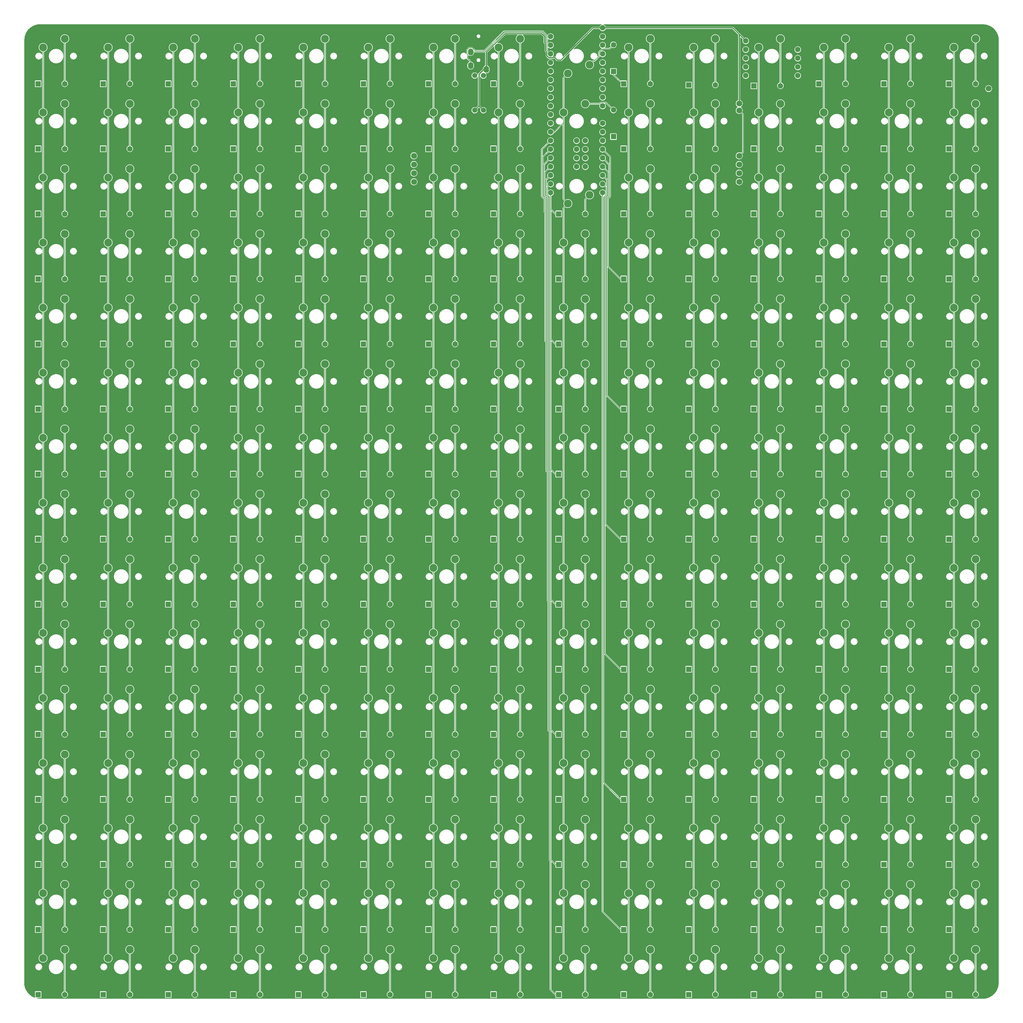
<source format=gbr>
G04 #@! TF.GenerationSoftware,KiCad,Pcbnew,(5.0.0)*
G04 #@! TF.CreationDate,2018-07-31T20:13:39-04:00*
G04 #@! TF.ProjectId,scrabblepad,7363726162626C657061642E6B696361,rev?*
G04 #@! TF.SameCoordinates,Original*
G04 #@! TF.FileFunction,Copper,L1,Top,Signal*
G04 #@! TF.FilePolarity,Positive*
%FSLAX46Y46*%
G04 Gerber Fmt 4.6, Leading zero omitted, Abs format (unit mm)*
G04 Created by KiCad (PCBNEW (5.0.0)) date 07/31/18 20:13:39*
%MOMM*%
%LPD*%
G01*
G04 APERTURE LIST*
G04 #@! TA.AperFunction,ComponentPad*
%ADD10C,1.600000*%
G04 #@! TD*
G04 #@! TA.AperFunction,ComponentPad*
%ADD11R,1.600000X1.600000*%
G04 #@! TD*
G04 #@! TA.AperFunction,ComponentPad*
%ADD12C,2.286000*%
G04 #@! TD*
G04 #@! TA.AperFunction,ComponentPad*
%ADD13C,1.500000*%
G04 #@! TD*
G04 #@! TA.AperFunction,ComponentPad*
%ADD14C,5.400000*%
G04 #@! TD*
G04 #@! TA.AperFunction,ComponentPad*
%ADD15C,1.700000*%
G04 #@! TD*
G04 #@! TA.AperFunction,ComponentPad*
%ADD16C,1.752600*%
G04 #@! TD*
G04 #@! TA.AperFunction,ComponentPad*
%ADD17O,1.600000X2.000000*%
G04 #@! TD*
G04 #@! TA.AperFunction,Conductor*
%ADD18C,0.152400*%
G04 #@! TD*
G04 #@! TA.AperFunction,Conductor*
%ADD19C,0.304800*%
G04 #@! TD*
G04 #@! TA.AperFunction,Conductor*
%ADD20C,0.152000*%
G04 #@! TD*
G04 APERTURE END LIST*
D10*
G04 #@! TO.P,U1,9*
G04 #@! TO.N,/Col0*
X182880000Y-40640000D03*
G04 #@! TO.P,U1,10*
G04 #@! TO.N,/Col1*
X182880000Y-43180000D03*
G04 #@! TO.P,U1,11*
G04 #@! TO.N,/Col2*
X182880000Y-45720000D03*
G04 #@! TO.P,U1,8*
G04 #@! TO.N,/Row0*
X182880000Y-38100000D03*
G04 #@! TO.P,U1,7*
G04 #@! TO.N,/Col7*
X182880000Y-35560000D03*
G04 #@! TO.P,U1,6*
G04 #@! TO.N,/Col6*
X182880000Y-33020000D03*
G04 #@! TO.P,U1,5*
G04 #@! TO.N,/Col5*
X182880000Y-30480000D03*
G04 #@! TO.P,U1,4*
G04 #@! TO.N,/SDA*
X182880000Y-27940000D03*
G04 #@! TO.P,U1,3*
G04 #@! TO.N,/SCL*
X182880000Y-25400000D03*
G04 #@! TO.P,U1,2*
G04 #@! TO.N,/Col4*
X182880000Y-22860000D03*
D11*
G04 #@! TO.P,U1,1*
G04 #@! TO.N,GND*
X182880000Y-20320000D03*
D10*
G04 #@! TO.P,U1,12*
G04 #@! TO.N,/Col3*
X182880000Y-48260000D03*
G04 #@! TO.P,U1,13*
G04 #@! TO.N,/Col8*
X182880000Y-50800000D03*
G04 #@! TO.P,U1,14*
G04 #@! TO.N,/Row14*
X182880000Y-53340000D03*
G04 #@! TO.P,U1,15*
G04 #@! TO.N,/Row12*
X182880000Y-55880000D03*
G04 #@! TO.P,U1,16*
G04 #@! TO.N,/Row10*
X182880000Y-58420000D03*
G04 #@! TO.P,U1,17*
G04 #@! TO.N,/Row8*
X182880000Y-60960000D03*
G04 #@! TO.P,U1,18*
G04 #@! TO.N,/Row6*
X182880000Y-63500000D03*
G04 #@! TO.P,U1,19*
G04 #@! TO.N,/Row4*
X182880000Y-66040000D03*
G04 #@! TO.P,U1,20*
G04 #@! TO.N,/Row2*
X182880000Y-68580000D03*
G04 #@! TO.P,U1,24*
G04 #@! TO.N,/Row13*
X198120000Y-68580000D03*
G04 #@! TO.P,U1,25*
G04 #@! TO.N,/Row11*
X198120000Y-66040000D03*
G04 #@! TO.P,U1,26*
G04 #@! TO.N,/Row9*
X198120000Y-63500000D03*
G04 #@! TO.P,U1,27*
G04 #@! TO.N,/Row7*
X198120000Y-60960000D03*
G04 #@! TO.P,U1,28*
G04 #@! TO.N,/Row5*
X198120000Y-58420000D03*
G04 #@! TO.P,U1,29*
G04 #@! TO.N,/Row3*
X198120000Y-55880000D03*
G04 #@! TO.P,U1,30*
G04 #@! TO.N,/Row1*
X198120000Y-53340000D03*
G04 #@! TO.P,U1,31*
G04 #@! TO.N,/Col12*
X198120000Y-50800000D03*
G04 #@! TO.P,U1,32*
G04 #@! TO.N,N/C*
X198120000Y-48260000D03*
G04 #@! TO.P,U1,33*
G04 #@! TO.N,GND*
X198120000Y-45720000D03*
G04 #@! TO.P,U1,34*
G04 #@! TO.N,/Col13*
X198120000Y-43180000D03*
G04 #@! TO.P,U1,35*
G04 #@! TO.N,/Col14*
X198120000Y-40640000D03*
G04 #@! TO.P,U1,36*
G04 #@! TO.N,/SPI0*
X198120000Y-38100000D03*
G04 #@! TO.P,U1,37*
G04 #@! TO.N,/SPI1*
X198120000Y-35560000D03*
G04 #@! TO.P,U1,38*
G04 #@! TO.N,/SPI2*
X198120000Y-33020000D03*
G04 #@! TO.P,U1,39*
G04 #@! TO.N,/SPI3*
X198120000Y-30480000D03*
G04 #@! TO.P,U1,40*
G04 #@! TO.N,/Col9*
X198120000Y-27940000D03*
G04 #@! TO.P,U1,41*
G04 #@! TO.N,/Col10*
X198120000Y-25400000D03*
G04 #@! TO.P,U1,42*
G04 #@! TO.N,/Col11*
X198120000Y-22860000D03*
G04 #@! TO.P,U1,43*
G04 #@! TO.N,VCC*
X198120000Y-20320000D03*
G04 #@! TO.P,U1,44*
G04 #@! TO.N,/PA0*
X193040000Y-53340000D03*
G04 #@! TO.P,U1,45*
G04 #@! TO.N,/PA1*
X193040000Y-55880000D03*
G04 #@! TO.P,U1,46*
G04 #@! TO.N,/PA2*
X193040000Y-58420000D03*
G04 #@! TO.P,U1,47*
G04 #@! TO.N,/PA3*
X193040000Y-60960000D03*
G04 #@! TO.P,U1,48*
G04 #@! TO.N,/PA4*
X190500000Y-53340000D03*
G04 #@! TO.P,U1,49*
G04 #@! TO.N,/PA5*
X190500000Y-55880000D03*
G04 #@! TO.P,U1,50*
G04 #@! TO.N,/PA6*
X190500000Y-58420000D03*
G04 #@! TO.P,U1,51*
G04 #@! TO.N,/PA7*
X190500000Y-60960000D03*
G04 #@! TD*
D12*
G04 #@! TO.P,SW_12,SW2*
G04 #@! TO.N,Net-(D12-Pad2)*
X250190000Y-23495000D03*
G04 #@! TO.P,SW_12,SW1*
G04 #@! TO.N,/Col11*
X243840000Y-26035000D03*
G04 #@! TD*
D10*
G04 #@! TO.P,SD1,1*
G04 #@! TO.N,VCC*
X240030000Y-24130000D03*
G04 #@! TO.P,SD1,2*
G04 #@! TO.N,N/C*
X240030000Y-26670000D03*
G04 #@! TO.P,SD1,3*
X240030000Y-29210000D03*
G04 #@! TO.P,SD1,4*
X240030000Y-31750000D03*
G04 #@! TO.P,SD1,5*
X240030000Y-34290000D03*
G04 #@! TO.P,SD1,6*
G04 #@! TO.N,GND*
X255270000Y-24130000D03*
G04 #@! TO.P,SD1,7*
G04 #@! TO.N,/SPI0*
X255270000Y-26670000D03*
G04 #@! TO.P,SD1,8*
G04 #@! TO.N,/SPI1*
X255270000Y-29210000D03*
G04 #@! TO.P,SD1,9*
G04 #@! TO.N,/SPI2*
X255270000Y-31750000D03*
G04 #@! TO.P,SD1,10*
G04 #@! TO.N,/SPI3*
X255270000Y-34290000D03*
G04 #@! TD*
D11*
G04 #@! TO.P,D9,1*
G04 #@! TO.N,/Row0*
X201295000Y-33059000D03*
D10*
G04 #@! TO.P,D9,2*
G04 #@! TO.N,Net-(D9-Pad2)*
X201295000Y-25259000D03*
G04 #@! TD*
D13*
G04 #@! TO.P,R2,1*
G04 #@! TO.N,VCC*
X160655000Y-44450000D03*
G04 #@! TO.P,R2,2*
G04 #@! TO.N,/SCL*
X160655000Y-34290000D03*
G04 #@! TD*
G04 #@! TO.P,R1,1*
G04 #@! TO.N,VCC*
X163195000Y-44450000D03*
G04 #@! TO.P,R1,2*
G04 #@! TO.N,/SDA*
X163195000Y-34290000D03*
G04 #@! TD*
D11*
G04 #@! TO.P,D1,1*
G04 #@! TO.N,/Row0*
X32835000Y-36675000D03*
D10*
G04 #@! TO.P,D1,2*
G04 #@! TO.N,Net-(D1-Pad2)*
X40635000Y-36675000D03*
G04 #@! TD*
D11*
G04 #@! TO.P,D2,1*
G04 #@! TO.N,/Row0*
X51885000Y-36675000D03*
D10*
G04 #@! TO.P,D2,2*
G04 #@! TO.N,Net-(D2-Pad2)*
X59685000Y-36675000D03*
G04 #@! TD*
D11*
G04 #@! TO.P,D3,1*
G04 #@! TO.N,/Row0*
X70935000Y-36675000D03*
D10*
G04 #@! TO.P,D3,2*
G04 #@! TO.N,Net-(D3-Pad2)*
X78735000Y-36675000D03*
G04 #@! TD*
D11*
G04 #@! TO.P,D4,1*
G04 #@! TO.N,/Row0*
X89985000Y-36675000D03*
D10*
G04 #@! TO.P,D4,2*
G04 #@! TO.N,Net-(D4-Pad2)*
X97785000Y-36675000D03*
G04 #@! TD*
D11*
G04 #@! TO.P,D5,1*
G04 #@! TO.N,/Row0*
X109035000Y-36675000D03*
D10*
G04 #@! TO.P,D5,2*
G04 #@! TO.N,Net-(D5-Pad2)*
X116835000Y-36675000D03*
G04 #@! TD*
D11*
G04 #@! TO.P,D6,1*
G04 #@! TO.N,/Row0*
X128085000Y-36675000D03*
D10*
G04 #@! TO.P,D6,2*
G04 #@! TO.N,Net-(D6-Pad2)*
X135885000Y-36675000D03*
G04 #@! TD*
D11*
G04 #@! TO.P,D7,1*
G04 #@! TO.N,/Row0*
X147135000Y-36675000D03*
D10*
G04 #@! TO.P,D7,2*
G04 #@! TO.N,Net-(D7-Pad2)*
X154935000Y-36675000D03*
G04 #@! TD*
D11*
G04 #@! TO.P,D8,1*
G04 #@! TO.N,/Row0*
X166185000Y-36675000D03*
D10*
G04 #@! TO.P,D8,2*
G04 #@! TO.N,Net-(D8-Pad2)*
X173985000Y-36675000D03*
G04 #@! TD*
D11*
G04 #@! TO.P,D10,1*
G04 #@! TO.N,/Row0*
X204285000Y-36675000D03*
D10*
G04 #@! TO.P,D10,2*
G04 #@! TO.N,Net-(D10-Pad2)*
X212085000Y-36675000D03*
G04 #@! TD*
D11*
G04 #@! TO.P,D11,1*
G04 #@! TO.N,/Row0*
X223335000Y-37020500D03*
D10*
G04 #@! TO.P,D11,2*
G04 #@! TO.N,Net-(D11-Pad2)*
X231135000Y-37020500D03*
G04 #@! TD*
D11*
G04 #@! TO.P,D12,1*
G04 #@! TO.N,/Row0*
X242390000Y-37274500D03*
D10*
G04 #@! TO.P,D12,2*
G04 #@! TO.N,Net-(D12-Pad2)*
X250190000Y-37274500D03*
G04 #@! TD*
D11*
G04 #@! TO.P,D13,1*
G04 #@! TO.N,/Row0*
X261435000Y-36675000D03*
D10*
G04 #@! TO.P,D13,2*
G04 #@! TO.N,Net-(D13-Pad2)*
X269235000Y-36675000D03*
G04 #@! TD*
D11*
G04 #@! TO.P,D14,1*
G04 #@! TO.N,/Row0*
X280485000Y-36675000D03*
D10*
G04 #@! TO.P,D14,2*
G04 #@! TO.N,Net-(D14-Pad2)*
X288285000Y-36675000D03*
G04 #@! TD*
D11*
G04 #@! TO.P,D15,1*
G04 #@! TO.N,/Row0*
X299535000Y-36675000D03*
D10*
G04 #@! TO.P,D15,2*
G04 #@! TO.N,Net-(D15-Pad2)*
X307335000Y-36675000D03*
G04 #@! TD*
D11*
G04 #@! TO.P,D16,1*
G04 #@! TO.N,/Row1*
X32835000Y-55725000D03*
D10*
G04 #@! TO.P,D16,2*
G04 #@! TO.N,Net-(D16-Pad2)*
X40635000Y-55725000D03*
G04 #@! TD*
D11*
G04 #@! TO.P,D17,1*
G04 #@! TO.N,/Row1*
X51885000Y-55725000D03*
D10*
G04 #@! TO.P,D17,2*
G04 #@! TO.N,Net-(D17-Pad2)*
X59685000Y-55725000D03*
G04 #@! TD*
D11*
G04 #@! TO.P,D18,1*
G04 #@! TO.N,/Row1*
X70935000Y-55725000D03*
D10*
G04 #@! TO.P,D18,2*
G04 #@! TO.N,Net-(D18-Pad2)*
X78735000Y-55725000D03*
G04 #@! TD*
D11*
G04 #@! TO.P,D19,1*
G04 #@! TO.N,/Row1*
X89985000Y-55725000D03*
D10*
G04 #@! TO.P,D19,2*
G04 #@! TO.N,Net-(D19-Pad2)*
X97785000Y-55725000D03*
G04 #@! TD*
D11*
G04 #@! TO.P,D20,1*
G04 #@! TO.N,/Row1*
X109035000Y-55725000D03*
D10*
G04 #@! TO.P,D20,2*
G04 #@! TO.N,Net-(D20-Pad2)*
X116835000Y-55725000D03*
G04 #@! TD*
D11*
G04 #@! TO.P,D21,1*
G04 #@! TO.N,/Row1*
X128085000Y-55725000D03*
D10*
G04 #@! TO.P,D21,2*
G04 #@! TO.N,Net-(D21-Pad2)*
X135885000Y-55725000D03*
G04 #@! TD*
D11*
G04 #@! TO.P,D22,1*
G04 #@! TO.N,/Row1*
X147135000Y-55725000D03*
D10*
G04 #@! TO.P,D22,2*
G04 #@! TO.N,Net-(D22-Pad2)*
X154935000Y-55725000D03*
G04 #@! TD*
D11*
G04 #@! TO.P,D23,1*
G04 #@! TO.N,/Row1*
X166185000Y-55725000D03*
D10*
G04 #@! TO.P,D23,2*
G04 #@! TO.N,Net-(D23-Pad2)*
X173985000Y-55725000D03*
G04 #@! TD*
D11*
G04 #@! TO.P,D24,1*
G04 #@! TO.N,/Row1*
X201295000Y-52160000D03*
D10*
G04 #@! TO.P,D24,2*
G04 #@! TO.N,Net-(D24-Pad2)*
X201295000Y-44360000D03*
G04 #@! TD*
D11*
G04 #@! TO.P,D25,1*
G04 #@! TO.N,/Row1*
X204285000Y-55725000D03*
D10*
G04 #@! TO.P,D25,2*
G04 #@! TO.N,Net-(D25-Pad2)*
X212085000Y-55725000D03*
G04 #@! TD*
D11*
G04 #@! TO.P,D26,1*
G04 #@! TO.N,/Row1*
X223335000Y-55725000D03*
D10*
G04 #@! TO.P,D26,2*
G04 #@! TO.N,Net-(D26-Pad2)*
X231135000Y-55725000D03*
G04 #@! TD*
D11*
G04 #@! TO.P,D27,1*
G04 #@! TO.N,/Row1*
X242385000Y-55725000D03*
D10*
G04 #@! TO.P,D27,2*
G04 #@! TO.N,Net-(D27-Pad2)*
X250185000Y-55725000D03*
G04 #@! TD*
D11*
G04 #@! TO.P,D28,1*
G04 #@! TO.N,/Row1*
X261435000Y-55725000D03*
D10*
G04 #@! TO.P,D28,2*
G04 #@! TO.N,Net-(D28-Pad2)*
X269235000Y-55725000D03*
G04 #@! TD*
D11*
G04 #@! TO.P,D29,1*
G04 #@! TO.N,/Row1*
X280485000Y-55725000D03*
D10*
G04 #@! TO.P,D29,2*
G04 #@! TO.N,Net-(D29-Pad2)*
X288285000Y-55725000D03*
G04 #@! TD*
D11*
G04 #@! TO.P,D30,1*
G04 #@! TO.N,/Row1*
X299535000Y-55725000D03*
D10*
G04 #@! TO.P,D30,2*
G04 #@! TO.N,Net-(D30-Pad2)*
X307335000Y-55725000D03*
G04 #@! TD*
D11*
G04 #@! TO.P,D31,1*
G04 #@! TO.N,/Row2*
X32835000Y-74775000D03*
D10*
G04 #@! TO.P,D31,2*
G04 #@! TO.N,Net-(D31-Pad2)*
X40635000Y-74775000D03*
G04 #@! TD*
D11*
G04 #@! TO.P,D32,1*
G04 #@! TO.N,/Row2*
X51885000Y-74775000D03*
D10*
G04 #@! TO.P,D32,2*
G04 #@! TO.N,Net-(D32-Pad2)*
X59685000Y-74775000D03*
G04 #@! TD*
D11*
G04 #@! TO.P,D33,1*
G04 #@! TO.N,/Row2*
X70935000Y-74775000D03*
D10*
G04 #@! TO.P,D33,2*
G04 #@! TO.N,Net-(D33-Pad2)*
X78735000Y-74775000D03*
G04 #@! TD*
D11*
G04 #@! TO.P,D34,1*
G04 #@! TO.N,/Row2*
X89985000Y-74775000D03*
D10*
G04 #@! TO.P,D34,2*
G04 #@! TO.N,Net-(D34-Pad2)*
X97785000Y-74775000D03*
G04 #@! TD*
D11*
G04 #@! TO.P,D35,1*
G04 #@! TO.N,/Row2*
X109035000Y-74775000D03*
D10*
G04 #@! TO.P,D35,2*
G04 #@! TO.N,Net-(D35-Pad2)*
X116835000Y-74775000D03*
G04 #@! TD*
D11*
G04 #@! TO.P,D36,1*
G04 #@! TO.N,/Row2*
X128085000Y-74775000D03*
D10*
G04 #@! TO.P,D36,2*
G04 #@! TO.N,Net-(D36-Pad2)*
X135885000Y-74775000D03*
G04 #@! TD*
D11*
G04 #@! TO.P,D37,1*
G04 #@! TO.N,/Row2*
X147135000Y-74775000D03*
D10*
G04 #@! TO.P,D37,2*
G04 #@! TO.N,Net-(D37-Pad2)*
X154935000Y-74775000D03*
G04 #@! TD*
D11*
G04 #@! TO.P,D38,1*
G04 #@! TO.N,/Row2*
X166185000Y-74775000D03*
D10*
G04 #@! TO.P,D38,2*
G04 #@! TO.N,Net-(D38-Pad2)*
X173985000Y-74775000D03*
G04 #@! TD*
D11*
G04 #@! TO.P,D39,1*
G04 #@! TO.N,/Row2*
X185235000Y-74775000D03*
D10*
G04 #@! TO.P,D39,2*
G04 #@! TO.N,Net-(D39-Pad2)*
X193035000Y-74775000D03*
G04 #@! TD*
D11*
G04 #@! TO.P,D40,1*
G04 #@! TO.N,/Row2*
X204285000Y-74775000D03*
D10*
G04 #@! TO.P,D40,2*
G04 #@! TO.N,Net-(D40-Pad2)*
X212085000Y-74775000D03*
G04 #@! TD*
D11*
G04 #@! TO.P,D41,1*
G04 #@! TO.N,/Row2*
X223335000Y-74775000D03*
D10*
G04 #@! TO.P,D41,2*
G04 #@! TO.N,Net-(D41-Pad2)*
X231135000Y-74775000D03*
G04 #@! TD*
D11*
G04 #@! TO.P,D42,1*
G04 #@! TO.N,/Row2*
X242385000Y-74775000D03*
D10*
G04 #@! TO.P,D42,2*
G04 #@! TO.N,Net-(D42-Pad2)*
X250185000Y-74775000D03*
G04 #@! TD*
D11*
G04 #@! TO.P,D43,1*
G04 #@! TO.N,/Row2*
X261435000Y-74775000D03*
D10*
G04 #@! TO.P,D43,2*
G04 #@! TO.N,Net-(D43-Pad2)*
X269235000Y-74775000D03*
G04 #@! TD*
D11*
G04 #@! TO.P,D44,1*
G04 #@! TO.N,/Row2*
X280485000Y-74775000D03*
D10*
G04 #@! TO.P,D44,2*
G04 #@! TO.N,Net-(D44-Pad2)*
X288285000Y-74775000D03*
G04 #@! TD*
D11*
G04 #@! TO.P,D45,1*
G04 #@! TO.N,/Row2*
X299535000Y-74775000D03*
D10*
G04 #@! TO.P,D45,2*
G04 #@! TO.N,Net-(D45-Pad2)*
X307335000Y-74775000D03*
G04 #@! TD*
D11*
G04 #@! TO.P,D46,1*
G04 #@! TO.N,/Row3*
X32835000Y-93825000D03*
D10*
G04 #@! TO.P,D46,2*
G04 #@! TO.N,Net-(D46-Pad2)*
X40635000Y-93825000D03*
G04 #@! TD*
D11*
G04 #@! TO.P,D47,1*
G04 #@! TO.N,/Row3*
X51885000Y-93825000D03*
D10*
G04 #@! TO.P,D47,2*
G04 #@! TO.N,Net-(D47-Pad2)*
X59685000Y-93825000D03*
G04 #@! TD*
D11*
G04 #@! TO.P,D48,1*
G04 #@! TO.N,/Row3*
X70935000Y-93825000D03*
D10*
G04 #@! TO.P,D48,2*
G04 #@! TO.N,Net-(D48-Pad2)*
X78735000Y-93825000D03*
G04 #@! TD*
D11*
G04 #@! TO.P,D49,1*
G04 #@! TO.N,/Row3*
X89985000Y-93825000D03*
D10*
G04 #@! TO.P,D49,2*
G04 #@! TO.N,Net-(D49-Pad2)*
X97785000Y-93825000D03*
G04 #@! TD*
D11*
G04 #@! TO.P,D50,1*
G04 #@! TO.N,/Row3*
X109035000Y-93825000D03*
D10*
G04 #@! TO.P,D50,2*
G04 #@! TO.N,Net-(D50-Pad2)*
X116835000Y-93825000D03*
G04 #@! TD*
D11*
G04 #@! TO.P,D51,1*
G04 #@! TO.N,/Row3*
X128085000Y-93825000D03*
D10*
G04 #@! TO.P,D51,2*
G04 #@! TO.N,Net-(D51-Pad2)*
X135885000Y-93825000D03*
G04 #@! TD*
D11*
G04 #@! TO.P,D52,1*
G04 #@! TO.N,/Row3*
X147135000Y-93825000D03*
D10*
G04 #@! TO.P,D52,2*
G04 #@! TO.N,Net-(D52-Pad2)*
X154935000Y-93825000D03*
G04 #@! TD*
D11*
G04 #@! TO.P,D53,1*
G04 #@! TO.N,/Row3*
X166185000Y-93825000D03*
D10*
G04 #@! TO.P,D53,2*
G04 #@! TO.N,Net-(D53-Pad2)*
X173985000Y-93825000D03*
G04 #@! TD*
D11*
G04 #@! TO.P,D54,1*
G04 #@! TO.N,/Row3*
X185235000Y-93825000D03*
D10*
G04 #@! TO.P,D54,2*
G04 #@! TO.N,Net-(D54-Pad2)*
X193035000Y-93825000D03*
G04 #@! TD*
D11*
G04 #@! TO.P,D55,1*
G04 #@! TO.N,/Row3*
X204285000Y-93825000D03*
D10*
G04 #@! TO.P,D55,2*
G04 #@! TO.N,Net-(D55-Pad2)*
X212085000Y-93825000D03*
G04 #@! TD*
D11*
G04 #@! TO.P,D56,1*
G04 #@! TO.N,/Row3*
X223335000Y-93825000D03*
D10*
G04 #@! TO.P,D56,2*
G04 #@! TO.N,Net-(D56-Pad2)*
X231135000Y-93825000D03*
G04 #@! TD*
D11*
G04 #@! TO.P,D57,1*
G04 #@! TO.N,/Row3*
X242385000Y-93825000D03*
D10*
G04 #@! TO.P,D57,2*
G04 #@! TO.N,Net-(D57-Pad2)*
X250185000Y-93825000D03*
G04 #@! TD*
D11*
G04 #@! TO.P,D58,1*
G04 #@! TO.N,/Row3*
X261435000Y-93825000D03*
D10*
G04 #@! TO.P,D58,2*
G04 #@! TO.N,Net-(D58-Pad2)*
X269235000Y-93825000D03*
G04 #@! TD*
D11*
G04 #@! TO.P,D59,1*
G04 #@! TO.N,/Row3*
X280485000Y-93825000D03*
D10*
G04 #@! TO.P,D59,2*
G04 #@! TO.N,Net-(D59-Pad2)*
X288285000Y-93825000D03*
G04 #@! TD*
D11*
G04 #@! TO.P,D60,1*
G04 #@! TO.N,/Row3*
X299535000Y-93825000D03*
D10*
G04 #@! TO.P,D60,2*
G04 #@! TO.N,Net-(D60-Pad2)*
X307335000Y-93825000D03*
G04 #@! TD*
D11*
G04 #@! TO.P,D61,1*
G04 #@! TO.N,/Row4*
X32835000Y-112875000D03*
D10*
G04 #@! TO.P,D61,2*
G04 #@! TO.N,Net-(D61-Pad2)*
X40635000Y-112875000D03*
G04 #@! TD*
D11*
G04 #@! TO.P,D62,1*
G04 #@! TO.N,/Row4*
X51885000Y-112875000D03*
D10*
G04 #@! TO.P,D62,2*
G04 #@! TO.N,Net-(D62-Pad2)*
X59685000Y-112875000D03*
G04 #@! TD*
D11*
G04 #@! TO.P,D63,1*
G04 #@! TO.N,/Row4*
X70935000Y-112875000D03*
D10*
G04 #@! TO.P,D63,2*
G04 #@! TO.N,Net-(D63-Pad2)*
X78735000Y-112875000D03*
G04 #@! TD*
D11*
G04 #@! TO.P,D64,1*
G04 #@! TO.N,/Row4*
X89985000Y-112875000D03*
D10*
G04 #@! TO.P,D64,2*
G04 #@! TO.N,Net-(D64-Pad2)*
X97785000Y-112875000D03*
G04 #@! TD*
D11*
G04 #@! TO.P,D65,1*
G04 #@! TO.N,/Row4*
X109035000Y-112875000D03*
D10*
G04 #@! TO.P,D65,2*
G04 #@! TO.N,Net-(D65-Pad2)*
X116835000Y-112875000D03*
G04 #@! TD*
D11*
G04 #@! TO.P,D66,1*
G04 #@! TO.N,/Row4*
X128085000Y-112875000D03*
D10*
G04 #@! TO.P,D66,2*
G04 #@! TO.N,Net-(D66-Pad2)*
X135885000Y-112875000D03*
G04 #@! TD*
D11*
G04 #@! TO.P,D67,1*
G04 #@! TO.N,/Row4*
X147135000Y-112875000D03*
D10*
G04 #@! TO.P,D67,2*
G04 #@! TO.N,Net-(D67-Pad2)*
X154935000Y-112875000D03*
G04 #@! TD*
D11*
G04 #@! TO.P,D68,1*
G04 #@! TO.N,/Row4*
X166185000Y-112875000D03*
D10*
G04 #@! TO.P,D68,2*
G04 #@! TO.N,Net-(D68-Pad2)*
X173985000Y-112875000D03*
G04 #@! TD*
D11*
G04 #@! TO.P,D69,1*
G04 #@! TO.N,/Row4*
X185235000Y-112875000D03*
D10*
G04 #@! TO.P,D69,2*
G04 #@! TO.N,Net-(D69-Pad2)*
X193035000Y-112875000D03*
G04 #@! TD*
D11*
G04 #@! TO.P,D70,1*
G04 #@! TO.N,/Row4*
X204285000Y-112875000D03*
D10*
G04 #@! TO.P,D70,2*
G04 #@! TO.N,Net-(D70-Pad2)*
X212085000Y-112875000D03*
G04 #@! TD*
D11*
G04 #@! TO.P,D71,1*
G04 #@! TO.N,/Row4*
X223335000Y-112875000D03*
D10*
G04 #@! TO.P,D71,2*
G04 #@! TO.N,Net-(D71-Pad2)*
X231135000Y-112875000D03*
G04 #@! TD*
D11*
G04 #@! TO.P,D72,1*
G04 #@! TO.N,/Row4*
X242385000Y-112875000D03*
D10*
G04 #@! TO.P,D72,2*
G04 #@! TO.N,Net-(D72-Pad2)*
X250185000Y-112875000D03*
G04 #@! TD*
D11*
G04 #@! TO.P,D73,1*
G04 #@! TO.N,/Row4*
X261435000Y-112875000D03*
D10*
G04 #@! TO.P,D73,2*
G04 #@! TO.N,Net-(D73-Pad2)*
X269235000Y-112875000D03*
G04 #@! TD*
D11*
G04 #@! TO.P,D74,1*
G04 #@! TO.N,/Row4*
X280485000Y-112875000D03*
D10*
G04 #@! TO.P,D74,2*
G04 #@! TO.N,Net-(D74-Pad2)*
X288285000Y-112875000D03*
G04 #@! TD*
D11*
G04 #@! TO.P,D75,1*
G04 #@! TO.N,/Row4*
X299535000Y-112875000D03*
D10*
G04 #@! TO.P,D75,2*
G04 #@! TO.N,Net-(D75-Pad2)*
X307335000Y-112875000D03*
G04 #@! TD*
D11*
G04 #@! TO.P,D76,1*
G04 #@! TO.N,/Row5*
X32835000Y-131925000D03*
D10*
G04 #@! TO.P,D76,2*
G04 #@! TO.N,Net-(D76-Pad2)*
X40635000Y-131925000D03*
G04 #@! TD*
D11*
G04 #@! TO.P,D77,1*
G04 #@! TO.N,/Row5*
X51885000Y-131925000D03*
D10*
G04 #@! TO.P,D77,2*
G04 #@! TO.N,Net-(D77-Pad2)*
X59685000Y-131925000D03*
G04 #@! TD*
D11*
G04 #@! TO.P,D78,1*
G04 #@! TO.N,/Row5*
X70935000Y-131925000D03*
D10*
G04 #@! TO.P,D78,2*
G04 #@! TO.N,Net-(D78-Pad2)*
X78735000Y-131925000D03*
G04 #@! TD*
D11*
G04 #@! TO.P,D79,1*
G04 #@! TO.N,/Row5*
X89985000Y-131925000D03*
D10*
G04 #@! TO.P,D79,2*
G04 #@! TO.N,Net-(D79-Pad2)*
X97785000Y-131925000D03*
G04 #@! TD*
D11*
G04 #@! TO.P,D80,1*
G04 #@! TO.N,/Row5*
X109035000Y-131925000D03*
D10*
G04 #@! TO.P,D80,2*
G04 #@! TO.N,Net-(D80-Pad2)*
X116835000Y-131925000D03*
G04 #@! TD*
D11*
G04 #@! TO.P,D81,1*
G04 #@! TO.N,/Row5*
X128085000Y-131925000D03*
D10*
G04 #@! TO.P,D81,2*
G04 #@! TO.N,Net-(D81-Pad2)*
X135885000Y-131925000D03*
G04 #@! TD*
D11*
G04 #@! TO.P,D82,1*
G04 #@! TO.N,/Row5*
X147135000Y-131925000D03*
D10*
G04 #@! TO.P,D82,2*
G04 #@! TO.N,Net-(D82-Pad2)*
X154935000Y-131925000D03*
G04 #@! TD*
D11*
G04 #@! TO.P,D83,1*
G04 #@! TO.N,/Row5*
X166185000Y-131925000D03*
D10*
G04 #@! TO.P,D83,2*
G04 #@! TO.N,Net-(D83-Pad2)*
X173985000Y-131925000D03*
G04 #@! TD*
D11*
G04 #@! TO.P,D84,1*
G04 #@! TO.N,/Row5*
X185235000Y-131925000D03*
D10*
G04 #@! TO.P,D84,2*
G04 #@! TO.N,Net-(D84-Pad2)*
X193035000Y-131925000D03*
G04 #@! TD*
D11*
G04 #@! TO.P,D85,1*
G04 #@! TO.N,/Row5*
X204285000Y-131925000D03*
D10*
G04 #@! TO.P,D85,2*
G04 #@! TO.N,Net-(D85-Pad2)*
X212085000Y-131925000D03*
G04 #@! TD*
D11*
G04 #@! TO.P,D86,1*
G04 #@! TO.N,/Row5*
X223335000Y-131925000D03*
D10*
G04 #@! TO.P,D86,2*
G04 #@! TO.N,Net-(D86-Pad2)*
X231135000Y-131925000D03*
G04 #@! TD*
D11*
G04 #@! TO.P,D87,1*
G04 #@! TO.N,/Row5*
X242385000Y-131925000D03*
D10*
G04 #@! TO.P,D87,2*
G04 #@! TO.N,Net-(D87-Pad2)*
X250185000Y-131925000D03*
G04 #@! TD*
D11*
G04 #@! TO.P,D88,1*
G04 #@! TO.N,/Row5*
X261435000Y-131925000D03*
D10*
G04 #@! TO.P,D88,2*
G04 #@! TO.N,Net-(D88-Pad2)*
X269235000Y-131925000D03*
G04 #@! TD*
D11*
G04 #@! TO.P,D89,1*
G04 #@! TO.N,/Row5*
X280485000Y-131925000D03*
D10*
G04 #@! TO.P,D89,2*
G04 #@! TO.N,Net-(D89-Pad2)*
X288285000Y-131925000D03*
G04 #@! TD*
D11*
G04 #@! TO.P,D90,1*
G04 #@! TO.N,/Row5*
X299535000Y-131925000D03*
D10*
G04 #@! TO.P,D90,2*
G04 #@! TO.N,Net-(D90-Pad2)*
X307335000Y-131925000D03*
G04 #@! TD*
D11*
G04 #@! TO.P,D91,1*
G04 #@! TO.N,/Row6*
X32835000Y-150975000D03*
D10*
G04 #@! TO.P,D91,2*
G04 #@! TO.N,Net-(D91-Pad2)*
X40635000Y-150975000D03*
G04 #@! TD*
D11*
G04 #@! TO.P,D92,1*
G04 #@! TO.N,/Row6*
X51885000Y-150975000D03*
D10*
G04 #@! TO.P,D92,2*
G04 #@! TO.N,Net-(D92-Pad2)*
X59685000Y-150975000D03*
G04 #@! TD*
D11*
G04 #@! TO.P,D93,1*
G04 #@! TO.N,/Row6*
X70935000Y-150975000D03*
D10*
G04 #@! TO.P,D93,2*
G04 #@! TO.N,Net-(D93-Pad2)*
X78735000Y-150975000D03*
G04 #@! TD*
D11*
G04 #@! TO.P,D94,1*
G04 #@! TO.N,/Row6*
X89985000Y-150975000D03*
D10*
G04 #@! TO.P,D94,2*
G04 #@! TO.N,Net-(D94-Pad2)*
X97785000Y-150975000D03*
G04 #@! TD*
D11*
G04 #@! TO.P,D95,1*
G04 #@! TO.N,/Row6*
X109035000Y-150975000D03*
D10*
G04 #@! TO.P,D95,2*
G04 #@! TO.N,Net-(D95-Pad2)*
X116835000Y-150975000D03*
G04 #@! TD*
D11*
G04 #@! TO.P,D96,1*
G04 #@! TO.N,/Row6*
X128085000Y-150975000D03*
D10*
G04 #@! TO.P,D96,2*
G04 #@! TO.N,Net-(D96-Pad2)*
X135885000Y-150975000D03*
G04 #@! TD*
D11*
G04 #@! TO.P,D97,1*
G04 #@! TO.N,/Row6*
X147135000Y-150975000D03*
D10*
G04 #@! TO.P,D97,2*
G04 #@! TO.N,Net-(D97-Pad2)*
X154935000Y-150975000D03*
G04 #@! TD*
D11*
G04 #@! TO.P,D98,1*
G04 #@! TO.N,/Row6*
X166185000Y-150975000D03*
D10*
G04 #@! TO.P,D98,2*
G04 #@! TO.N,Net-(D98-Pad2)*
X173985000Y-150975000D03*
G04 #@! TD*
D11*
G04 #@! TO.P,D99,1*
G04 #@! TO.N,/Row6*
X185235000Y-150975000D03*
D10*
G04 #@! TO.P,D99,2*
G04 #@! TO.N,Net-(D99-Pad2)*
X193035000Y-150975000D03*
G04 #@! TD*
D11*
G04 #@! TO.P,D100,1*
G04 #@! TO.N,/Row6*
X204285000Y-150975000D03*
D10*
G04 #@! TO.P,D100,2*
G04 #@! TO.N,Net-(D100-Pad2)*
X212085000Y-150975000D03*
G04 #@! TD*
D11*
G04 #@! TO.P,D101,1*
G04 #@! TO.N,/Row6*
X223335000Y-150975000D03*
D10*
G04 #@! TO.P,D101,2*
G04 #@! TO.N,Net-(D101-Pad2)*
X231135000Y-150975000D03*
G04 #@! TD*
D11*
G04 #@! TO.P,D102,1*
G04 #@! TO.N,/Row6*
X242385000Y-150975000D03*
D10*
G04 #@! TO.P,D102,2*
G04 #@! TO.N,Net-(D102-Pad2)*
X250185000Y-150975000D03*
G04 #@! TD*
D11*
G04 #@! TO.P,D103,1*
G04 #@! TO.N,/Row6*
X261435000Y-150975000D03*
D10*
G04 #@! TO.P,D103,2*
G04 #@! TO.N,Net-(D103-Pad2)*
X269235000Y-150975000D03*
G04 #@! TD*
D11*
G04 #@! TO.P,D104,1*
G04 #@! TO.N,/Row6*
X280485000Y-150975000D03*
D10*
G04 #@! TO.P,D104,2*
G04 #@! TO.N,Net-(D104-Pad2)*
X288285000Y-150975000D03*
G04 #@! TD*
D11*
G04 #@! TO.P,D105,1*
G04 #@! TO.N,/Row6*
X299535000Y-150975000D03*
D10*
G04 #@! TO.P,D105,2*
G04 #@! TO.N,Net-(D105-Pad2)*
X307335000Y-150975000D03*
G04 #@! TD*
D11*
G04 #@! TO.P,D106,1*
G04 #@! TO.N,/Row7*
X32835000Y-170025000D03*
D10*
G04 #@! TO.P,D106,2*
G04 #@! TO.N,Net-(D106-Pad2)*
X40635000Y-170025000D03*
G04 #@! TD*
D11*
G04 #@! TO.P,D107,1*
G04 #@! TO.N,/Row7*
X51885000Y-170025000D03*
D10*
G04 #@! TO.P,D107,2*
G04 #@! TO.N,Net-(D107-Pad2)*
X59685000Y-170025000D03*
G04 #@! TD*
D11*
G04 #@! TO.P,D108,1*
G04 #@! TO.N,/Row7*
X70935000Y-170025000D03*
D10*
G04 #@! TO.P,D108,2*
G04 #@! TO.N,Net-(D108-Pad2)*
X78735000Y-170025000D03*
G04 #@! TD*
D11*
G04 #@! TO.P,D109,1*
G04 #@! TO.N,/Row7*
X89985000Y-170025000D03*
D10*
G04 #@! TO.P,D109,2*
G04 #@! TO.N,Net-(D109-Pad2)*
X97785000Y-170025000D03*
G04 #@! TD*
D11*
G04 #@! TO.P,D110,1*
G04 #@! TO.N,/Row7*
X109035000Y-170025000D03*
D10*
G04 #@! TO.P,D110,2*
G04 #@! TO.N,Net-(D110-Pad2)*
X116835000Y-170025000D03*
G04 #@! TD*
D11*
G04 #@! TO.P,D111,1*
G04 #@! TO.N,/Row7*
X128085000Y-170025000D03*
D10*
G04 #@! TO.P,D111,2*
G04 #@! TO.N,Net-(D111-Pad2)*
X135885000Y-170025000D03*
G04 #@! TD*
D11*
G04 #@! TO.P,D112,1*
G04 #@! TO.N,/Row7*
X147135000Y-170025000D03*
D10*
G04 #@! TO.P,D112,2*
G04 #@! TO.N,Net-(D112-Pad2)*
X154935000Y-170025000D03*
G04 #@! TD*
D11*
G04 #@! TO.P,D113,1*
G04 #@! TO.N,/Row7*
X166185000Y-170025000D03*
D10*
G04 #@! TO.P,D113,2*
G04 #@! TO.N,Net-(D113-Pad2)*
X173985000Y-170025000D03*
G04 #@! TD*
D11*
G04 #@! TO.P,D114,1*
G04 #@! TO.N,/Row7*
X185235000Y-170025000D03*
D10*
G04 #@! TO.P,D114,2*
G04 #@! TO.N,Net-(D114-Pad2)*
X193035000Y-170025000D03*
G04 #@! TD*
D11*
G04 #@! TO.P,D115,1*
G04 #@! TO.N,/Row7*
X204285000Y-170025000D03*
D10*
G04 #@! TO.P,D115,2*
G04 #@! TO.N,Net-(D115-Pad2)*
X212085000Y-170025000D03*
G04 #@! TD*
D11*
G04 #@! TO.P,D116,1*
G04 #@! TO.N,/Row7*
X223335000Y-170025000D03*
D10*
G04 #@! TO.P,D116,2*
G04 #@! TO.N,Net-(D116-Pad2)*
X231135000Y-170025000D03*
G04 #@! TD*
D11*
G04 #@! TO.P,D117,1*
G04 #@! TO.N,/Row7*
X242385000Y-170025000D03*
D10*
G04 #@! TO.P,D117,2*
G04 #@! TO.N,Net-(D117-Pad2)*
X250185000Y-170025000D03*
G04 #@! TD*
D11*
G04 #@! TO.P,D118,1*
G04 #@! TO.N,/Row7*
X261435000Y-170025000D03*
D10*
G04 #@! TO.P,D118,2*
G04 #@! TO.N,Net-(D118-Pad2)*
X269235000Y-170025000D03*
G04 #@! TD*
D11*
G04 #@! TO.P,D119,1*
G04 #@! TO.N,/Row7*
X280485000Y-170025000D03*
D10*
G04 #@! TO.P,D119,2*
G04 #@! TO.N,Net-(D119-Pad2)*
X288285000Y-170025000D03*
G04 #@! TD*
D11*
G04 #@! TO.P,D120,1*
G04 #@! TO.N,/Row7*
X299535000Y-170025000D03*
D10*
G04 #@! TO.P,D120,2*
G04 #@! TO.N,Net-(D120-Pad2)*
X307335000Y-170025000D03*
G04 #@! TD*
D11*
G04 #@! TO.P,D121,1*
G04 #@! TO.N,/Row8*
X32835000Y-189075000D03*
D10*
G04 #@! TO.P,D121,2*
G04 #@! TO.N,Net-(D121-Pad2)*
X40635000Y-189075000D03*
G04 #@! TD*
D11*
G04 #@! TO.P,D122,1*
G04 #@! TO.N,/Row8*
X51885000Y-189075000D03*
D10*
G04 #@! TO.P,D122,2*
G04 #@! TO.N,Net-(D122-Pad2)*
X59685000Y-189075000D03*
G04 #@! TD*
D11*
G04 #@! TO.P,D123,1*
G04 #@! TO.N,/Row8*
X70935000Y-189075000D03*
D10*
G04 #@! TO.P,D123,2*
G04 #@! TO.N,Net-(D123-Pad2)*
X78735000Y-189075000D03*
G04 #@! TD*
D11*
G04 #@! TO.P,D124,1*
G04 #@! TO.N,/Row8*
X89985000Y-189075000D03*
D10*
G04 #@! TO.P,D124,2*
G04 #@! TO.N,Net-(D124-Pad2)*
X97785000Y-189075000D03*
G04 #@! TD*
D11*
G04 #@! TO.P,D125,1*
G04 #@! TO.N,/Row8*
X109035000Y-189075000D03*
D10*
G04 #@! TO.P,D125,2*
G04 #@! TO.N,Net-(D125-Pad2)*
X116835000Y-189075000D03*
G04 #@! TD*
D11*
G04 #@! TO.P,D126,1*
G04 #@! TO.N,/Row8*
X128085000Y-189075000D03*
D10*
G04 #@! TO.P,D126,2*
G04 #@! TO.N,Net-(D126-Pad2)*
X135885000Y-189075000D03*
G04 #@! TD*
D11*
G04 #@! TO.P,D127,1*
G04 #@! TO.N,/Row8*
X147135000Y-189075000D03*
D10*
G04 #@! TO.P,D127,2*
G04 #@! TO.N,Net-(D127-Pad2)*
X154935000Y-189075000D03*
G04 #@! TD*
D11*
G04 #@! TO.P,D128,1*
G04 #@! TO.N,/Row8*
X166185000Y-189075000D03*
D10*
G04 #@! TO.P,D128,2*
G04 #@! TO.N,Net-(D128-Pad2)*
X173985000Y-189075000D03*
G04 #@! TD*
D11*
G04 #@! TO.P,D129,1*
G04 #@! TO.N,/Row8*
X185235000Y-189075000D03*
D10*
G04 #@! TO.P,D129,2*
G04 #@! TO.N,Net-(D129-Pad2)*
X193035000Y-189075000D03*
G04 #@! TD*
D11*
G04 #@! TO.P,D130,1*
G04 #@! TO.N,/Row8*
X204285000Y-189075000D03*
D10*
G04 #@! TO.P,D130,2*
G04 #@! TO.N,Net-(D130-Pad2)*
X212085000Y-189075000D03*
G04 #@! TD*
D11*
G04 #@! TO.P,D131,1*
G04 #@! TO.N,/Row8*
X223335000Y-189075000D03*
D10*
G04 #@! TO.P,D131,2*
G04 #@! TO.N,Net-(D131-Pad2)*
X231135000Y-189075000D03*
G04 #@! TD*
D11*
G04 #@! TO.P,D132,1*
G04 #@! TO.N,/Row8*
X242385000Y-189075000D03*
D10*
G04 #@! TO.P,D132,2*
G04 #@! TO.N,Net-(D132-Pad2)*
X250185000Y-189075000D03*
G04 #@! TD*
D11*
G04 #@! TO.P,D133,1*
G04 #@! TO.N,/Row8*
X261435000Y-189075000D03*
D10*
G04 #@! TO.P,D133,2*
G04 #@! TO.N,Net-(D133-Pad2)*
X269235000Y-189075000D03*
G04 #@! TD*
D11*
G04 #@! TO.P,D134,1*
G04 #@! TO.N,/Row8*
X280485000Y-189075000D03*
D10*
G04 #@! TO.P,D134,2*
G04 #@! TO.N,Net-(D134-Pad2)*
X288285000Y-189075000D03*
G04 #@! TD*
D11*
G04 #@! TO.P,D135,1*
G04 #@! TO.N,/Row8*
X299535000Y-189075000D03*
D10*
G04 #@! TO.P,D135,2*
G04 #@! TO.N,Net-(D135-Pad2)*
X307335000Y-189075000D03*
G04 #@! TD*
D11*
G04 #@! TO.P,D136,1*
G04 #@! TO.N,/Row9*
X32835000Y-208125000D03*
D10*
G04 #@! TO.P,D136,2*
G04 #@! TO.N,Net-(D136-Pad2)*
X40635000Y-208125000D03*
G04 #@! TD*
D11*
G04 #@! TO.P,D137,1*
G04 #@! TO.N,/Row9*
X51885000Y-208125000D03*
D10*
G04 #@! TO.P,D137,2*
G04 #@! TO.N,Net-(D137-Pad2)*
X59685000Y-208125000D03*
G04 #@! TD*
D11*
G04 #@! TO.P,D138,1*
G04 #@! TO.N,/Row9*
X70935000Y-208125000D03*
D10*
G04 #@! TO.P,D138,2*
G04 #@! TO.N,Net-(D138-Pad2)*
X78735000Y-208125000D03*
G04 #@! TD*
D11*
G04 #@! TO.P,D139,1*
G04 #@! TO.N,/Row9*
X89985000Y-208125000D03*
D10*
G04 #@! TO.P,D139,2*
G04 #@! TO.N,Net-(D139-Pad2)*
X97785000Y-208125000D03*
G04 #@! TD*
D11*
G04 #@! TO.P,D140,1*
G04 #@! TO.N,/Row9*
X109035000Y-208125000D03*
D10*
G04 #@! TO.P,D140,2*
G04 #@! TO.N,Net-(D140-Pad2)*
X116835000Y-208125000D03*
G04 #@! TD*
D11*
G04 #@! TO.P,D141,1*
G04 #@! TO.N,/Row9*
X128085000Y-208125000D03*
D10*
G04 #@! TO.P,D141,2*
G04 #@! TO.N,Net-(D141-Pad2)*
X135885000Y-208125000D03*
G04 #@! TD*
D11*
G04 #@! TO.P,D142,1*
G04 #@! TO.N,/Row9*
X147135000Y-208125000D03*
D10*
G04 #@! TO.P,D142,2*
G04 #@! TO.N,Net-(D142-Pad2)*
X154935000Y-208125000D03*
G04 #@! TD*
D11*
G04 #@! TO.P,D143,1*
G04 #@! TO.N,/Row9*
X166185000Y-208125000D03*
D10*
G04 #@! TO.P,D143,2*
G04 #@! TO.N,Net-(D143-Pad2)*
X173985000Y-208125000D03*
G04 #@! TD*
D11*
G04 #@! TO.P,D144,1*
G04 #@! TO.N,/Row9*
X185235000Y-208125000D03*
D10*
G04 #@! TO.P,D144,2*
G04 #@! TO.N,Net-(D144-Pad2)*
X193035000Y-208125000D03*
G04 #@! TD*
D11*
G04 #@! TO.P,D145,1*
G04 #@! TO.N,/Row9*
X204285000Y-208125000D03*
D10*
G04 #@! TO.P,D145,2*
G04 #@! TO.N,Net-(D145-Pad2)*
X212085000Y-208125000D03*
G04 #@! TD*
D11*
G04 #@! TO.P,D146,1*
G04 #@! TO.N,/Row9*
X223335000Y-208125000D03*
D10*
G04 #@! TO.P,D146,2*
G04 #@! TO.N,Net-(D146-Pad2)*
X231135000Y-208125000D03*
G04 #@! TD*
D11*
G04 #@! TO.P,D147,1*
G04 #@! TO.N,/Row9*
X242385000Y-208125000D03*
D10*
G04 #@! TO.P,D147,2*
G04 #@! TO.N,Net-(D147-Pad2)*
X250185000Y-208125000D03*
G04 #@! TD*
D11*
G04 #@! TO.P,D148,1*
G04 #@! TO.N,/Row9*
X261435000Y-208125000D03*
D10*
G04 #@! TO.P,D148,2*
G04 #@! TO.N,Net-(D148-Pad2)*
X269235000Y-208125000D03*
G04 #@! TD*
D11*
G04 #@! TO.P,D149,1*
G04 #@! TO.N,/Row9*
X280485000Y-208125000D03*
D10*
G04 #@! TO.P,D149,2*
G04 #@! TO.N,Net-(D149-Pad2)*
X288285000Y-208125000D03*
G04 #@! TD*
D11*
G04 #@! TO.P,D150,1*
G04 #@! TO.N,/Row9*
X299535000Y-208125000D03*
D10*
G04 #@! TO.P,D150,2*
G04 #@! TO.N,Net-(D150-Pad2)*
X307335000Y-208125000D03*
G04 #@! TD*
D11*
G04 #@! TO.P,D151,1*
G04 #@! TO.N,/Row10*
X32835000Y-227175000D03*
D10*
G04 #@! TO.P,D151,2*
G04 #@! TO.N,Net-(D151-Pad2)*
X40635000Y-227175000D03*
G04 #@! TD*
D11*
G04 #@! TO.P,D152,1*
G04 #@! TO.N,/Row10*
X51885000Y-227175000D03*
D10*
G04 #@! TO.P,D152,2*
G04 #@! TO.N,Net-(D152-Pad2)*
X59685000Y-227175000D03*
G04 #@! TD*
D11*
G04 #@! TO.P,D153,1*
G04 #@! TO.N,/Row10*
X70935000Y-227175000D03*
D10*
G04 #@! TO.P,D153,2*
G04 #@! TO.N,Net-(D153-Pad2)*
X78735000Y-227175000D03*
G04 #@! TD*
D11*
G04 #@! TO.P,D154,1*
G04 #@! TO.N,/Row10*
X89985000Y-227175000D03*
D10*
G04 #@! TO.P,D154,2*
G04 #@! TO.N,Net-(D154-Pad2)*
X97785000Y-227175000D03*
G04 #@! TD*
D11*
G04 #@! TO.P,D155,1*
G04 #@! TO.N,/Row10*
X109035000Y-227175000D03*
D10*
G04 #@! TO.P,D155,2*
G04 #@! TO.N,Net-(D155-Pad2)*
X116835000Y-227175000D03*
G04 #@! TD*
D11*
G04 #@! TO.P,D156,1*
G04 #@! TO.N,/Row10*
X128085000Y-227175000D03*
D10*
G04 #@! TO.P,D156,2*
G04 #@! TO.N,Net-(D156-Pad2)*
X135885000Y-227175000D03*
G04 #@! TD*
D11*
G04 #@! TO.P,D157,1*
G04 #@! TO.N,/Row10*
X147135000Y-227175000D03*
D10*
G04 #@! TO.P,D157,2*
G04 #@! TO.N,Net-(D157-Pad2)*
X154935000Y-227175000D03*
G04 #@! TD*
D11*
G04 #@! TO.P,D158,1*
G04 #@! TO.N,/Row10*
X166185000Y-227175000D03*
D10*
G04 #@! TO.P,D158,2*
G04 #@! TO.N,Net-(D158-Pad2)*
X173985000Y-227175000D03*
G04 #@! TD*
D11*
G04 #@! TO.P,D159,1*
G04 #@! TO.N,/Row10*
X185235000Y-227175000D03*
D10*
G04 #@! TO.P,D159,2*
G04 #@! TO.N,Net-(D159-Pad2)*
X193035000Y-227175000D03*
G04 #@! TD*
D11*
G04 #@! TO.P,D160,1*
G04 #@! TO.N,/Row10*
X204285000Y-227175000D03*
D10*
G04 #@! TO.P,D160,2*
G04 #@! TO.N,Net-(D160-Pad2)*
X212085000Y-227175000D03*
G04 #@! TD*
D11*
G04 #@! TO.P,D161,1*
G04 #@! TO.N,/Row10*
X223335000Y-227175000D03*
D10*
G04 #@! TO.P,D161,2*
G04 #@! TO.N,Net-(D161-Pad2)*
X231135000Y-227175000D03*
G04 #@! TD*
D11*
G04 #@! TO.P,D162,1*
G04 #@! TO.N,/Row10*
X242385000Y-227175000D03*
D10*
G04 #@! TO.P,D162,2*
G04 #@! TO.N,Net-(D162-Pad2)*
X250185000Y-227175000D03*
G04 #@! TD*
D11*
G04 #@! TO.P,D163,1*
G04 #@! TO.N,/Row10*
X261435000Y-227175000D03*
D10*
G04 #@! TO.P,D163,2*
G04 #@! TO.N,Net-(D163-Pad2)*
X269235000Y-227175000D03*
G04 #@! TD*
D11*
G04 #@! TO.P,D164,1*
G04 #@! TO.N,/Row10*
X280485000Y-227175000D03*
D10*
G04 #@! TO.P,D164,2*
G04 #@! TO.N,Net-(D164-Pad2)*
X288285000Y-227175000D03*
G04 #@! TD*
D11*
G04 #@! TO.P,D165,1*
G04 #@! TO.N,/Row10*
X299535000Y-227175000D03*
D10*
G04 #@! TO.P,D165,2*
G04 #@! TO.N,Net-(D165-Pad2)*
X307335000Y-227175000D03*
G04 #@! TD*
D11*
G04 #@! TO.P,D166,1*
G04 #@! TO.N,/Row11*
X32835000Y-246225000D03*
D10*
G04 #@! TO.P,D166,2*
G04 #@! TO.N,Net-(D166-Pad2)*
X40635000Y-246225000D03*
G04 #@! TD*
D11*
G04 #@! TO.P,D167,1*
G04 #@! TO.N,/Row11*
X51885000Y-246225000D03*
D10*
G04 #@! TO.P,D167,2*
G04 #@! TO.N,Net-(D167-Pad2)*
X59685000Y-246225000D03*
G04 #@! TD*
D11*
G04 #@! TO.P,D168,1*
G04 #@! TO.N,/Row11*
X70935000Y-246225000D03*
D10*
G04 #@! TO.P,D168,2*
G04 #@! TO.N,Net-(D168-Pad2)*
X78735000Y-246225000D03*
G04 #@! TD*
D11*
G04 #@! TO.P,D169,1*
G04 #@! TO.N,/Row11*
X89985000Y-246225000D03*
D10*
G04 #@! TO.P,D169,2*
G04 #@! TO.N,Net-(D169-Pad2)*
X97785000Y-246225000D03*
G04 #@! TD*
D11*
G04 #@! TO.P,D170,1*
G04 #@! TO.N,/Row11*
X109035000Y-246225000D03*
D10*
G04 #@! TO.P,D170,2*
G04 #@! TO.N,Net-(D170-Pad2)*
X116835000Y-246225000D03*
G04 #@! TD*
D11*
G04 #@! TO.P,D171,1*
G04 #@! TO.N,/Row11*
X128085000Y-246225000D03*
D10*
G04 #@! TO.P,D171,2*
G04 #@! TO.N,Net-(D171-Pad2)*
X135885000Y-246225000D03*
G04 #@! TD*
D11*
G04 #@! TO.P,D172,1*
G04 #@! TO.N,/Row11*
X147135000Y-246225000D03*
D10*
G04 #@! TO.P,D172,2*
G04 #@! TO.N,Net-(D172-Pad2)*
X154935000Y-246225000D03*
G04 #@! TD*
D11*
G04 #@! TO.P,D173,1*
G04 #@! TO.N,/Row11*
X166185000Y-246225000D03*
D10*
G04 #@! TO.P,D173,2*
G04 #@! TO.N,Net-(D173-Pad2)*
X173985000Y-246225000D03*
G04 #@! TD*
D11*
G04 #@! TO.P,D174,1*
G04 #@! TO.N,/Row11*
X185235000Y-246225000D03*
D10*
G04 #@! TO.P,D174,2*
G04 #@! TO.N,Net-(D174-Pad2)*
X193035000Y-246225000D03*
G04 #@! TD*
D11*
G04 #@! TO.P,D175,1*
G04 #@! TO.N,/Row11*
X204285000Y-246225000D03*
D10*
G04 #@! TO.P,D175,2*
G04 #@! TO.N,Net-(D175-Pad2)*
X212085000Y-246225000D03*
G04 #@! TD*
D11*
G04 #@! TO.P,D176,1*
G04 #@! TO.N,/Row11*
X223335000Y-246225000D03*
D10*
G04 #@! TO.P,D176,2*
G04 #@! TO.N,Net-(D176-Pad2)*
X231135000Y-246225000D03*
G04 #@! TD*
D11*
G04 #@! TO.P,D177,1*
G04 #@! TO.N,/Row11*
X242385000Y-246225000D03*
D10*
G04 #@! TO.P,D177,2*
G04 #@! TO.N,Net-(D177-Pad2)*
X250185000Y-246225000D03*
G04 #@! TD*
D11*
G04 #@! TO.P,D178,1*
G04 #@! TO.N,/Row11*
X261435000Y-246225000D03*
D10*
G04 #@! TO.P,D178,2*
G04 #@! TO.N,Net-(D178-Pad2)*
X269235000Y-246225000D03*
G04 #@! TD*
D11*
G04 #@! TO.P,D179,1*
G04 #@! TO.N,/Row11*
X280485000Y-246225000D03*
D10*
G04 #@! TO.P,D179,2*
G04 #@! TO.N,Net-(D179-Pad2)*
X288285000Y-246225000D03*
G04 #@! TD*
D11*
G04 #@! TO.P,D180,1*
G04 #@! TO.N,/Row11*
X299535000Y-246225000D03*
D10*
G04 #@! TO.P,D180,2*
G04 #@! TO.N,Net-(D180-Pad2)*
X307335000Y-246225000D03*
G04 #@! TD*
D11*
G04 #@! TO.P,D181,1*
G04 #@! TO.N,/Row12*
X32835000Y-265275000D03*
D10*
G04 #@! TO.P,D181,2*
G04 #@! TO.N,Net-(D181-Pad2)*
X40635000Y-265275000D03*
G04 #@! TD*
D11*
G04 #@! TO.P,D182,1*
G04 #@! TO.N,/Row12*
X51885000Y-265275000D03*
D10*
G04 #@! TO.P,D182,2*
G04 #@! TO.N,Net-(D182-Pad2)*
X59685000Y-265275000D03*
G04 #@! TD*
D11*
G04 #@! TO.P,D183,1*
G04 #@! TO.N,/Row12*
X70935000Y-265275000D03*
D10*
G04 #@! TO.P,D183,2*
G04 #@! TO.N,Net-(D183-Pad2)*
X78735000Y-265275000D03*
G04 #@! TD*
D11*
G04 #@! TO.P,D184,1*
G04 #@! TO.N,/Row12*
X89985000Y-265275000D03*
D10*
G04 #@! TO.P,D184,2*
G04 #@! TO.N,Net-(D184-Pad2)*
X97785000Y-265275000D03*
G04 #@! TD*
D11*
G04 #@! TO.P,D185,1*
G04 #@! TO.N,/Row12*
X109035000Y-265275000D03*
D10*
G04 #@! TO.P,D185,2*
G04 #@! TO.N,Net-(D185-Pad2)*
X116835000Y-265275000D03*
G04 #@! TD*
D11*
G04 #@! TO.P,D186,1*
G04 #@! TO.N,/Row12*
X128085000Y-265275000D03*
D10*
G04 #@! TO.P,D186,2*
G04 #@! TO.N,Net-(D186-Pad2)*
X135885000Y-265275000D03*
G04 #@! TD*
D11*
G04 #@! TO.P,D187,1*
G04 #@! TO.N,/Row12*
X147135000Y-265275000D03*
D10*
G04 #@! TO.P,D187,2*
G04 #@! TO.N,Net-(D187-Pad2)*
X154935000Y-265275000D03*
G04 #@! TD*
D11*
G04 #@! TO.P,D188,1*
G04 #@! TO.N,/Row12*
X166185000Y-265275000D03*
D10*
G04 #@! TO.P,D188,2*
G04 #@! TO.N,Net-(D188-Pad2)*
X173985000Y-265275000D03*
G04 #@! TD*
D11*
G04 #@! TO.P,D189,1*
G04 #@! TO.N,/Row12*
X185235000Y-265275000D03*
D10*
G04 #@! TO.P,D189,2*
G04 #@! TO.N,Net-(D189-Pad2)*
X193035000Y-265275000D03*
G04 #@! TD*
D11*
G04 #@! TO.P,D190,1*
G04 #@! TO.N,/Row12*
X204285000Y-265275000D03*
D10*
G04 #@! TO.P,D190,2*
G04 #@! TO.N,Net-(D190-Pad2)*
X212085000Y-265275000D03*
G04 #@! TD*
D11*
G04 #@! TO.P,D191,1*
G04 #@! TO.N,/Row12*
X223335000Y-265275000D03*
D10*
G04 #@! TO.P,D191,2*
G04 #@! TO.N,Net-(D191-Pad2)*
X231135000Y-265275000D03*
G04 #@! TD*
D11*
G04 #@! TO.P,D192,1*
G04 #@! TO.N,/Row12*
X242385000Y-265275000D03*
D10*
G04 #@! TO.P,D192,2*
G04 #@! TO.N,Net-(D192-Pad2)*
X250185000Y-265275000D03*
G04 #@! TD*
D11*
G04 #@! TO.P,D193,1*
G04 #@! TO.N,/Row12*
X261435000Y-265275000D03*
D10*
G04 #@! TO.P,D193,2*
G04 #@! TO.N,Net-(D193-Pad2)*
X269235000Y-265275000D03*
G04 #@! TD*
D11*
G04 #@! TO.P,D194,1*
G04 #@! TO.N,/Row12*
X280485000Y-265275000D03*
D10*
G04 #@! TO.P,D194,2*
G04 #@! TO.N,Net-(D194-Pad2)*
X288285000Y-265275000D03*
G04 #@! TD*
D11*
G04 #@! TO.P,D195,1*
G04 #@! TO.N,/Row12*
X299535000Y-265275000D03*
D10*
G04 #@! TO.P,D195,2*
G04 #@! TO.N,Net-(D195-Pad2)*
X307335000Y-265275000D03*
G04 #@! TD*
D11*
G04 #@! TO.P,D196,1*
G04 #@! TO.N,/Row13*
X32835000Y-284325000D03*
D10*
G04 #@! TO.P,D196,2*
G04 #@! TO.N,Net-(D196-Pad2)*
X40635000Y-284325000D03*
G04 #@! TD*
D11*
G04 #@! TO.P,D197,1*
G04 #@! TO.N,/Row13*
X51885000Y-284325000D03*
D10*
G04 #@! TO.P,D197,2*
G04 #@! TO.N,Net-(D197-Pad2)*
X59685000Y-284325000D03*
G04 #@! TD*
D11*
G04 #@! TO.P,D198,1*
G04 #@! TO.N,/Row13*
X70935000Y-284325000D03*
D10*
G04 #@! TO.P,D198,2*
G04 #@! TO.N,Net-(D198-Pad2)*
X78735000Y-284325000D03*
G04 #@! TD*
D11*
G04 #@! TO.P,D199,1*
G04 #@! TO.N,/Row13*
X89985000Y-284325000D03*
D10*
G04 #@! TO.P,D199,2*
G04 #@! TO.N,Net-(D199-Pad2)*
X97785000Y-284325000D03*
G04 #@! TD*
D11*
G04 #@! TO.P,D200,1*
G04 #@! TO.N,/Row13*
X109035000Y-284325000D03*
D10*
G04 #@! TO.P,D200,2*
G04 #@! TO.N,Net-(D200-Pad2)*
X116835000Y-284325000D03*
G04 #@! TD*
D11*
G04 #@! TO.P,D201,1*
G04 #@! TO.N,/Row13*
X128085000Y-284325000D03*
D10*
G04 #@! TO.P,D201,2*
G04 #@! TO.N,Net-(D201-Pad2)*
X135885000Y-284325000D03*
G04 #@! TD*
D11*
G04 #@! TO.P,D202,1*
G04 #@! TO.N,/Row13*
X147135000Y-284325000D03*
D10*
G04 #@! TO.P,D202,2*
G04 #@! TO.N,Net-(D202-Pad2)*
X154935000Y-284325000D03*
G04 #@! TD*
D11*
G04 #@! TO.P,D203,1*
G04 #@! TO.N,/Row13*
X166185000Y-284325000D03*
D10*
G04 #@! TO.P,D203,2*
G04 #@! TO.N,Net-(D203-Pad2)*
X173985000Y-284325000D03*
G04 #@! TD*
D11*
G04 #@! TO.P,D204,1*
G04 #@! TO.N,/Row13*
X185235000Y-284325000D03*
D10*
G04 #@! TO.P,D204,2*
G04 #@! TO.N,Net-(D204-Pad2)*
X193035000Y-284325000D03*
G04 #@! TD*
D11*
G04 #@! TO.P,D205,1*
G04 #@! TO.N,/Row13*
X204285000Y-284325000D03*
D10*
G04 #@! TO.P,D205,2*
G04 #@! TO.N,Net-(D205-Pad2)*
X212085000Y-284325000D03*
G04 #@! TD*
D11*
G04 #@! TO.P,D206,1*
G04 #@! TO.N,/Row13*
X223335000Y-284325000D03*
D10*
G04 #@! TO.P,D206,2*
G04 #@! TO.N,Net-(D206-Pad2)*
X231135000Y-284325000D03*
G04 #@! TD*
D11*
G04 #@! TO.P,D207,1*
G04 #@! TO.N,/Row13*
X242385000Y-284325000D03*
D10*
G04 #@! TO.P,D207,2*
G04 #@! TO.N,Net-(D207-Pad2)*
X250185000Y-284325000D03*
G04 #@! TD*
D11*
G04 #@! TO.P,D208,1*
G04 #@! TO.N,/Row13*
X261435000Y-284325000D03*
D10*
G04 #@! TO.P,D208,2*
G04 #@! TO.N,Net-(D208-Pad2)*
X269235000Y-284325000D03*
G04 #@! TD*
D11*
G04 #@! TO.P,D209,1*
G04 #@! TO.N,/Row13*
X280485000Y-284325000D03*
D10*
G04 #@! TO.P,D209,2*
G04 #@! TO.N,Net-(D209-Pad2)*
X288285000Y-284325000D03*
G04 #@! TD*
D11*
G04 #@! TO.P,D210,1*
G04 #@! TO.N,/Row13*
X299535000Y-284325000D03*
D10*
G04 #@! TO.P,D210,2*
G04 #@! TO.N,Net-(D210-Pad2)*
X307335000Y-284325000D03*
G04 #@! TD*
D11*
G04 #@! TO.P,D211,1*
G04 #@! TO.N,/Row14*
X32835000Y-303375000D03*
D10*
G04 #@! TO.P,D211,2*
G04 #@! TO.N,Net-(D211-Pad2)*
X40635000Y-303375000D03*
G04 #@! TD*
D11*
G04 #@! TO.P,D212,1*
G04 #@! TO.N,/Row14*
X51885000Y-303375000D03*
D10*
G04 #@! TO.P,D212,2*
G04 #@! TO.N,Net-(D212-Pad2)*
X59685000Y-303375000D03*
G04 #@! TD*
D11*
G04 #@! TO.P,D213,1*
G04 #@! TO.N,/Row14*
X70935000Y-303375000D03*
D10*
G04 #@! TO.P,D213,2*
G04 #@! TO.N,Net-(D213-Pad2)*
X78735000Y-303375000D03*
G04 #@! TD*
D11*
G04 #@! TO.P,D214,1*
G04 #@! TO.N,/Row14*
X89985000Y-303375000D03*
D10*
G04 #@! TO.P,D214,2*
G04 #@! TO.N,Net-(D214-Pad2)*
X97785000Y-303375000D03*
G04 #@! TD*
D11*
G04 #@! TO.P,D215,1*
G04 #@! TO.N,/Row14*
X109035000Y-303375000D03*
D10*
G04 #@! TO.P,D215,2*
G04 #@! TO.N,Net-(D215-Pad2)*
X116835000Y-303375000D03*
G04 #@! TD*
D11*
G04 #@! TO.P,D216,1*
G04 #@! TO.N,/Row14*
X128085000Y-303375000D03*
D10*
G04 #@! TO.P,D216,2*
G04 #@! TO.N,Net-(D216-Pad2)*
X135885000Y-303375000D03*
G04 #@! TD*
D11*
G04 #@! TO.P,D217,1*
G04 #@! TO.N,/Row14*
X147135000Y-303375000D03*
D10*
G04 #@! TO.P,D217,2*
G04 #@! TO.N,Net-(D217-Pad2)*
X154935000Y-303375000D03*
G04 #@! TD*
D11*
G04 #@! TO.P,D218,1*
G04 #@! TO.N,/Row14*
X166185000Y-303375000D03*
D10*
G04 #@! TO.P,D218,2*
G04 #@! TO.N,Net-(D218-Pad2)*
X173985000Y-303375000D03*
G04 #@! TD*
D11*
G04 #@! TO.P,D219,1*
G04 #@! TO.N,/Row14*
X185235000Y-303375000D03*
D10*
G04 #@! TO.P,D219,2*
G04 #@! TO.N,Net-(D219-Pad2)*
X193035000Y-303375000D03*
G04 #@! TD*
D11*
G04 #@! TO.P,D220,1*
G04 #@! TO.N,/Row14*
X204285000Y-303375000D03*
D10*
G04 #@! TO.P,D220,2*
G04 #@! TO.N,Net-(D220-Pad2)*
X212085000Y-303375000D03*
G04 #@! TD*
D11*
G04 #@! TO.P,D221,1*
G04 #@! TO.N,/Row14*
X223335000Y-303375000D03*
D10*
G04 #@! TO.P,D221,2*
G04 #@! TO.N,Net-(D221-Pad2)*
X231135000Y-303375000D03*
G04 #@! TD*
D11*
G04 #@! TO.P,D222,1*
G04 #@! TO.N,/Row14*
X242385000Y-303375000D03*
D10*
G04 #@! TO.P,D222,2*
G04 #@! TO.N,Net-(D222-Pad2)*
X250185000Y-303375000D03*
G04 #@! TD*
D11*
G04 #@! TO.P,D223,1*
G04 #@! TO.N,/Row14*
X261435000Y-303375000D03*
D10*
G04 #@! TO.P,D223,2*
G04 #@! TO.N,Net-(D223-Pad2)*
X269235000Y-303375000D03*
G04 #@! TD*
D11*
G04 #@! TO.P,D224,1*
G04 #@! TO.N,/Row14*
X280485000Y-303375000D03*
D10*
G04 #@! TO.P,D224,2*
G04 #@! TO.N,Net-(D224-Pad2)*
X288285000Y-303375000D03*
G04 #@! TD*
D11*
G04 #@! TO.P,D225,1*
G04 #@! TO.N,/Row14*
X299535000Y-303375000D03*
D10*
G04 #@! TO.P,D225,2*
G04 #@! TO.N,Net-(D225-Pad2)*
X307335000Y-303375000D03*
G04 #@! TD*
D12*
G04 #@! TO.P,SW_1,SW2*
G04 #@! TO.N,Net-(D1-Pad2)*
X40640000Y-23495000D03*
G04 #@! TO.P,SW_1,SW1*
G04 #@! TO.N,/Col0*
X34290000Y-26035000D03*
G04 #@! TD*
G04 #@! TO.P,SW_2,SW2*
G04 #@! TO.N,Net-(D2-Pad2)*
X59690000Y-23495000D03*
G04 #@! TO.P,SW_2,SW1*
G04 #@! TO.N,/Col1*
X53340000Y-26035000D03*
G04 #@! TD*
G04 #@! TO.P,SW_3,SW2*
G04 #@! TO.N,Net-(D3-Pad2)*
X78740000Y-23495000D03*
G04 #@! TO.P,SW_3,SW1*
G04 #@! TO.N,/Col2*
X72390000Y-26035000D03*
G04 #@! TD*
G04 #@! TO.P,SW_4,SW2*
G04 #@! TO.N,Net-(D4-Pad2)*
X97790000Y-23495000D03*
G04 #@! TO.P,SW_4,SW1*
G04 #@! TO.N,/Col3*
X91440000Y-26035000D03*
G04 #@! TD*
G04 #@! TO.P,SW_5,SW2*
G04 #@! TO.N,Net-(D5-Pad2)*
X116840000Y-23495000D03*
G04 #@! TO.P,SW_5,SW1*
G04 #@! TO.N,/Col4*
X110490000Y-26035000D03*
G04 #@! TD*
G04 #@! TO.P,SW_6,SW2*
G04 #@! TO.N,Net-(D6-Pad2)*
X135890000Y-23495000D03*
G04 #@! TO.P,SW_6,SW1*
G04 #@! TO.N,/Col5*
X129540000Y-26035000D03*
G04 #@! TD*
G04 #@! TO.P,SW_7,SW2*
G04 #@! TO.N,Net-(D7-Pad2)*
X154940000Y-23495000D03*
G04 #@! TO.P,SW_7,SW1*
G04 #@! TO.N,/Col6*
X148590000Y-26035000D03*
G04 #@! TD*
G04 #@! TO.P,SW_8,SW2*
G04 #@! TO.N,Net-(D8-Pad2)*
X173990000Y-23495000D03*
G04 #@! TO.P,SW_8,SW1*
G04 #@! TO.N,/Col7*
X167640000Y-26035000D03*
G04 #@! TD*
G04 #@! TO.P,SW_9,SW2*
G04 #@! TO.N,/Col8*
X187960000Y-33655000D03*
G04 #@! TO.P,SW_9,SW1*
G04 #@! TO.N,Net-(D9-Pad2)*
X194310000Y-31115000D03*
G04 #@! TD*
G04 #@! TO.P,SW_10,SW2*
G04 #@! TO.N,Net-(D10-Pad2)*
X212090000Y-23495000D03*
G04 #@! TO.P,SW_10,SW1*
G04 #@! TO.N,/Col9*
X205740000Y-26035000D03*
G04 #@! TD*
G04 #@! TO.P,SW_11,SW2*
G04 #@! TO.N,Net-(D11-Pad2)*
X231140000Y-23495000D03*
G04 #@! TO.P,SW_11,SW1*
G04 #@! TO.N,/Col10*
X224790000Y-26035000D03*
G04 #@! TD*
G04 #@! TO.P,SW_13,SW2*
G04 #@! TO.N,Net-(D13-Pad2)*
X269240000Y-23495000D03*
G04 #@! TO.P,SW_13,SW1*
G04 #@! TO.N,/Col12*
X262890000Y-26035000D03*
G04 #@! TD*
G04 #@! TO.P,SW_14,SW2*
G04 #@! TO.N,Net-(D14-Pad2)*
X288290000Y-23495000D03*
G04 #@! TO.P,SW_14,SW1*
G04 #@! TO.N,/Col13*
X281940000Y-26035000D03*
G04 #@! TD*
G04 #@! TO.P,SW_15,SW2*
G04 #@! TO.N,Net-(D15-Pad2)*
X307340000Y-23495000D03*
G04 #@! TO.P,SW_15,SW1*
G04 #@! TO.N,/Col14*
X300990000Y-26035000D03*
G04 #@! TD*
G04 #@! TO.P,SW_16,SW2*
G04 #@! TO.N,Net-(D16-Pad2)*
X40640000Y-42545000D03*
G04 #@! TO.P,SW_16,SW1*
G04 #@! TO.N,/Col0*
X34290000Y-45085000D03*
G04 #@! TD*
G04 #@! TO.P,SW_17,SW2*
G04 #@! TO.N,Net-(D17-Pad2)*
X59690000Y-42545000D03*
G04 #@! TO.P,SW_17,SW1*
G04 #@! TO.N,/Col1*
X53340000Y-45085000D03*
G04 #@! TD*
G04 #@! TO.P,SW_18,SW2*
G04 #@! TO.N,Net-(D18-Pad2)*
X78740000Y-42545000D03*
G04 #@! TO.P,SW_18,SW1*
G04 #@! TO.N,/Col2*
X72390000Y-45085000D03*
G04 #@! TD*
G04 #@! TO.P,SW_19,SW2*
G04 #@! TO.N,Net-(D19-Pad2)*
X97790000Y-42545000D03*
G04 #@! TO.P,SW_19,SW1*
G04 #@! TO.N,/Col3*
X91440000Y-45085000D03*
G04 #@! TD*
G04 #@! TO.P,SW_20,SW2*
G04 #@! TO.N,Net-(D20-Pad2)*
X116840000Y-42545000D03*
G04 #@! TO.P,SW_20,SW1*
G04 #@! TO.N,/Col4*
X110490000Y-45085000D03*
G04 #@! TD*
G04 #@! TO.P,SW_21,SW2*
G04 #@! TO.N,Net-(D21-Pad2)*
X135890000Y-42545000D03*
G04 #@! TO.P,SW_21,SW1*
G04 #@! TO.N,/Col5*
X129540000Y-45085000D03*
G04 #@! TD*
G04 #@! TO.P,SW_22,SW2*
G04 #@! TO.N,Net-(D22-Pad2)*
X154940000Y-42545000D03*
G04 #@! TO.P,SW_22,SW1*
G04 #@! TO.N,/Col6*
X148590000Y-45085000D03*
G04 #@! TD*
G04 #@! TO.P,SW_23,SW2*
G04 #@! TO.N,Net-(D23-Pad2)*
X173990000Y-42545000D03*
G04 #@! TO.P,SW_23,SW1*
G04 #@! TO.N,/Col7*
X167640000Y-45085000D03*
G04 #@! TD*
G04 #@! TO.P,SW_24,SW2*
G04 #@! TO.N,Net-(D24-Pad2)*
X193040000Y-42545000D03*
G04 #@! TO.P,SW_24,SW1*
G04 #@! TO.N,/Col8*
X186690000Y-45085000D03*
G04 #@! TD*
G04 #@! TO.P,SW_25,SW2*
G04 #@! TO.N,Net-(D25-Pad2)*
X212090000Y-42545000D03*
G04 #@! TO.P,SW_25,SW1*
G04 #@! TO.N,/Col9*
X205740000Y-45085000D03*
G04 #@! TD*
G04 #@! TO.P,SW_26,SW2*
G04 #@! TO.N,Net-(D26-Pad2)*
X231140000Y-42545000D03*
G04 #@! TO.P,SW_26,SW1*
G04 #@! TO.N,/Col10*
X224790000Y-45085000D03*
G04 #@! TD*
G04 #@! TO.P,SW_27,SW2*
G04 #@! TO.N,Net-(D27-Pad2)*
X250190000Y-42545000D03*
G04 #@! TO.P,SW_27,SW1*
G04 #@! TO.N,/Col11*
X243840000Y-45085000D03*
G04 #@! TD*
G04 #@! TO.P,SW_28,SW2*
G04 #@! TO.N,Net-(D28-Pad2)*
X269240000Y-42545000D03*
G04 #@! TO.P,SW_28,SW1*
G04 #@! TO.N,/Col12*
X262890000Y-45085000D03*
G04 #@! TD*
G04 #@! TO.P,SW_29,SW2*
G04 #@! TO.N,Net-(D29-Pad2)*
X288290000Y-42545000D03*
G04 #@! TO.P,SW_29,SW1*
G04 #@! TO.N,/Col13*
X281940000Y-45085000D03*
G04 #@! TD*
G04 #@! TO.P,SW_30,SW2*
G04 #@! TO.N,Net-(D30-Pad2)*
X307340000Y-42545000D03*
G04 #@! TO.P,SW_30,SW1*
G04 #@! TO.N,/Col14*
X300990000Y-45085000D03*
G04 #@! TD*
G04 #@! TO.P,SW_31,SW2*
G04 #@! TO.N,Net-(D31-Pad2)*
X40640000Y-61595000D03*
G04 #@! TO.P,SW_31,SW1*
G04 #@! TO.N,/Col0*
X34290000Y-64135000D03*
G04 #@! TD*
G04 #@! TO.P,SW_32,SW2*
G04 #@! TO.N,Net-(D32-Pad2)*
X59690000Y-61595000D03*
G04 #@! TO.P,SW_32,SW1*
G04 #@! TO.N,/Col1*
X53340000Y-64135000D03*
G04 #@! TD*
G04 #@! TO.P,SW_33,SW2*
G04 #@! TO.N,Net-(D33-Pad2)*
X78740000Y-61595000D03*
G04 #@! TO.P,SW_33,SW1*
G04 #@! TO.N,/Col2*
X72390000Y-64135000D03*
G04 #@! TD*
G04 #@! TO.P,SW_34,SW2*
G04 #@! TO.N,Net-(D34-Pad2)*
X97790000Y-61595000D03*
G04 #@! TO.P,SW_34,SW1*
G04 #@! TO.N,/Col3*
X91440000Y-64135000D03*
G04 #@! TD*
G04 #@! TO.P,SW_35,SW2*
G04 #@! TO.N,Net-(D35-Pad2)*
X116840000Y-61595000D03*
G04 #@! TO.P,SW_35,SW1*
G04 #@! TO.N,/Col4*
X110490000Y-64135000D03*
G04 #@! TD*
G04 #@! TO.P,SW_36,SW2*
G04 #@! TO.N,Net-(D36-Pad2)*
X135890000Y-61595000D03*
G04 #@! TO.P,SW_36,SW1*
G04 #@! TO.N,/Col5*
X129540000Y-64135000D03*
G04 #@! TD*
G04 #@! TO.P,SW_37,SW2*
G04 #@! TO.N,Net-(D37-Pad2)*
X154940000Y-61595000D03*
G04 #@! TO.P,SW_37,SW1*
G04 #@! TO.N,/Col6*
X148590000Y-64135000D03*
G04 #@! TD*
G04 #@! TO.P,SW_38,SW2*
G04 #@! TO.N,Net-(D38-Pad2)*
X173990000Y-61595000D03*
G04 #@! TO.P,SW_38,SW1*
G04 #@! TO.N,/Col7*
X167640000Y-64135000D03*
G04 #@! TD*
G04 #@! TO.P,SW_39,SW2*
G04 #@! TO.N,/Col8*
X187960000Y-71755000D03*
G04 #@! TO.P,SW_39,SW1*
G04 #@! TO.N,Net-(D39-Pad2)*
X194310000Y-69215000D03*
G04 #@! TD*
G04 #@! TO.P,SW_40,SW2*
G04 #@! TO.N,Net-(D40-Pad2)*
X212090000Y-61595000D03*
G04 #@! TO.P,SW_40,SW1*
G04 #@! TO.N,/Col9*
X205740000Y-64135000D03*
G04 #@! TD*
G04 #@! TO.P,SW_41,SW2*
G04 #@! TO.N,Net-(D41-Pad2)*
X231140000Y-61595000D03*
G04 #@! TO.P,SW_41,SW1*
G04 #@! TO.N,/Col10*
X224790000Y-64135000D03*
G04 #@! TD*
G04 #@! TO.P,SW_42,SW2*
G04 #@! TO.N,Net-(D42-Pad2)*
X250190000Y-61595000D03*
G04 #@! TO.P,SW_42,SW1*
G04 #@! TO.N,/Col11*
X243840000Y-64135000D03*
G04 #@! TD*
G04 #@! TO.P,SW_43,SW2*
G04 #@! TO.N,Net-(D43-Pad2)*
X269240000Y-61595000D03*
G04 #@! TO.P,SW_43,SW1*
G04 #@! TO.N,/Col12*
X262890000Y-64135000D03*
G04 #@! TD*
G04 #@! TO.P,SW_44,SW2*
G04 #@! TO.N,Net-(D44-Pad2)*
X288290000Y-61595000D03*
G04 #@! TO.P,SW_44,SW1*
G04 #@! TO.N,/Col13*
X281940000Y-64135000D03*
G04 #@! TD*
G04 #@! TO.P,SW_45,SW2*
G04 #@! TO.N,Net-(D45-Pad2)*
X307340000Y-61595000D03*
G04 #@! TO.P,SW_45,SW1*
G04 #@! TO.N,/Col14*
X300990000Y-64135000D03*
G04 #@! TD*
G04 #@! TO.P,SW_46,SW2*
G04 #@! TO.N,Net-(D46-Pad2)*
X40640000Y-80645000D03*
G04 #@! TO.P,SW_46,SW1*
G04 #@! TO.N,/Col0*
X34290000Y-83185000D03*
G04 #@! TD*
G04 #@! TO.P,SW_47,SW2*
G04 #@! TO.N,Net-(D47-Pad2)*
X59690000Y-80645000D03*
G04 #@! TO.P,SW_47,SW1*
G04 #@! TO.N,/Col1*
X53340000Y-83185000D03*
G04 #@! TD*
G04 #@! TO.P,SW_48,SW2*
G04 #@! TO.N,Net-(D48-Pad2)*
X78740000Y-80645000D03*
G04 #@! TO.P,SW_48,SW1*
G04 #@! TO.N,/Col2*
X72390000Y-83185000D03*
G04 #@! TD*
G04 #@! TO.P,SW_49,SW2*
G04 #@! TO.N,Net-(D49-Pad2)*
X97790000Y-80645000D03*
G04 #@! TO.P,SW_49,SW1*
G04 #@! TO.N,/Col3*
X91440000Y-83185000D03*
G04 #@! TD*
G04 #@! TO.P,SW_50,SW2*
G04 #@! TO.N,Net-(D50-Pad2)*
X116840000Y-80645000D03*
G04 #@! TO.P,SW_50,SW1*
G04 #@! TO.N,/Col4*
X110490000Y-83185000D03*
G04 #@! TD*
G04 #@! TO.P,SW_51,SW2*
G04 #@! TO.N,Net-(D51-Pad2)*
X135890000Y-80645000D03*
G04 #@! TO.P,SW_51,SW1*
G04 #@! TO.N,/Col5*
X129540000Y-83185000D03*
G04 #@! TD*
G04 #@! TO.P,SW_52,SW2*
G04 #@! TO.N,Net-(D52-Pad2)*
X154940000Y-80645000D03*
G04 #@! TO.P,SW_52,SW1*
G04 #@! TO.N,/Col6*
X148590000Y-83185000D03*
G04 #@! TD*
G04 #@! TO.P,SW_53,SW2*
G04 #@! TO.N,Net-(D53-Pad2)*
X173990000Y-80645000D03*
G04 #@! TO.P,SW_53,SW1*
G04 #@! TO.N,/Col7*
X167640000Y-83185000D03*
G04 #@! TD*
G04 #@! TO.P,SW_54,SW2*
G04 #@! TO.N,Net-(D54-Pad2)*
X193040000Y-80645000D03*
G04 #@! TO.P,SW_54,SW1*
G04 #@! TO.N,/Col8*
X186690000Y-83185000D03*
G04 #@! TD*
G04 #@! TO.P,SW_55,SW2*
G04 #@! TO.N,Net-(D55-Pad2)*
X212090000Y-80645000D03*
G04 #@! TO.P,SW_55,SW1*
G04 #@! TO.N,/Col9*
X205740000Y-83185000D03*
G04 #@! TD*
G04 #@! TO.P,SW_56,SW2*
G04 #@! TO.N,Net-(D56-Pad2)*
X231140000Y-80645000D03*
G04 #@! TO.P,SW_56,SW1*
G04 #@! TO.N,/Col10*
X224790000Y-83185000D03*
G04 #@! TD*
G04 #@! TO.P,SW_57,SW2*
G04 #@! TO.N,Net-(D57-Pad2)*
X250190000Y-80645000D03*
G04 #@! TO.P,SW_57,SW1*
G04 #@! TO.N,/Col11*
X243840000Y-83185000D03*
G04 #@! TD*
G04 #@! TO.P,SW_58,SW2*
G04 #@! TO.N,Net-(D58-Pad2)*
X269240000Y-80645000D03*
G04 #@! TO.P,SW_58,SW1*
G04 #@! TO.N,/Col12*
X262890000Y-83185000D03*
G04 #@! TD*
G04 #@! TO.P,SW_59,SW2*
G04 #@! TO.N,Net-(D59-Pad2)*
X288290000Y-80645000D03*
G04 #@! TO.P,SW_59,SW1*
G04 #@! TO.N,/Col13*
X281940000Y-83185000D03*
G04 #@! TD*
G04 #@! TO.P,SW_60,SW2*
G04 #@! TO.N,Net-(D60-Pad2)*
X307340000Y-80645000D03*
G04 #@! TO.P,SW_60,SW1*
G04 #@! TO.N,/Col14*
X300990000Y-83185000D03*
G04 #@! TD*
G04 #@! TO.P,SW_61,SW2*
G04 #@! TO.N,Net-(D61-Pad2)*
X40640000Y-99695000D03*
G04 #@! TO.P,SW_61,SW1*
G04 #@! TO.N,/Col0*
X34290000Y-102235000D03*
G04 #@! TD*
G04 #@! TO.P,SW_62,SW2*
G04 #@! TO.N,Net-(D62-Pad2)*
X59690000Y-99695000D03*
G04 #@! TO.P,SW_62,SW1*
G04 #@! TO.N,/Col1*
X53340000Y-102235000D03*
G04 #@! TD*
G04 #@! TO.P,SW_63,SW2*
G04 #@! TO.N,Net-(D63-Pad2)*
X78740000Y-99695000D03*
G04 #@! TO.P,SW_63,SW1*
G04 #@! TO.N,/Col2*
X72390000Y-102235000D03*
G04 #@! TD*
G04 #@! TO.P,SW_64,SW2*
G04 #@! TO.N,Net-(D64-Pad2)*
X97790000Y-99695000D03*
G04 #@! TO.P,SW_64,SW1*
G04 #@! TO.N,/Col3*
X91440000Y-102235000D03*
G04 #@! TD*
G04 #@! TO.P,SW_65,SW2*
G04 #@! TO.N,Net-(D65-Pad2)*
X116840000Y-99695000D03*
G04 #@! TO.P,SW_65,SW1*
G04 #@! TO.N,/Col4*
X110490000Y-102235000D03*
G04 #@! TD*
G04 #@! TO.P,SW_66,SW2*
G04 #@! TO.N,Net-(D66-Pad2)*
X135890000Y-99695000D03*
G04 #@! TO.P,SW_66,SW1*
G04 #@! TO.N,/Col5*
X129540000Y-102235000D03*
G04 #@! TD*
G04 #@! TO.P,SW_67,SW2*
G04 #@! TO.N,Net-(D67-Pad2)*
X154940000Y-99695000D03*
G04 #@! TO.P,SW_67,SW1*
G04 #@! TO.N,/Col6*
X148590000Y-102235000D03*
G04 #@! TD*
G04 #@! TO.P,SW_68,SW2*
G04 #@! TO.N,Net-(D68-Pad2)*
X173990000Y-99695000D03*
G04 #@! TO.P,SW_68,SW1*
G04 #@! TO.N,/Col7*
X167640000Y-102235000D03*
G04 #@! TD*
G04 #@! TO.P,SW_69,SW2*
G04 #@! TO.N,Net-(D69-Pad2)*
X193040000Y-99695000D03*
G04 #@! TO.P,SW_69,SW1*
G04 #@! TO.N,/Col8*
X186690000Y-102235000D03*
G04 #@! TD*
G04 #@! TO.P,SW_70,SW2*
G04 #@! TO.N,Net-(D70-Pad2)*
X212090000Y-99695000D03*
G04 #@! TO.P,SW_70,SW1*
G04 #@! TO.N,/Col9*
X205740000Y-102235000D03*
G04 #@! TD*
G04 #@! TO.P,SW_71,SW2*
G04 #@! TO.N,Net-(D71-Pad2)*
X231140000Y-99695000D03*
G04 #@! TO.P,SW_71,SW1*
G04 #@! TO.N,/Col10*
X224790000Y-102235000D03*
G04 #@! TD*
G04 #@! TO.P,SW_72,SW2*
G04 #@! TO.N,Net-(D72-Pad2)*
X250190000Y-99695000D03*
G04 #@! TO.P,SW_72,SW1*
G04 #@! TO.N,/Col11*
X243840000Y-102235000D03*
G04 #@! TD*
G04 #@! TO.P,SW_73,SW2*
G04 #@! TO.N,Net-(D73-Pad2)*
X269240000Y-99695000D03*
G04 #@! TO.P,SW_73,SW1*
G04 #@! TO.N,/Col12*
X262890000Y-102235000D03*
G04 #@! TD*
G04 #@! TO.P,SW_74,SW2*
G04 #@! TO.N,Net-(D74-Pad2)*
X288290000Y-99695000D03*
G04 #@! TO.P,SW_74,SW1*
G04 #@! TO.N,/Col13*
X281940000Y-102235000D03*
G04 #@! TD*
G04 #@! TO.P,SW_75,SW2*
G04 #@! TO.N,Net-(D75-Pad2)*
X307340000Y-99695000D03*
G04 #@! TO.P,SW_75,SW1*
G04 #@! TO.N,/Col14*
X300990000Y-102235000D03*
G04 #@! TD*
G04 #@! TO.P,SW_76,SW2*
G04 #@! TO.N,Net-(D76-Pad2)*
X40640000Y-118745000D03*
G04 #@! TO.P,SW_76,SW1*
G04 #@! TO.N,/Col0*
X34290000Y-121285000D03*
G04 #@! TD*
G04 #@! TO.P,SW_77,SW2*
G04 #@! TO.N,Net-(D77-Pad2)*
X59690000Y-118745000D03*
G04 #@! TO.P,SW_77,SW1*
G04 #@! TO.N,/Col1*
X53340000Y-121285000D03*
G04 #@! TD*
G04 #@! TO.P,SW_78,SW2*
G04 #@! TO.N,Net-(D78-Pad2)*
X78740000Y-118745000D03*
G04 #@! TO.P,SW_78,SW1*
G04 #@! TO.N,/Col2*
X72390000Y-121285000D03*
G04 #@! TD*
G04 #@! TO.P,SW_79,SW2*
G04 #@! TO.N,Net-(D79-Pad2)*
X97790000Y-118745000D03*
G04 #@! TO.P,SW_79,SW1*
G04 #@! TO.N,/Col3*
X91440000Y-121285000D03*
G04 #@! TD*
G04 #@! TO.P,SW_80,SW2*
G04 #@! TO.N,Net-(D80-Pad2)*
X116840000Y-118745000D03*
G04 #@! TO.P,SW_80,SW1*
G04 #@! TO.N,/Col4*
X110490000Y-121285000D03*
G04 #@! TD*
G04 #@! TO.P,SW_81,SW2*
G04 #@! TO.N,Net-(D81-Pad2)*
X135890000Y-118745000D03*
G04 #@! TO.P,SW_81,SW1*
G04 #@! TO.N,/Col5*
X129540000Y-121285000D03*
G04 #@! TD*
G04 #@! TO.P,SW_82,SW2*
G04 #@! TO.N,Net-(D82-Pad2)*
X154940000Y-118745000D03*
G04 #@! TO.P,SW_82,SW1*
G04 #@! TO.N,/Col6*
X148590000Y-121285000D03*
G04 #@! TD*
G04 #@! TO.P,SW_83,SW2*
G04 #@! TO.N,Net-(D83-Pad2)*
X173990000Y-118745000D03*
G04 #@! TO.P,SW_83,SW1*
G04 #@! TO.N,/Col7*
X167640000Y-121285000D03*
G04 #@! TD*
G04 #@! TO.P,SW_84,SW2*
G04 #@! TO.N,Net-(D84-Pad2)*
X193040000Y-118745000D03*
G04 #@! TO.P,SW_84,SW1*
G04 #@! TO.N,/Col8*
X186690000Y-121285000D03*
G04 #@! TD*
G04 #@! TO.P,SW_85,SW2*
G04 #@! TO.N,Net-(D85-Pad2)*
X212090000Y-118745000D03*
G04 #@! TO.P,SW_85,SW1*
G04 #@! TO.N,/Col9*
X205740000Y-121285000D03*
G04 #@! TD*
G04 #@! TO.P,SW_86,SW2*
G04 #@! TO.N,Net-(D86-Pad2)*
X231140000Y-118745000D03*
G04 #@! TO.P,SW_86,SW1*
G04 #@! TO.N,/Col10*
X224790000Y-121285000D03*
G04 #@! TD*
G04 #@! TO.P,SW_87,SW2*
G04 #@! TO.N,Net-(D87-Pad2)*
X250190000Y-118745000D03*
G04 #@! TO.P,SW_87,SW1*
G04 #@! TO.N,/Col11*
X243840000Y-121285000D03*
G04 #@! TD*
G04 #@! TO.P,SW_88,SW2*
G04 #@! TO.N,Net-(D88-Pad2)*
X269240000Y-118745000D03*
G04 #@! TO.P,SW_88,SW1*
G04 #@! TO.N,/Col12*
X262890000Y-121285000D03*
G04 #@! TD*
G04 #@! TO.P,SW_89,SW2*
G04 #@! TO.N,Net-(D89-Pad2)*
X288290000Y-118745000D03*
G04 #@! TO.P,SW_89,SW1*
G04 #@! TO.N,/Col13*
X281940000Y-121285000D03*
G04 #@! TD*
G04 #@! TO.P,SW_90,SW2*
G04 #@! TO.N,Net-(D90-Pad2)*
X307340000Y-118745000D03*
G04 #@! TO.P,SW_90,SW1*
G04 #@! TO.N,/Col14*
X300990000Y-121285000D03*
G04 #@! TD*
G04 #@! TO.P,SW_91,SW2*
G04 #@! TO.N,Net-(D91-Pad2)*
X40640000Y-137795000D03*
G04 #@! TO.P,SW_91,SW1*
G04 #@! TO.N,/Col0*
X34290000Y-140335000D03*
G04 #@! TD*
G04 #@! TO.P,SW_92,SW2*
G04 #@! TO.N,Net-(D92-Pad2)*
X59690000Y-137795000D03*
G04 #@! TO.P,SW_92,SW1*
G04 #@! TO.N,/Col1*
X53340000Y-140335000D03*
G04 #@! TD*
G04 #@! TO.P,SW_93,SW2*
G04 #@! TO.N,Net-(D93-Pad2)*
X78740000Y-137795000D03*
G04 #@! TO.P,SW_93,SW1*
G04 #@! TO.N,/Col2*
X72390000Y-140335000D03*
G04 #@! TD*
G04 #@! TO.P,SW_94,SW2*
G04 #@! TO.N,Net-(D94-Pad2)*
X97790000Y-137795000D03*
G04 #@! TO.P,SW_94,SW1*
G04 #@! TO.N,/Col3*
X91440000Y-140335000D03*
G04 #@! TD*
G04 #@! TO.P,SW_95,SW2*
G04 #@! TO.N,Net-(D95-Pad2)*
X116840000Y-137795000D03*
G04 #@! TO.P,SW_95,SW1*
G04 #@! TO.N,/Col4*
X110490000Y-140335000D03*
G04 #@! TD*
G04 #@! TO.P,SW_96,SW2*
G04 #@! TO.N,Net-(D96-Pad2)*
X135890000Y-137795000D03*
G04 #@! TO.P,SW_96,SW1*
G04 #@! TO.N,/Col5*
X129540000Y-140335000D03*
G04 #@! TD*
G04 #@! TO.P,SW_97,SW2*
G04 #@! TO.N,Net-(D97-Pad2)*
X154940000Y-137795000D03*
G04 #@! TO.P,SW_97,SW1*
G04 #@! TO.N,/Col6*
X148590000Y-140335000D03*
G04 #@! TD*
G04 #@! TO.P,SW_98,SW2*
G04 #@! TO.N,Net-(D98-Pad2)*
X173990000Y-137795000D03*
G04 #@! TO.P,SW_98,SW1*
G04 #@! TO.N,/Col7*
X167640000Y-140335000D03*
G04 #@! TD*
G04 #@! TO.P,SW_99,SW2*
G04 #@! TO.N,Net-(D99-Pad2)*
X193040000Y-137795000D03*
G04 #@! TO.P,SW_99,SW1*
G04 #@! TO.N,/Col8*
X186690000Y-140335000D03*
G04 #@! TD*
G04 #@! TO.P,SW_100,SW2*
G04 #@! TO.N,Net-(D100-Pad2)*
X212090000Y-137795000D03*
G04 #@! TO.P,SW_100,SW1*
G04 #@! TO.N,/Col9*
X205740000Y-140335000D03*
G04 #@! TD*
G04 #@! TO.P,SW_101,SW2*
G04 #@! TO.N,Net-(D101-Pad2)*
X231140000Y-137795000D03*
G04 #@! TO.P,SW_101,SW1*
G04 #@! TO.N,/Col10*
X224790000Y-140335000D03*
G04 #@! TD*
G04 #@! TO.P,SW_102,SW2*
G04 #@! TO.N,Net-(D102-Pad2)*
X250190000Y-137795000D03*
G04 #@! TO.P,SW_102,SW1*
G04 #@! TO.N,/Col11*
X243840000Y-140335000D03*
G04 #@! TD*
G04 #@! TO.P,SW_103,SW2*
G04 #@! TO.N,Net-(D103-Pad2)*
X269240000Y-137795000D03*
G04 #@! TO.P,SW_103,SW1*
G04 #@! TO.N,/Col12*
X262890000Y-140335000D03*
G04 #@! TD*
G04 #@! TO.P,SW_104,SW2*
G04 #@! TO.N,Net-(D104-Pad2)*
X288290000Y-137795000D03*
G04 #@! TO.P,SW_104,SW1*
G04 #@! TO.N,/Col13*
X281940000Y-140335000D03*
G04 #@! TD*
G04 #@! TO.P,SW_105,SW2*
G04 #@! TO.N,Net-(D105-Pad2)*
X307340000Y-137795000D03*
G04 #@! TO.P,SW_105,SW1*
G04 #@! TO.N,/Col14*
X300990000Y-140335000D03*
G04 #@! TD*
G04 #@! TO.P,SW_106,SW2*
G04 #@! TO.N,Net-(D106-Pad2)*
X40640000Y-156845000D03*
G04 #@! TO.P,SW_106,SW1*
G04 #@! TO.N,/Col0*
X34290000Y-159385000D03*
G04 #@! TD*
G04 #@! TO.P,SW_107,SW2*
G04 #@! TO.N,Net-(D107-Pad2)*
X59690000Y-156845000D03*
G04 #@! TO.P,SW_107,SW1*
G04 #@! TO.N,/Col1*
X53340000Y-159385000D03*
G04 #@! TD*
G04 #@! TO.P,SW_108,SW2*
G04 #@! TO.N,Net-(D108-Pad2)*
X78740000Y-156845000D03*
G04 #@! TO.P,SW_108,SW1*
G04 #@! TO.N,/Col2*
X72390000Y-159385000D03*
G04 #@! TD*
G04 #@! TO.P,SW_109,SW2*
G04 #@! TO.N,Net-(D109-Pad2)*
X97790000Y-156845000D03*
G04 #@! TO.P,SW_109,SW1*
G04 #@! TO.N,/Col3*
X91440000Y-159385000D03*
G04 #@! TD*
G04 #@! TO.P,SW_110,SW2*
G04 #@! TO.N,Net-(D110-Pad2)*
X116840000Y-156845000D03*
G04 #@! TO.P,SW_110,SW1*
G04 #@! TO.N,/Col4*
X110490000Y-159385000D03*
G04 #@! TD*
G04 #@! TO.P,SW_111,SW2*
G04 #@! TO.N,Net-(D111-Pad2)*
X135890000Y-156845000D03*
G04 #@! TO.P,SW_111,SW1*
G04 #@! TO.N,/Col5*
X129540000Y-159385000D03*
G04 #@! TD*
G04 #@! TO.P,SW_112,SW2*
G04 #@! TO.N,Net-(D112-Pad2)*
X154940000Y-156845000D03*
G04 #@! TO.P,SW_112,SW1*
G04 #@! TO.N,/Col6*
X148590000Y-159385000D03*
G04 #@! TD*
G04 #@! TO.P,SW_113,SW2*
G04 #@! TO.N,Net-(D113-Pad2)*
X173990000Y-156845000D03*
G04 #@! TO.P,SW_113,SW1*
G04 #@! TO.N,/Col7*
X167640000Y-159385000D03*
G04 #@! TD*
G04 #@! TO.P,SW_114,SW2*
G04 #@! TO.N,Net-(D114-Pad2)*
X193040000Y-156845000D03*
G04 #@! TO.P,SW_114,SW1*
G04 #@! TO.N,/Col8*
X186690000Y-159385000D03*
G04 #@! TD*
G04 #@! TO.P,SW_115,SW2*
G04 #@! TO.N,Net-(D115-Pad2)*
X212090000Y-156845000D03*
G04 #@! TO.P,SW_115,SW1*
G04 #@! TO.N,/Col9*
X205740000Y-159385000D03*
G04 #@! TD*
G04 #@! TO.P,SW_116,SW2*
G04 #@! TO.N,Net-(D116-Pad2)*
X231140000Y-156845000D03*
G04 #@! TO.P,SW_116,SW1*
G04 #@! TO.N,/Col10*
X224790000Y-159385000D03*
G04 #@! TD*
G04 #@! TO.P,SW_117,SW2*
G04 #@! TO.N,Net-(D117-Pad2)*
X250190000Y-156845000D03*
G04 #@! TO.P,SW_117,SW1*
G04 #@! TO.N,/Col11*
X243840000Y-159385000D03*
G04 #@! TD*
G04 #@! TO.P,SW_118,SW2*
G04 #@! TO.N,Net-(D118-Pad2)*
X269240000Y-156845000D03*
G04 #@! TO.P,SW_118,SW1*
G04 #@! TO.N,/Col12*
X262890000Y-159385000D03*
G04 #@! TD*
G04 #@! TO.P,SW_119,SW2*
G04 #@! TO.N,Net-(D119-Pad2)*
X288290000Y-156845000D03*
G04 #@! TO.P,SW_119,SW1*
G04 #@! TO.N,/Col13*
X281940000Y-159385000D03*
G04 #@! TD*
G04 #@! TO.P,SW_120,SW2*
G04 #@! TO.N,Net-(D120-Pad2)*
X307340000Y-156845000D03*
G04 #@! TO.P,SW_120,SW1*
G04 #@! TO.N,/Col14*
X300990000Y-159385000D03*
G04 #@! TD*
G04 #@! TO.P,SW_121,SW2*
G04 #@! TO.N,Net-(D121-Pad2)*
X40640000Y-175895000D03*
G04 #@! TO.P,SW_121,SW1*
G04 #@! TO.N,/Col0*
X34290000Y-178435000D03*
G04 #@! TD*
G04 #@! TO.P,SW_122,SW2*
G04 #@! TO.N,Net-(D122-Pad2)*
X59690000Y-175895000D03*
G04 #@! TO.P,SW_122,SW1*
G04 #@! TO.N,/Col1*
X53340000Y-178435000D03*
G04 #@! TD*
G04 #@! TO.P,SW_123,SW2*
G04 #@! TO.N,Net-(D123-Pad2)*
X78740000Y-175895000D03*
G04 #@! TO.P,SW_123,SW1*
G04 #@! TO.N,/Col2*
X72390000Y-178435000D03*
G04 #@! TD*
G04 #@! TO.P,SW_124,SW2*
G04 #@! TO.N,Net-(D124-Pad2)*
X97790000Y-175895000D03*
G04 #@! TO.P,SW_124,SW1*
G04 #@! TO.N,/Col3*
X91440000Y-178435000D03*
G04 #@! TD*
G04 #@! TO.P,SW_125,SW2*
G04 #@! TO.N,Net-(D125-Pad2)*
X116840000Y-175895000D03*
G04 #@! TO.P,SW_125,SW1*
G04 #@! TO.N,/Col4*
X110490000Y-178435000D03*
G04 #@! TD*
G04 #@! TO.P,SW_126,SW2*
G04 #@! TO.N,Net-(D126-Pad2)*
X135890000Y-175895000D03*
G04 #@! TO.P,SW_126,SW1*
G04 #@! TO.N,/Col5*
X129540000Y-178435000D03*
G04 #@! TD*
G04 #@! TO.P,SW_127,SW2*
G04 #@! TO.N,Net-(D127-Pad2)*
X154940000Y-175895000D03*
G04 #@! TO.P,SW_127,SW1*
G04 #@! TO.N,/Col6*
X148590000Y-178435000D03*
G04 #@! TD*
G04 #@! TO.P,SW_128,SW2*
G04 #@! TO.N,Net-(D128-Pad2)*
X173990000Y-175895000D03*
G04 #@! TO.P,SW_128,SW1*
G04 #@! TO.N,/Col7*
X167640000Y-178435000D03*
G04 #@! TD*
G04 #@! TO.P,SW_129,SW2*
G04 #@! TO.N,Net-(D129-Pad2)*
X193040000Y-175895000D03*
G04 #@! TO.P,SW_129,SW1*
G04 #@! TO.N,/Col8*
X186690000Y-178435000D03*
G04 #@! TD*
G04 #@! TO.P,SW_130,SW2*
G04 #@! TO.N,Net-(D130-Pad2)*
X212090000Y-175895000D03*
G04 #@! TO.P,SW_130,SW1*
G04 #@! TO.N,/Col9*
X205740000Y-178435000D03*
G04 #@! TD*
G04 #@! TO.P,SW_131,SW2*
G04 #@! TO.N,Net-(D131-Pad2)*
X231140000Y-175895000D03*
G04 #@! TO.P,SW_131,SW1*
G04 #@! TO.N,/Col10*
X224790000Y-178435000D03*
G04 #@! TD*
G04 #@! TO.P,SW_132,SW2*
G04 #@! TO.N,Net-(D132-Pad2)*
X250190000Y-175895000D03*
G04 #@! TO.P,SW_132,SW1*
G04 #@! TO.N,/Col11*
X243840000Y-178435000D03*
G04 #@! TD*
G04 #@! TO.P,SW_133,SW2*
G04 #@! TO.N,Net-(D133-Pad2)*
X269240000Y-175895000D03*
G04 #@! TO.P,SW_133,SW1*
G04 #@! TO.N,/Col12*
X262890000Y-178435000D03*
G04 #@! TD*
G04 #@! TO.P,SW_134,SW2*
G04 #@! TO.N,Net-(D134-Pad2)*
X288290000Y-175895000D03*
G04 #@! TO.P,SW_134,SW1*
G04 #@! TO.N,/Col13*
X281940000Y-178435000D03*
G04 #@! TD*
G04 #@! TO.P,SW_135,SW2*
G04 #@! TO.N,Net-(D135-Pad2)*
X307340000Y-175895000D03*
G04 #@! TO.P,SW_135,SW1*
G04 #@! TO.N,/Col14*
X300990000Y-178435000D03*
G04 #@! TD*
G04 #@! TO.P,SW_136,SW2*
G04 #@! TO.N,Net-(D136-Pad2)*
X40640000Y-194945000D03*
G04 #@! TO.P,SW_136,SW1*
G04 #@! TO.N,/Col0*
X34290000Y-197485000D03*
G04 #@! TD*
G04 #@! TO.P,SW_137,SW2*
G04 #@! TO.N,Net-(D137-Pad2)*
X59690000Y-194945000D03*
G04 #@! TO.P,SW_137,SW1*
G04 #@! TO.N,/Col1*
X53340000Y-197485000D03*
G04 #@! TD*
G04 #@! TO.P,SW_138,SW2*
G04 #@! TO.N,Net-(D138-Pad2)*
X78740000Y-194945000D03*
G04 #@! TO.P,SW_138,SW1*
G04 #@! TO.N,/Col2*
X72390000Y-197485000D03*
G04 #@! TD*
G04 #@! TO.P,SW_139,SW2*
G04 #@! TO.N,Net-(D139-Pad2)*
X97790000Y-194945000D03*
G04 #@! TO.P,SW_139,SW1*
G04 #@! TO.N,/Col3*
X91440000Y-197485000D03*
G04 #@! TD*
G04 #@! TO.P,SW_140,SW2*
G04 #@! TO.N,Net-(D140-Pad2)*
X116840000Y-194945000D03*
G04 #@! TO.P,SW_140,SW1*
G04 #@! TO.N,/Col4*
X110490000Y-197485000D03*
G04 #@! TD*
G04 #@! TO.P,SW_141,SW2*
G04 #@! TO.N,Net-(D141-Pad2)*
X135890000Y-194945000D03*
G04 #@! TO.P,SW_141,SW1*
G04 #@! TO.N,/Col5*
X129540000Y-197485000D03*
G04 #@! TD*
G04 #@! TO.P,SW_142,SW2*
G04 #@! TO.N,Net-(D142-Pad2)*
X154940000Y-194945000D03*
G04 #@! TO.P,SW_142,SW1*
G04 #@! TO.N,/Col6*
X148590000Y-197485000D03*
G04 #@! TD*
G04 #@! TO.P,SW_143,SW2*
G04 #@! TO.N,Net-(D143-Pad2)*
X173990000Y-194945000D03*
G04 #@! TO.P,SW_143,SW1*
G04 #@! TO.N,/Col7*
X167640000Y-197485000D03*
G04 #@! TD*
G04 #@! TO.P,SW_144,SW2*
G04 #@! TO.N,Net-(D144-Pad2)*
X193040000Y-194945000D03*
G04 #@! TO.P,SW_144,SW1*
G04 #@! TO.N,/Col8*
X186690000Y-197485000D03*
G04 #@! TD*
G04 #@! TO.P,SW_145,SW2*
G04 #@! TO.N,Net-(D145-Pad2)*
X212090000Y-194945000D03*
G04 #@! TO.P,SW_145,SW1*
G04 #@! TO.N,/Col9*
X205740000Y-197485000D03*
G04 #@! TD*
G04 #@! TO.P,SW_146,SW2*
G04 #@! TO.N,Net-(D146-Pad2)*
X231140000Y-194945000D03*
G04 #@! TO.P,SW_146,SW1*
G04 #@! TO.N,/Col10*
X224790000Y-197485000D03*
G04 #@! TD*
G04 #@! TO.P,SW_147,SW2*
G04 #@! TO.N,Net-(D147-Pad2)*
X250190000Y-194945000D03*
G04 #@! TO.P,SW_147,SW1*
G04 #@! TO.N,/Col11*
X243840000Y-197485000D03*
G04 #@! TD*
G04 #@! TO.P,SW_148,SW2*
G04 #@! TO.N,Net-(D148-Pad2)*
X269240000Y-194945000D03*
G04 #@! TO.P,SW_148,SW1*
G04 #@! TO.N,/Col12*
X262890000Y-197485000D03*
G04 #@! TD*
G04 #@! TO.P,SW_149,SW2*
G04 #@! TO.N,Net-(D149-Pad2)*
X288290000Y-194945000D03*
G04 #@! TO.P,SW_149,SW1*
G04 #@! TO.N,/Col13*
X281940000Y-197485000D03*
G04 #@! TD*
G04 #@! TO.P,SW_150,SW2*
G04 #@! TO.N,Net-(D150-Pad2)*
X307340000Y-194945000D03*
G04 #@! TO.P,SW_150,SW1*
G04 #@! TO.N,/Col14*
X300990000Y-197485000D03*
G04 #@! TD*
G04 #@! TO.P,SW_151,SW2*
G04 #@! TO.N,Net-(D151-Pad2)*
X40640000Y-213995000D03*
G04 #@! TO.P,SW_151,SW1*
G04 #@! TO.N,/Col0*
X34290000Y-216535000D03*
G04 #@! TD*
G04 #@! TO.P,SW_152,SW2*
G04 #@! TO.N,Net-(D152-Pad2)*
X59690000Y-213995000D03*
G04 #@! TO.P,SW_152,SW1*
G04 #@! TO.N,/Col1*
X53340000Y-216535000D03*
G04 #@! TD*
G04 #@! TO.P,SW_153,SW2*
G04 #@! TO.N,Net-(D153-Pad2)*
X78740000Y-213995000D03*
G04 #@! TO.P,SW_153,SW1*
G04 #@! TO.N,/Col2*
X72390000Y-216535000D03*
G04 #@! TD*
G04 #@! TO.P,SW_154,SW2*
G04 #@! TO.N,Net-(D154-Pad2)*
X97790000Y-213995000D03*
G04 #@! TO.P,SW_154,SW1*
G04 #@! TO.N,/Col3*
X91440000Y-216535000D03*
G04 #@! TD*
G04 #@! TO.P,SW_155,SW2*
G04 #@! TO.N,Net-(D155-Pad2)*
X116840000Y-213995000D03*
G04 #@! TO.P,SW_155,SW1*
G04 #@! TO.N,/Col4*
X110490000Y-216535000D03*
G04 #@! TD*
G04 #@! TO.P,SW_156,SW2*
G04 #@! TO.N,Net-(D156-Pad2)*
X135890000Y-213995000D03*
G04 #@! TO.P,SW_156,SW1*
G04 #@! TO.N,/Col5*
X129540000Y-216535000D03*
G04 #@! TD*
G04 #@! TO.P,SW_157,SW2*
G04 #@! TO.N,Net-(D157-Pad2)*
X154940000Y-213995000D03*
G04 #@! TO.P,SW_157,SW1*
G04 #@! TO.N,/Col6*
X148590000Y-216535000D03*
G04 #@! TD*
G04 #@! TO.P,SW_158,SW2*
G04 #@! TO.N,Net-(D158-Pad2)*
X173990000Y-213995000D03*
G04 #@! TO.P,SW_158,SW1*
G04 #@! TO.N,/Col7*
X167640000Y-216535000D03*
G04 #@! TD*
G04 #@! TO.P,SW_159,SW2*
G04 #@! TO.N,Net-(D159-Pad2)*
X193040000Y-213995000D03*
G04 #@! TO.P,SW_159,SW1*
G04 #@! TO.N,/Col8*
X186690000Y-216535000D03*
G04 #@! TD*
G04 #@! TO.P,SW_160,SW2*
G04 #@! TO.N,Net-(D160-Pad2)*
X212090000Y-213995000D03*
G04 #@! TO.P,SW_160,SW1*
G04 #@! TO.N,/Col9*
X205740000Y-216535000D03*
G04 #@! TD*
G04 #@! TO.P,SW_161,SW2*
G04 #@! TO.N,Net-(D161-Pad2)*
X231140000Y-213995000D03*
G04 #@! TO.P,SW_161,SW1*
G04 #@! TO.N,/Col10*
X224790000Y-216535000D03*
G04 #@! TD*
G04 #@! TO.P,SW_162,SW2*
G04 #@! TO.N,Net-(D162-Pad2)*
X250190000Y-213995000D03*
G04 #@! TO.P,SW_162,SW1*
G04 #@! TO.N,/Col11*
X243840000Y-216535000D03*
G04 #@! TD*
G04 #@! TO.P,SW_163,SW2*
G04 #@! TO.N,Net-(D163-Pad2)*
X269240000Y-213995000D03*
G04 #@! TO.P,SW_163,SW1*
G04 #@! TO.N,/Col12*
X262890000Y-216535000D03*
G04 #@! TD*
G04 #@! TO.P,SW_164,SW2*
G04 #@! TO.N,Net-(D164-Pad2)*
X288290000Y-213995000D03*
G04 #@! TO.P,SW_164,SW1*
G04 #@! TO.N,/Col13*
X281940000Y-216535000D03*
G04 #@! TD*
G04 #@! TO.P,SW_165,SW2*
G04 #@! TO.N,Net-(D165-Pad2)*
X307340000Y-213995000D03*
G04 #@! TO.P,SW_165,SW1*
G04 #@! TO.N,/Col14*
X300990000Y-216535000D03*
G04 #@! TD*
G04 #@! TO.P,SW_166,SW2*
G04 #@! TO.N,Net-(D166-Pad2)*
X40640000Y-233045000D03*
G04 #@! TO.P,SW_166,SW1*
G04 #@! TO.N,/Col0*
X34290000Y-235585000D03*
G04 #@! TD*
G04 #@! TO.P,SW_167,SW2*
G04 #@! TO.N,Net-(D167-Pad2)*
X59690000Y-233045000D03*
G04 #@! TO.P,SW_167,SW1*
G04 #@! TO.N,/Col1*
X53340000Y-235585000D03*
G04 #@! TD*
G04 #@! TO.P,SW_168,SW2*
G04 #@! TO.N,Net-(D168-Pad2)*
X78740000Y-233045000D03*
G04 #@! TO.P,SW_168,SW1*
G04 #@! TO.N,/Col2*
X72390000Y-235585000D03*
G04 #@! TD*
G04 #@! TO.P,SW_169,SW2*
G04 #@! TO.N,Net-(D169-Pad2)*
X97790000Y-233045000D03*
G04 #@! TO.P,SW_169,SW1*
G04 #@! TO.N,/Col3*
X91440000Y-235585000D03*
G04 #@! TD*
G04 #@! TO.P,SW_170,SW2*
G04 #@! TO.N,Net-(D170-Pad2)*
X116840000Y-233045000D03*
G04 #@! TO.P,SW_170,SW1*
G04 #@! TO.N,/Col4*
X110490000Y-235585000D03*
G04 #@! TD*
G04 #@! TO.P,SW_171,SW2*
G04 #@! TO.N,Net-(D171-Pad2)*
X135890000Y-233045000D03*
G04 #@! TO.P,SW_171,SW1*
G04 #@! TO.N,/Col5*
X129540000Y-235585000D03*
G04 #@! TD*
G04 #@! TO.P,SW_172,SW2*
G04 #@! TO.N,Net-(D172-Pad2)*
X154940000Y-233045000D03*
G04 #@! TO.P,SW_172,SW1*
G04 #@! TO.N,/Col6*
X148590000Y-235585000D03*
G04 #@! TD*
G04 #@! TO.P,SW_173,SW2*
G04 #@! TO.N,Net-(D173-Pad2)*
X173990000Y-233045000D03*
G04 #@! TO.P,SW_173,SW1*
G04 #@! TO.N,/Col7*
X167640000Y-235585000D03*
G04 #@! TD*
G04 #@! TO.P,SW_174,SW2*
G04 #@! TO.N,Net-(D174-Pad2)*
X193040000Y-233045000D03*
G04 #@! TO.P,SW_174,SW1*
G04 #@! TO.N,/Col8*
X186690000Y-235585000D03*
G04 #@! TD*
G04 #@! TO.P,SW_175,SW2*
G04 #@! TO.N,Net-(D175-Pad2)*
X212090000Y-233045000D03*
G04 #@! TO.P,SW_175,SW1*
G04 #@! TO.N,/Col9*
X205740000Y-235585000D03*
G04 #@! TD*
G04 #@! TO.P,SW_176,SW2*
G04 #@! TO.N,Net-(D176-Pad2)*
X231140000Y-233045000D03*
G04 #@! TO.P,SW_176,SW1*
G04 #@! TO.N,/Col10*
X224790000Y-235585000D03*
G04 #@! TD*
G04 #@! TO.P,SW_177,SW2*
G04 #@! TO.N,Net-(D177-Pad2)*
X250190000Y-233045000D03*
G04 #@! TO.P,SW_177,SW1*
G04 #@! TO.N,/Col11*
X243840000Y-235585000D03*
G04 #@! TD*
G04 #@! TO.P,SW_178,SW2*
G04 #@! TO.N,Net-(D178-Pad2)*
X269240000Y-233045000D03*
G04 #@! TO.P,SW_178,SW1*
G04 #@! TO.N,/Col12*
X262890000Y-235585000D03*
G04 #@! TD*
G04 #@! TO.P,SW_179,SW2*
G04 #@! TO.N,Net-(D179-Pad2)*
X288290000Y-233045000D03*
G04 #@! TO.P,SW_179,SW1*
G04 #@! TO.N,/Col13*
X281940000Y-235585000D03*
G04 #@! TD*
G04 #@! TO.P,SW_180,SW2*
G04 #@! TO.N,Net-(D180-Pad2)*
X307340000Y-233045000D03*
G04 #@! TO.P,SW_180,SW1*
G04 #@! TO.N,/Col14*
X300990000Y-235585000D03*
G04 #@! TD*
G04 #@! TO.P,SW_181,SW2*
G04 #@! TO.N,Net-(D181-Pad2)*
X40640000Y-252095000D03*
G04 #@! TO.P,SW_181,SW1*
G04 #@! TO.N,/Col0*
X34290000Y-254635000D03*
G04 #@! TD*
G04 #@! TO.P,SW_182,SW2*
G04 #@! TO.N,Net-(D182-Pad2)*
X59690000Y-252095000D03*
G04 #@! TO.P,SW_182,SW1*
G04 #@! TO.N,/Col1*
X53340000Y-254635000D03*
G04 #@! TD*
G04 #@! TO.P,SW_183,SW2*
G04 #@! TO.N,Net-(D183-Pad2)*
X78740000Y-252095000D03*
G04 #@! TO.P,SW_183,SW1*
G04 #@! TO.N,/Col2*
X72390000Y-254635000D03*
G04 #@! TD*
G04 #@! TO.P,SW_184,SW2*
G04 #@! TO.N,Net-(D184-Pad2)*
X97790000Y-252095000D03*
G04 #@! TO.P,SW_184,SW1*
G04 #@! TO.N,/Col3*
X91440000Y-254635000D03*
G04 #@! TD*
G04 #@! TO.P,SW_185,SW2*
G04 #@! TO.N,Net-(D185-Pad2)*
X116840000Y-252095000D03*
G04 #@! TO.P,SW_185,SW1*
G04 #@! TO.N,/Col4*
X110490000Y-254635000D03*
G04 #@! TD*
G04 #@! TO.P,SW_186,SW2*
G04 #@! TO.N,Net-(D186-Pad2)*
X135890000Y-252095000D03*
G04 #@! TO.P,SW_186,SW1*
G04 #@! TO.N,/Col5*
X129540000Y-254635000D03*
G04 #@! TD*
G04 #@! TO.P,SW_187,SW2*
G04 #@! TO.N,Net-(D187-Pad2)*
X154940000Y-252095000D03*
G04 #@! TO.P,SW_187,SW1*
G04 #@! TO.N,/Col6*
X148590000Y-254635000D03*
G04 #@! TD*
G04 #@! TO.P,SW_188,SW2*
G04 #@! TO.N,Net-(D188-Pad2)*
X173990000Y-252095000D03*
G04 #@! TO.P,SW_188,SW1*
G04 #@! TO.N,/Col7*
X167640000Y-254635000D03*
G04 #@! TD*
G04 #@! TO.P,SW_189,SW2*
G04 #@! TO.N,Net-(D189-Pad2)*
X193040000Y-252095000D03*
G04 #@! TO.P,SW_189,SW1*
G04 #@! TO.N,/Col8*
X186690000Y-254635000D03*
G04 #@! TD*
G04 #@! TO.P,SW_190,SW2*
G04 #@! TO.N,Net-(D190-Pad2)*
X212090000Y-252095000D03*
G04 #@! TO.P,SW_190,SW1*
G04 #@! TO.N,/Col9*
X205740000Y-254635000D03*
G04 #@! TD*
G04 #@! TO.P,SW_191,SW2*
G04 #@! TO.N,Net-(D191-Pad2)*
X231140000Y-252095000D03*
G04 #@! TO.P,SW_191,SW1*
G04 #@! TO.N,/Col10*
X224790000Y-254635000D03*
G04 #@! TD*
G04 #@! TO.P,SW_192,SW2*
G04 #@! TO.N,Net-(D192-Pad2)*
X250190000Y-252095000D03*
G04 #@! TO.P,SW_192,SW1*
G04 #@! TO.N,/Col11*
X243840000Y-254635000D03*
G04 #@! TD*
G04 #@! TO.P,SW_193,SW2*
G04 #@! TO.N,Net-(D193-Pad2)*
X269240000Y-252095000D03*
G04 #@! TO.P,SW_193,SW1*
G04 #@! TO.N,/Col12*
X262890000Y-254635000D03*
G04 #@! TD*
G04 #@! TO.P,SW_194,SW2*
G04 #@! TO.N,Net-(D194-Pad2)*
X288290000Y-252095000D03*
G04 #@! TO.P,SW_194,SW1*
G04 #@! TO.N,/Col13*
X281940000Y-254635000D03*
G04 #@! TD*
G04 #@! TO.P,SW_195,SW2*
G04 #@! TO.N,Net-(D195-Pad2)*
X307340000Y-252095000D03*
G04 #@! TO.P,SW_195,SW1*
G04 #@! TO.N,/Col14*
X300990000Y-254635000D03*
G04 #@! TD*
G04 #@! TO.P,SW_196,SW2*
G04 #@! TO.N,Net-(D196-Pad2)*
X40640000Y-271145000D03*
G04 #@! TO.P,SW_196,SW1*
G04 #@! TO.N,/Col0*
X34290000Y-273685000D03*
G04 #@! TD*
G04 #@! TO.P,SW_197,SW2*
G04 #@! TO.N,Net-(D197-Pad2)*
X59690000Y-271145000D03*
G04 #@! TO.P,SW_197,SW1*
G04 #@! TO.N,/Col1*
X53340000Y-273685000D03*
G04 #@! TD*
G04 #@! TO.P,SW_198,SW2*
G04 #@! TO.N,Net-(D198-Pad2)*
X78740000Y-271145000D03*
G04 #@! TO.P,SW_198,SW1*
G04 #@! TO.N,/Col2*
X72390000Y-273685000D03*
G04 #@! TD*
G04 #@! TO.P,SW_199,SW2*
G04 #@! TO.N,Net-(D199-Pad2)*
X97790000Y-271145000D03*
G04 #@! TO.P,SW_199,SW1*
G04 #@! TO.N,/Col3*
X91440000Y-273685000D03*
G04 #@! TD*
G04 #@! TO.P,SW_200,SW2*
G04 #@! TO.N,Net-(D200-Pad2)*
X116840000Y-271145000D03*
G04 #@! TO.P,SW_200,SW1*
G04 #@! TO.N,/Col4*
X110490000Y-273685000D03*
G04 #@! TD*
G04 #@! TO.P,SW_201,SW2*
G04 #@! TO.N,Net-(D201-Pad2)*
X135890000Y-271145000D03*
G04 #@! TO.P,SW_201,SW1*
G04 #@! TO.N,/Col5*
X129540000Y-273685000D03*
G04 #@! TD*
G04 #@! TO.P,SW_202,SW2*
G04 #@! TO.N,Net-(D202-Pad2)*
X154940000Y-271145000D03*
G04 #@! TO.P,SW_202,SW1*
G04 #@! TO.N,/Col6*
X148590000Y-273685000D03*
G04 #@! TD*
G04 #@! TO.P,SW_203,SW2*
G04 #@! TO.N,Net-(D203-Pad2)*
X173990000Y-271145000D03*
G04 #@! TO.P,SW_203,SW1*
G04 #@! TO.N,/Col7*
X167640000Y-273685000D03*
G04 #@! TD*
G04 #@! TO.P,SW_204,SW2*
G04 #@! TO.N,Net-(D204-Pad2)*
X193040000Y-271145000D03*
G04 #@! TO.P,SW_204,SW1*
G04 #@! TO.N,/Col8*
X186690000Y-273685000D03*
G04 #@! TD*
G04 #@! TO.P,SW_205,SW2*
G04 #@! TO.N,Net-(D205-Pad2)*
X212090000Y-271145000D03*
G04 #@! TO.P,SW_205,SW1*
G04 #@! TO.N,/Col9*
X205740000Y-273685000D03*
G04 #@! TD*
G04 #@! TO.P,SW_206,SW2*
G04 #@! TO.N,Net-(D206-Pad2)*
X231140000Y-271145000D03*
G04 #@! TO.P,SW_206,SW1*
G04 #@! TO.N,/Col10*
X224790000Y-273685000D03*
G04 #@! TD*
G04 #@! TO.P,SW_207,SW2*
G04 #@! TO.N,Net-(D207-Pad2)*
X250190000Y-271145000D03*
G04 #@! TO.P,SW_207,SW1*
G04 #@! TO.N,/Col11*
X243840000Y-273685000D03*
G04 #@! TD*
G04 #@! TO.P,SW_208,SW2*
G04 #@! TO.N,Net-(D208-Pad2)*
X269240000Y-271145000D03*
G04 #@! TO.P,SW_208,SW1*
G04 #@! TO.N,/Col12*
X262890000Y-273685000D03*
G04 #@! TD*
G04 #@! TO.P,SW_209,SW2*
G04 #@! TO.N,Net-(D209-Pad2)*
X288290000Y-271145000D03*
G04 #@! TO.P,SW_209,SW1*
G04 #@! TO.N,/Col13*
X281940000Y-273685000D03*
G04 #@! TD*
G04 #@! TO.P,SW_210,SW2*
G04 #@! TO.N,Net-(D210-Pad2)*
X307340000Y-271145000D03*
G04 #@! TO.P,SW_210,SW1*
G04 #@! TO.N,/Col14*
X300990000Y-273685000D03*
G04 #@! TD*
G04 #@! TO.P,SW_211,SW2*
G04 #@! TO.N,Net-(D211-Pad2)*
X40640000Y-290195000D03*
G04 #@! TO.P,SW_211,SW1*
G04 #@! TO.N,/Col0*
X34290000Y-292735000D03*
G04 #@! TD*
G04 #@! TO.P,SW_212,SW2*
G04 #@! TO.N,Net-(D212-Pad2)*
X59690000Y-290195000D03*
G04 #@! TO.P,SW_212,SW1*
G04 #@! TO.N,/Col1*
X53340000Y-292735000D03*
G04 #@! TD*
G04 #@! TO.P,SW_213,SW2*
G04 #@! TO.N,Net-(D213-Pad2)*
X78740000Y-290195000D03*
G04 #@! TO.P,SW_213,SW1*
G04 #@! TO.N,/Col2*
X72390000Y-292735000D03*
G04 #@! TD*
G04 #@! TO.P,SW_214,SW2*
G04 #@! TO.N,Net-(D214-Pad2)*
X97790000Y-290195000D03*
G04 #@! TO.P,SW_214,SW1*
G04 #@! TO.N,/Col3*
X91440000Y-292735000D03*
G04 #@! TD*
G04 #@! TO.P,SW_215,SW2*
G04 #@! TO.N,Net-(D215-Pad2)*
X116840000Y-290195000D03*
G04 #@! TO.P,SW_215,SW1*
G04 #@! TO.N,/Col4*
X110490000Y-292735000D03*
G04 #@! TD*
G04 #@! TO.P,SW_216,SW2*
G04 #@! TO.N,Net-(D216-Pad2)*
X135890000Y-290195000D03*
G04 #@! TO.P,SW_216,SW1*
G04 #@! TO.N,/Col5*
X129540000Y-292735000D03*
G04 #@! TD*
G04 #@! TO.P,SW_217,SW2*
G04 #@! TO.N,Net-(D217-Pad2)*
X154940000Y-290195000D03*
G04 #@! TO.P,SW_217,SW1*
G04 #@! TO.N,/Col6*
X148590000Y-292735000D03*
G04 #@! TD*
G04 #@! TO.P,SW_218,SW2*
G04 #@! TO.N,Net-(D218-Pad2)*
X173990000Y-290195000D03*
G04 #@! TO.P,SW_218,SW1*
G04 #@! TO.N,/Col7*
X167640000Y-292735000D03*
G04 #@! TD*
G04 #@! TO.P,SW_219,SW2*
G04 #@! TO.N,Net-(D219-Pad2)*
X193040000Y-290195000D03*
G04 #@! TO.P,SW_219,SW1*
G04 #@! TO.N,/Col8*
X186690000Y-292735000D03*
G04 #@! TD*
G04 #@! TO.P,SW_220,SW2*
G04 #@! TO.N,Net-(D220-Pad2)*
X212090000Y-290195000D03*
G04 #@! TO.P,SW_220,SW1*
G04 #@! TO.N,/Col9*
X205740000Y-292735000D03*
G04 #@! TD*
G04 #@! TO.P,SW_221,SW2*
G04 #@! TO.N,Net-(D221-Pad2)*
X231140000Y-290195000D03*
G04 #@! TO.P,SW_221,SW1*
G04 #@! TO.N,/Col10*
X224790000Y-292735000D03*
G04 #@! TD*
G04 #@! TO.P,SW_222,SW2*
G04 #@! TO.N,Net-(D222-Pad2)*
X250190000Y-290195000D03*
G04 #@! TO.P,SW_222,SW1*
G04 #@! TO.N,/Col11*
X243840000Y-292735000D03*
G04 #@! TD*
G04 #@! TO.P,SW_223,SW2*
G04 #@! TO.N,Net-(D223-Pad2)*
X269240000Y-290195000D03*
G04 #@! TO.P,SW_223,SW1*
G04 #@! TO.N,/Col12*
X262890000Y-292735000D03*
G04 #@! TD*
G04 #@! TO.P,SW_224,SW2*
G04 #@! TO.N,Net-(D224-Pad2)*
X288290000Y-290195000D03*
G04 #@! TO.P,SW_224,SW1*
G04 #@! TO.N,/Col13*
X281940000Y-292735000D03*
G04 #@! TD*
G04 #@! TO.P,SW_225,SW2*
G04 #@! TO.N,Net-(D225-Pad2)*
X307340000Y-290195000D03*
G04 #@! TO.P,SW_225,SW1*
G04 #@! TO.N,/Col14*
X300990000Y-292735000D03*
G04 #@! TD*
D14*
G04 #@! TO.P,P1,1*
G04 #@! TO.N,GND*
X47625000Y-38100000D03*
G04 #@! TD*
G04 #@! TO.P,P2,1*
G04 #@! TO.N,GND*
X123825000Y-38100000D03*
G04 #@! TD*
G04 #@! TO.P,P3,1*
G04 #@! TO.N,GND*
X219075000Y-38100000D03*
G04 #@! TD*
G04 #@! TO.P,P4,1*
G04 #@! TO.N,GND*
X295275000Y-38100000D03*
G04 #@! TD*
G04 #@! TO.P,P5,1*
G04 #@! TO.N,GND*
X47625000Y-114300000D03*
G04 #@! TD*
G04 #@! TO.P,P6,1*
G04 #@! TO.N,GND*
X123825000Y-114300000D03*
G04 #@! TD*
G04 #@! TO.P,P7,1*
G04 #@! TO.N,GND*
X219075000Y-114300000D03*
G04 #@! TD*
G04 #@! TO.P,P8,1*
G04 #@! TO.N,GND*
X295275000Y-114300000D03*
G04 #@! TD*
G04 #@! TO.P,P9,1*
G04 #@! TO.N,GND*
X47625000Y-209550000D03*
G04 #@! TD*
G04 #@! TO.P,P10,1*
G04 #@! TO.N,GND*
X123825000Y-209550000D03*
G04 #@! TD*
G04 #@! TO.P,P11,1*
G04 #@! TO.N,GND*
X219075000Y-209550000D03*
G04 #@! TD*
G04 #@! TO.P,P12,1*
G04 #@! TO.N,GND*
X295275000Y-209550000D03*
G04 #@! TD*
G04 #@! TO.P,P13,1*
G04 #@! TO.N,GND*
X47625000Y-285750000D03*
G04 #@! TD*
G04 #@! TO.P,P14,1*
G04 #@! TO.N,GND*
X123825000Y-285750000D03*
G04 #@! TD*
G04 #@! TO.P,P15,1*
G04 #@! TO.N,GND*
X219075000Y-285750000D03*
G04 #@! TD*
G04 #@! TO.P,P16,1*
G04 #@! TO.N,GND*
X295275000Y-285750000D03*
G04 #@! TD*
D15*
G04 #@! TO.P,PR0,1*
G04 #@! TO.N,/Row0*
X311150000Y-38100000D03*
G04 #@! TD*
D16*
G04 #@! TO.P,q1,3*
G04 #@! TO.N,/PA1*
X238125000Y-60325000D03*
G04 #@! TO.P,q1,2*
G04 #@! TO.N,/PA2*
X238125000Y-62865000D03*
G04 #@! TO.P,q1,1*
G04 #@! TO.N,/PA3*
X238125000Y-65405000D03*
G04 #@! TO.P,q1,4*
G04 #@! TO.N,/PA0*
X238125000Y-57785000D03*
G04 #@! TD*
G04 #@! TO.P,q2,3*
G04 #@! TO.N,/PA5*
X142875000Y-60325000D03*
G04 #@! TO.P,q2,2*
G04 #@! TO.N,/PA6*
X142875000Y-62865000D03*
G04 #@! TO.P,q2,1*
G04 #@! TO.N,/PA7*
X142875000Y-65405000D03*
G04 #@! TO.P,q2,4*
G04 #@! TO.N,/PA4*
X142875000Y-57785000D03*
G04 #@! TD*
G04 #@! TO.P,rgb1,3*
G04 #@! TO.N,GND*
X238125000Y-46482000D03*
G04 #@! TO.P,rgb1,2*
G04 #@! TO.N,/PA0*
X238125000Y-44482000D03*
G04 #@! TO.P,rgb1,1*
G04 #@! TO.N,VCC*
X238125000Y-42482000D03*
G04 #@! TD*
D17*
G04 #@! TO.P,T1,1*
G04 #@! TO.N,VCC*
X164073167Y-32465769D03*
G04 #@! TO.P,T1,2*
G04 #@! TO.N,/SCL*
X159473167Y-31365769D03*
G04 #@! TO.P,T1,4*
G04 #@! TO.N,GND*
X159473167Y-24365769D03*
G04 #@! TO.P,T1,3*
G04 #@! TO.N,/SDA*
X159473167Y-27365769D03*
G04 #@! TD*
D18*
G04 #@! TO.N,Net-(D1-Pad2)*
X40640000Y-36670000D02*
X40635000Y-36675000D01*
X40640000Y-23495000D02*
X40640000Y-36670000D01*
G04 #@! TO.N,/Row0*
X201295000Y-33110000D02*
X201295000Y-34062400D01*
X201295000Y-34062400D02*
X203907600Y-36675000D01*
X203907600Y-36675000D02*
X204285000Y-36675000D01*
G04 #@! TO.N,Net-(D2-Pad2)*
X59690000Y-36670000D02*
X59685000Y-36675000D01*
X59690000Y-23495000D02*
X59690000Y-36670000D01*
G04 #@! TO.N,Net-(D3-Pad2)*
X78740000Y-36670000D02*
X78735000Y-36675000D01*
X78740000Y-23495000D02*
X78740000Y-36670000D01*
G04 #@! TO.N,Net-(D4-Pad2)*
X97790000Y-36670000D02*
X97785000Y-36675000D01*
X97790000Y-23495000D02*
X97790000Y-36670000D01*
G04 #@! TO.N,Net-(D5-Pad2)*
X116840000Y-36670000D02*
X116835000Y-36675000D01*
X116840000Y-23495000D02*
X116840000Y-36670000D01*
G04 #@! TO.N,Net-(D6-Pad2)*
X135890000Y-36670000D02*
X135885000Y-36675000D01*
X135890000Y-23495000D02*
X135890000Y-36670000D01*
G04 #@! TO.N,Net-(D7-Pad2)*
X154940000Y-36670000D02*
X154935000Y-36675000D01*
X154940000Y-23495000D02*
X154940000Y-36670000D01*
G04 #@! TO.N,Net-(D8-Pad2)*
X173990000Y-36670000D02*
X173985000Y-36675000D01*
X173990000Y-23495000D02*
X173990000Y-36670000D01*
G04 #@! TO.N,Net-(D9-Pad2)*
X198109069Y-26428601D02*
X200125399Y-26428601D01*
X200125399Y-26428601D02*
X201295000Y-25259000D01*
X194310000Y-31115000D02*
X195452999Y-29972001D01*
X195452999Y-29972001D02*
X195780661Y-29972001D01*
X197091399Y-28661263D02*
X197091399Y-27446271D01*
X195780661Y-29972001D02*
X197091399Y-28661263D01*
X197091399Y-27446271D02*
X198109069Y-26428601D01*
G04 #@! TO.N,Net-(D10-Pad2)*
X212090000Y-36670000D02*
X212085000Y-36675000D01*
X212090000Y-23495000D02*
X212090000Y-36670000D01*
G04 #@! TO.N,Net-(D11-Pad2)*
X231140000Y-36670000D02*
X231135000Y-36675000D01*
X231140000Y-23495000D02*
X231140000Y-36670000D01*
G04 #@! TO.N,Net-(D12-Pad2)*
X250190000Y-23495000D02*
X250190000Y-36670000D01*
G04 #@! TO.N,Net-(D13-Pad2)*
X269240000Y-36670000D02*
X269235000Y-36675000D01*
X269240000Y-23495000D02*
X269240000Y-36670000D01*
G04 #@! TO.N,Net-(D14-Pad2)*
X288290000Y-36670000D02*
X288285000Y-36675000D01*
X288290000Y-23495000D02*
X288290000Y-36670000D01*
G04 #@! TO.N,Net-(D15-Pad2)*
X307340000Y-36670000D02*
X307335000Y-36675000D01*
X307340000Y-23495000D02*
X307340000Y-36670000D01*
G04 #@! TO.N,Net-(D16-Pad2)*
X40640000Y-55720000D02*
X40635000Y-55725000D01*
X40640000Y-42545000D02*
X40640000Y-55720000D01*
G04 #@! TO.N,Net-(D17-Pad2)*
X59690000Y-55720000D02*
X59685000Y-55725000D01*
X59690000Y-42545000D02*
X59690000Y-55720000D01*
G04 #@! TO.N,Net-(D18-Pad2)*
X78740000Y-55720000D02*
X78735000Y-55725000D01*
X78740000Y-42545000D02*
X78740000Y-55720000D01*
G04 #@! TO.N,Net-(D19-Pad2)*
X97790000Y-55720000D02*
X97785000Y-55725000D01*
X97790000Y-42545000D02*
X97790000Y-55720000D01*
G04 #@! TO.N,Net-(D20-Pad2)*
X116840000Y-55720000D02*
X116835000Y-55725000D01*
X116840000Y-42545000D02*
X116840000Y-55720000D01*
G04 #@! TO.N,Net-(D21-Pad2)*
X135890000Y-55720000D02*
X135885000Y-55725000D01*
X135890000Y-42545000D02*
X135890000Y-55720000D01*
G04 #@! TO.N,Net-(D22-Pad2)*
X154940000Y-55720000D02*
X154935000Y-55725000D01*
X154940000Y-42545000D02*
X154940000Y-55720000D01*
G04 #@! TO.N,Net-(D23-Pad2)*
X173990000Y-55720000D02*
X173985000Y-55725000D01*
X173990000Y-42545000D02*
X173990000Y-55720000D01*
G04 #@! TO.N,Net-(D24-Pad2)*
X193040000Y-42545000D02*
X197232670Y-42545000D01*
X197232670Y-42545000D02*
X197626271Y-42151399D01*
X197626271Y-42151399D02*
X199086399Y-42151399D01*
X199086399Y-42151399D02*
X200495001Y-43560001D01*
X200495001Y-43560001D02*
X201295000Y-44360000D01*
G04 #@! TO.N,Net-(D25-Pad2)*
X212090000Y-55720000D02*
X212085000Y-55725000D01*
X212090000Y-42545000D02*
X212090000Y-55720000D01*
G04 #@! TO.N,Net-(D26-Pad2)*
X231140000Y-55720000D02*
X231135000Y-55725000D01*
X231140000Y-42545000D02*
X231140000Y-55720000D01*
G04 #@! TO.N,Net-(D27-Pad2)*
X250190000Y-55720000D02*
X250185000Y-55725000D01*
X250190000Y-42545000D02*
X250190000Y-55720000D01*
G04 #@! TO.N,Net-(D28-Pad2)*
X269240000Y-55720000D02*
X269235000Y-55725000D01*
X269240000Y-42545000D02*
X269240000Y-55720000D01*
G04 #@! TO.N,Net-(D29-Pad2)*
X288290000Y-55720000D02*
X288285000Y-55725000D01*
X288290000Y-42545000D02*
X288290000Y-55720000D01*
G04 #@! TO.N,Net-(D30-Pad2)*
X307340000Y-55720000D02*
X307335000Y-55725000D01*
X307340000Y-42545000D02*
X307340000Y-55720000D01*
G04 #@! TO.N,Net-(D31-Pad2)*
X40640000Y-74770000D02*
X40635000Y-74775000D01*
X40640000Y-61595000D02*
X40640000Y-74770000D01*
G04 #@! TO.N,/Row2*
X182880000Y-68580000D02*
X182880000Y-73372400D01*
X182880000Y-73372400D02*
X184282600Y-74775000D01*
X184282600Y-74775000D02*
X185235000Y-74775000D01*
G04 #@! TO.N,Net-(D32-Pad2)*
X59690000Y-74770000D02*
X59685000Y-74775000D01*
X59690000Y-61595000D02*
X59690000Y-74770000D01*
G04 #@! TO.N,Net-(D33-Pad2)*
X78740000Y-74770000D02*
X78735000Y-74775000D01*
X78740000Y-61595000D02*
X78740000Y-74770000D01*
G04 #@! TO.N,Net-(D34-Pad2)*
X97790000Y-74770000D02*
X97785000Y-74775000D01*
X97790000Y-61595000D02*
X97790000Y-74770000D01*
G04 #@! TO.N,Net-(D35-Pad2)*
X116840000Y-74770000D02*
X116835000Y-74775000D01*
X116840000Y-61595000D02*
X116840000Y-74770000D01*
G04 #@! TO.N,Net-(D36-Pad2)*
X135890000Y-74770000D02*
X135885000Y-74775000D01*
X135890000Y-61595000D02*
X135890000Y-74770000D01*
G04 #@! TO.N,Net-(D37-Pad2)*
X154940000Y-74770000D02*
X154935000Y-74775000D01*
X154940000Y-61595000D02*
X154940000Y-74770000D01*
G04 #@! TO.N,Net-(D38-Pad2)*
X173990000Y-74770000D02*
X173985000Y-74775000D01*
X173990000Y-61595000D02*
X173990000Y-74770000D01*
G04 #@! TO.N,Net-(D39-Pad2)*
X193035000Y-70490000D02*
X193035000Y-74775000D01*
X194310000Y-69215000D02*
X193035000Y-70490000D01*
G04 #@! TO.N,Net-(D40-Pad2)*
X212090000Y-74770000D02*
X212085000Y-74775000D01*
X212090000Y-61595000D02*
X212090000Y-74770000D01*
G04 #@! TO.N,Net-(D41-Pad2)*
X231140000Y-74770000D02*
X231135000Y-74775000D01*
X231140000Y-61595000D02*
X231140000Y-74770000D01*
G04 #@! TO.N,Net-(D42-Pad2)*
X250190000Y-74770000D02*
X250185000Y-74775000D01*
X250190000Y-61595000D02*
X250190000Y-74770000D01*
G04 #@! TO.N,Net-(D43-Pad2)*
X269240000Y-74770000D02*
X269235000Y-74775000D01*
X269240000Y-61595000D02*
X269240000Y-74770000D01*
G04 #@! TO.N,Net-(D44-Pad2)*
X288290000Y-74770000D02*
X288285000Y-74775000D01*
X288290000Y-61595000D02*
X288290000Y-74770000D01*
G04 #@! TO.N,Net-(D45-Pad2)*
X307340000Y-74770000D02*
X307335000Y-74775000D01*
X307340000Y-61595000D02*
X307340000Y-74770000D01*
G04 #@! TO.N,Net-(D46-Pad2)*
X40640000Y-93820000D02*
X40635000Y-93825000D01*
X40640000Y-80645000D02*
X40640000Y-93820000D01*
G04 #@! TO.N,/Row3*
X199948849Y-90441249D02*
X201608000Y-92100400D01*
X201608000Y-92100400D02*
X203332600Y-93825000D01*
X198120000Y-55880000D02*
X200367839Y-58127839D01*
X200367839Y-58127839D02*
X200367839Y-62598223D01*
X199644050Y-90136450D02*
X201608000Y-92100400D01*
X200367839Y-62598223D02*
X200367837Y-69682027D01*
X199644050Y-70405814D02*
X199644050Y-90136450D01*
X200367837Y-69682027D02*
X199644050Y-70405814D01*
X203332600Y-93825000D02*
X204285000Y-93825000D01*
G04 #@! TO.N,Net-(D47-Pad2)*
X59690000Y-93820000D02*
X59685000Y-93825000D01*
X59690000Y-80645000D02*
X59690000Y-93820000D01*
G04 #@! TO.N,Net-(D48-Pad2)*
X78740000Y-93820000D02*
X78735000Y-93825000D01*
X78740000Y-80645000D02*
X78740000Y-93820000D01*
G04 #@! TO.N,Net-(D49-Pad2)*
X97790000Y-93820000D02*
X97785000Y-93825000D01*
X97790000Y-80645000D02*
X97790000Y-93820000D01*
G04 #@! TO.N,Net-(D50-Pad2)*
X116840000Y-93820000D02*
X116835000Y-93825000D01*
X116840000Y-80645000D02*
X116840000Y-93820000D01*
G04 #@! TO.N,Net-(D51-Pad2)*
X135890000Y-93820000D02*
X135885000Y-93825000D01*
X135890000Y-80645000D02*
X135890000Y-93820000D01*
G04 #@! TO.N,Net-(D52-Pad2)*
X154940000Y-93820000D02*
X154935000Y-93825000D01*
X154940000Y-80645000D02*
X154940000Y-93820000D01*
G04 #@! TO.N,Net-(D53-Pad2)*
X173990000Y-93820000D02*
X173985000Y-93825000D01*
X173990000Y-80645000D02*
X173990000Y-93820000D01*
G04 #@! TO.N,Net-(D54-Pad2)*
X193040000Y-93820000D02*
X193035000Y-93825000D01*
X193040000Y-80645000D02*
X193040000Y-93820000D01*
G04 #@! TO.N,Net-(D55-Pad2)*
X212090000Y-93820000D02*
X212085000Y-93825000D01*
X212090000Y-80645000D02*
X212090000Y-93820000D01*
G04 #@! TO.N,Net-(D56-Pad2)*
X231140000Y-93820000D02*
X231135000Y-93825000D01*
X231140000Y-80645000D02*
X231140000Y-93820000D01*
G04 #@! TO.N,Net-(D57-Pad2)*
X250190000Y-93820000D02*
X250185000Y-93825000D01*
X250190000Y-80645000D02*
X250190000Y-93820000D01*
G04 #@! TO.N,Net-(D58-Pad2)*
X269240000Y-93820000D02*
X269235000Y-93825000D01*
X269240000Y-80645000D02*
X269240000Y-93820000D01*
G04 #@! TO.N,Net-(D59-Pad2)*
X288290000Y-93820000D02*
X288285000Y-93825000D01*
X288290000Y-80645000D02*
X288290000Y-93820000D01*
G04 #@! TO.N,Net-(D60-Pad2)*
X307340000Y-93820000D02*
X307335000Y-93825000D01*
X307340000Y-80645000D02*
X307340000Y-93820000D01*
G04 #@! TO.N,Net-(D61-Pad2)*
X40640000Y-112870000D02*
X40635000Y-112875000D01*
X40640000Y-99695000D02*
X40640000Y-112870000D01*
G04 #@! TO.N,/Row4*
X182880000Y-73803466D02*
X182880000Y-108000800D01*
X182880000Y-108000800D02*
X182880000Y-109423200D01*
X185235000Y-112875000D02*
X184282600Y-112875000D01*
X184282600Y-112875000D02*
X182880000Y-111472400D01*
X182880000Y-111472400D02*
X182880000Y-108000800D01*
X182575191Y-73498657D02*
X182880000Y-73803466D01*
X182575190Y-69797520D02*
X182575191Y-73498657D01*
X182880000Y-66040000D02*
X181851399Y-67068601D01*
X181851399Y-67068601D02*
X181851399Y-69073729D01*
X181851399Y-69073729D02*
X182575190Y-69797520D01*
G04 #@! TO.N,Net-(D62-Pad2)*
X59690000Y-112870000D02*
X59685000Y-112875000D01*
X59690000Y-99695000D02*
X59690000Y-112870000D01*
G04 #@! TO.N,Net-(D63-Pad2)*
X78740000Y-112870000D02*
X78735000Y-112875000D01*
X78740000Y-99695000D02*
X78740000Y-112870000D01*
G04 #@! TO.N,Net-(D64-Pad2)*
X97790000Y-112870000D02*
X97785000Y-112875000D01*
X97790000Y-99695000D02*
X97790000Y-112870000D01*
G04 #@! TO.N,Net-(D65-Pad2)*
X116840000Y-112870000D02*
X116835000Y-112875000D01*
X116840000Y-99695000D02*
X116840000Y-112870000D01*
G04 #@! TO.N,Net-(D66-Pad2)*
X135890000Y-112870000D02*
X135885000Y-112875000D01*
X135890000Y-99695000D02*
X135890000Y-112870000D01*
G04 #@! TO.N,Net-(D67-Pad2)*
X154940000Y-112870000D02*
X154935000Y-112875000D01*
X154940000Y-99695000D02*
X154940000Y-112870000D01*
G04 #@! TO.N,Net-(D68-Pad2)*
X173990000Y-112870000D02*
X173985000Y-112875000D01*
X173990000Y-99695000D02*
X173990000Y-112870000D01*
G04 #@! TO.N,Net-(D69-Pad2)*
X193040000Y-112870000D02*
X193035000Y-112875000D01*
X193040000Y-99695000D02*
X193040000Y-112870000D01*
G04 #@! TO.N,Net-(D70-Pad2)*
X212090000Y-112870000D02*
X212085000Y-112875000D01*
X212090000Y-99695000D02*
X212090000Y-112870000D01*
G04 #@! TO.N,Net-(D71-Pad2)*
X231140000Y-112870000D02*
X231135000Y-112875000D01*
X231140000Y-99695000D02*
X231140000Y-112870000D01*
G04 #@! TO.N,Net-(D72-Pad2)*
X250190000Y-112870000D02*
X250185000Y-112875000D01*
X250190000Y-99695000D02*
X250190000Y-112870000D01*
G04 #@! TO.N,Net-(D73-Pad2)*
X269240000Y-112870000D02*
X269235000Y-112875000D01*
X269240000Y-99695000D02*
X269240000Y-112870000D01*
G04 #@! TO.N,Net-(D74-Pad2)*
X288290000Y-112870000D02*
X288285000Y-112875000D01*
X288290000Y-99695000D02*
X288290000Y-112870000D01*
G04 #@! TO.N,Net-(D75-Pad2)*
X307340000Y-112870000D02*
X307335000Y-112875000D01*
X307340000Y-99695000D02*
X307340000Y-112870000D01*
G04 #@! TO.N,Net-(D76-Pad2)*
X40640000Y-131920000D02*
X40635000Y-131925000D01*
X40640000Y-118745000D02*
X40640000Y-131920000D01*
G04 #@! TO.N,/Row5*
X199644039Y-128236439D02*
X200998400Y-129590800D01*
X200998400Y-129590800D02*
X202192200Y-130784600D01*
X199339240Y-70279558D02*
X199339240Y-127931640D01*
X198120000Y-58420000D02*
X200063030Y-60363030D01*
X200063028Y-69555770D02*
X199339240Y-70279558D01*
X200063030Y-60363030D02*
X200063030Y-62471966D01*
X200063030Y-62471966D02*
X200063028Y-69555770D01*
X199339240Y-127931640D02*
X200998400Y-129590800D01*
X203332600Y-131925000D02*
X202192200Y-130784600D01*
X202192200Y-130784600D02*
X201930000Y-130522400D01*
X204285000Y-131925000D02*
X203332600Y-131925000D01*
G04 #@! TO.N,Net-(D77-Pad2)*
X59690000Y-131920000D02*
X59685000Y-131925000D01*
X59690000Y-118745000D02*
X59690000Y-131920000D01*
G04 #@! TO.N,Net-(D78-Pad2)*
X78740000Y-131920000D02*
X78735000Y-131925000D01*
X78740000Y-118745000D02*
X78740000Y-131920000D01*
G04 #@! TO.N,Net-(D79-Pad2)*
X97790000Y-131920000D02*
X97785000Y-131925000D01*
X97790000Y-118745000D02*
X97790000Y-131920000D01*
G04 #@! TO.N,Net-(D80-Pad2)*
X116840000Y-131920000D02*
X116835000Y-131925000D01*
X116840000Y-118745000D02*
X116840000Y-131920000D01*
G04 #@! TO.N,Net-(D81-Pad2)*
X135890000Y-131920000D02*
X135885000Y-131925000D01*
X135890000Y-118745000D02*
X135890000Y-131920000D01*
G04 #@! TO.N,Net-(D82-Pad2)*
X154940000Y-131920000D02*
X154935000Y-131925000D01*
X154940000Y-118745000D02*
X154940000Y-131920000D01*
G04 #@! TO.N,Net-(D83-Pad2)*
X173990000Y-131920000D02*
X173985000Y-131925000D01*
X173990000Y-118745000D02*
X173990000Y-131920000D01*
G04 #@! TO.N,Net-(D84-Pad2)*
X193040000Y-131920000D02*
X193035000Y-131925000D01*
X193040000Y-118745000D02*
X193040000Y-131920000D01*
G04 #@! TO.N,Net-(D85-Pad2)*
X212090000Y-131920000D02*
X212085000Y-131925000D01*
X212090000Y-118745000D02*
X212090000Y-131920000D01*
G04 #@! TO.N,Net-(D86-Pad2)*
X231140000Y-131920000D02*
X231135000Y-131925000D01*
X231140000Y-118745000D02*
X231140000Y-131920000D01*
G04 #@! TO.N,Net-(D87-Pad2)*
X250190000Y-131920000D02*
X250185000Y-131925000D01*
X250190000Y-118745000D02*
X250190000Y-131920000D01*
G04 #@! TO.N,Net-(D88-Pad2)*
X269240000Y-131920000D02*
X269235000Y-131925000D01*
X269240000Y-118745000D02*
X269240000Y-131920000D01*
G04 #@! TO.N,Net-(D89-Pad2)*
X288290000Y-131920000D02*
X288285000Y-131925000D01*
X288290000Y-118745000D02*
X288290000Y-131920000D01*
G04 #@! TO.N,Net-(D90-Pad2)*
X307340000Y-131920000D02*
X307335000Y-131925000D01*
X307340000Y-118745000D02*
X307340000Y-131920000D01*
G04 #@! TO.N,Net-(D91-Pad2)*
X40640000Y-150970000D02*
X40635000Y-150975000D01*
X40640000Y-137795000D02*
X40640000Y-150970000D01*
G04 #@! TO.N,/Row6*
X181546590Y-69199986D02*
X181991000Y-69644396D01*
X181991000Y-69644396D02*
X182245000Y-69898396D01*
X182270382Y-73624914D02*
X182270382Y-69923778D01*
X182270382Y-69923778D02*
X181991000Y-69644396D01*
X182575190Y-73929722D02*
X182270382Y-73624914D01*
X182575190Y-111598656D02*
X182575190Y-73929722D01*
X182880000Y-111903466D02*
X182575190Y-111598656D01*
X182880000Y-149572400D02*
X182880000Y-111903466D01*
X185235000Y-150975000D02*
X184282600Y-150975000D01*
X184282600Y-150975000D02*
X182880000Y-149572400D01*
X181546589Y-66942345D02*
X181546590Y-69199986D01*
X182880000Y-63500000D02*
X181546589Y-64833411D01*
X181546589Y-64833411D02*
X181546589Y-66942345D01*
G04 #@! TO.N,Net-(D92-Pad2)*
X59690000Y-150970000D02*
X59685000Y-150975000D01*
X59690000Y-137795000D02*
X59690000Y-150970000D01*
G04 #@! TO.N,Net-(D93-Pad2)*
X78740000Y-150970000D02*
X78735000Y-150975000D01*
X78740000Y-137795000D02*
X78740000Y-150970000D01*
G04 #@! TO.N,Net-(D94-Pad2)*
X97790000Y-150970000D02*
X97785000Y-150975000D01*
X97790000Y-137795000D02*
X97790000Y-150970000D01*
G04 #@! TO.N,Net-(D95-Pad2)*
X116840000Y-150970000D02*
X116835000Y-150975000D01*
X116840000Y-137795000D02*
X116840000Y-150970000D01*
G04 #@! TO.N,Net-(D96-Pad2)*
X135890000Y-150970000D02*
X135885000Y-150975000D01*
X135890000Y-137795000D02*
X135890000Y-150970000D01*
G04 #@! TO.N,Net-(D97-Pad2)*
X154940000Y-150970000D02*
X154935000Y-150975000D01*
X154940000Y-137795000D02*
X154940000Y-150970000D01*
G04 #@! TO.N,Net-(D98-Pad2)*
X173990000Y-150970000D02*
X173985000Y-150975000D01*
X173990000Y-137795000D02*
X173990000Y-150970000D01*
G04 #@! TO.N,Net-(D99-Pad2)*
X193040000Y-150970000D02*
X193035000Y-150975000D01*
X193040000Y-137795000D02*
X193040000Y-150970000D01*
G04 #@! TO.N,Net-(D100-Pad2)*
X212090000Y-150970000D02*
X212085000Y-150975000D01*
X212090000Y-137795000D02*
X212090000Y-150970000D01*
G04 #@! TO.N,Net-(D101-Pad2)*
X231140000Y-150970000D02*
X231135000Y-150975000D01*
X231140000Y-137795000D02*
X231140000Y-150970000D01*
G04 #@! TO.N,Net-(D102-Pad2)*
X250190000Y-150970000D02*
X250185000Y-150975000D01*
X250190000Y-137795000D02*
X250190000Y-150970000D01*
G04 #@! TO.N,Net-(D103-Pad2)*
X269240000Y-150970000D02*
X269235000Y-150975000D01*
X269240000Y-137795000D02*
X269240000Y-150970000D01*
G04 #@! TO.N,Net-(D104-Pad2)*
X288290000Y-150970000D02*
X288285000Y-150975000D01*
X288290000Y-137795000D02*
X288290000Y-150970000D01*
G04 #@! TO.N,Net-(D105-Pad2)*
X307340000Y-150970000D02*
X307335000Y-150975000D01*
X307340000Y-137795000D02*
X307340000Y-150970000D01*
G04 #@! TO.N,Net-(D106-Pad2)*
X40640000Y-170020000D02*
X40635000Y-170025000D01*
X40640000Y-156845000D02*
X40640000Y-170020000D01*
G04 #@! TO.N,/Row7*
X199339229Y-166031629D02*
X200236400Y-166928800D01*
X200236400Y-166928800D02*
X203332600Y-170025000D01*
X198120000Y-60960000D02*
X199758221Y-62598221D01*
X199758221Y-62598221D02*
X199758219Y-69429513D01*
X199758219Y-69429513D02*
X199034430Y-70153302D01*
X199034430Y-70153302D02*
X199034430Y-165726830D01*
X199034430Y-165726830D02*
X200236400Y-166928800D01*
X203332600Y-170025000D02*
X204285000Y-170025000D01*
G04 #@! TO.N,Net-(D107-Pad2)*
X59690000Y-170020000D02*
X59685000Y-170025000D01*
X59690000Y-156845000D02*
X59690000Y-170020000D01*
G04 #@! TO.N,Net-(D108-Pad2)*
X78740000Y-170020000D02*
X78735000Y-170025000D01*
X78740000Y-156845000D02*
X78740000Y-170020000D01*
G04 #@! TO.N,Net-(D109-Pad2)*
X97790000Y-170020000D02*
X97785000Y-170025000D01*
X97790000Y-156845000D02*
X97790000Y-170020000D01*
G04 #@! TO.N,Net-(D110-Pad2)*
X116840000Y-170020000D02*
X116835000Y-170025000D01*
X116840000Y-156845000D02*
X116840000Y-170020000D01*
G04 #@! TO.N,Net-(D111-Pad2)*
X135890000Y-170020000D02*
X135885000Y-170025000D01*
X135890000Y-156845000D02*
X135890000Y-170020000D01*
G04 #@! TO.N,Net-(D112-Pad2)*
X154940000Y-170020000D02*
X154935000Y-170025000D01*
X154940000Y-156845000D02*
X154940000Y-170020000D01*
G04 #@! TO.N,Net-(D113-Pad2)*
X173990000Y-170020000D02*
X173985000Y-170025000D01*
X173990000Y-156845000D02*
X173990000Y-170020000D01*
G04 #@! TO.N,Net-(D114-Pad2)*
X193040000Y-170020000D02*
X193035000Y-170025000D01*
X193040000Y-156845000D02*
X193040000Y-170020000D01*
G04 #@! TO.N,Net-(D115-Pad2)*
X212090000Y-170020000D02*
X212085000Y-170025000D01*
X212090000Y-156845000D02*
X212090000Y-170020000D01*
G04 #@! TO.N,Net-(D116-Pad2)*
X231140000Y-170020000D02*
X231135000Y-170025000D01*
X231140000Y-156845000D02*
X231140000Y-170020000D01*
G04 #@! TO.N,Net-(D117-Pad2)*
X250190000Y-170020000D02*
X250185000Y-170025000D01*
X250190000Y-156845000D02*
X250190000Y-170020000D01*
G04 #@! TO.N,Net-(D118-Pad2)*
X269240000Y-170020000D02*
X269235000Y-170025000D01*
X269240000Y-156845000D02*
X269240000Y-170020000D01*
G04 #@! TO.N,Net-(D119-Pad2)*
X288290000Y-170020000D02*
X288285000Y-170025000D01*
X288290000Y-156845000D02*
X288290000Y-170020000D01*
G04 #@! TO.N,Net-(D120-Pad2)*
X307340000Y-170020000D02*
X307335000Y-170025000D01*
X307340000Y-156845000D02*
X307340000Y-170020000D01*
G04 #@! TO.N,Net-(D121-Pad2)*
X40640000Y-189070000D02*
X40635000Y-189075000D01*
X40640000Y-175895000D02*
X40640000Y-189070000D01*
G04 #@! TO.N,/Row8*
X182880000Y-150003466D02*
X182880000Y-186918600D01*
X182880000Y-186918600D02*
X182880000Y-187020200D01*
X185235000Y-189075000D02*
X184282600Y-189075000D01*
X184282600Y-189075000D02*
X182880000Y-187672400D01*
X182880000Y-187672400D02*
X182880000Y-186918600D01*
X182575191Y-149698657D02*
X182880000Y-150003466D01*
X182575190Y-112029722D02*
X182575191Y-149698657D01*
X182270381Y-111724913D02*
X182575190Y-112029722D01*
X182270380Y-74055978D02*
X182270381Y-111724913D01*
X181965573Y-73751171D02*
X182270380Y-74055978D01*
X181965572Y-70050034D02*
X181965573Y-73751171D01*
X181241781Y-69326243D02*
X181965572Y-70050034D01*
X181241779Y-64707155D02*
X181241779Y-69326239D01*
X181241779Y-69326239D02*
X181241781Y-69326243D01*
X182880000Y-60960000D02*
X181241779Y-62598221D01*
X181241779Y-62598221D02*
X181241779Y-64707155D01*
G04 #@! TO.N,Net-(D122-Pad2)*
X59690000Y-189070000D02*
X59685000Y-189075000D01*
X59690000Y-175895000D02*
X59690000Y-189070000D01*
G04 #@! TO.N,Net-(D123-Pad2)*
X78740000Y-189070000D02*
X78735000Y-189075000D01*
X78740000Y-175895000D02*
X78740000Y-189070000D01*
G04 #@! TO.N,Net-(D124-Pad2)*
X97790000Y-189070000D02*
X97785000Y-189075000D01*
X97790000Y-175895000D02*
X97790000Y-189070000D01*
G04 #@! TO.N,Net-(D125-Pad2)*
X116840000Y-189070000D02*
X116835000Y-189075000D01*
X116840000Y-175895000D02*
X116840000Y-189070000D01*
G04 #@! TO.N,Net-(D126-Pad2)*
X135890000Y-189070000D02*
X135885000Y-189075000D01*
X135890000Y-175895000D02*
X135890000Y-189070000D01*
G04 #@! TO.N,Net-(D127-Pad2)*
X154940000Y-189070000D02*
X154935000Y-189075000D01*
X154940000Y-175895000D02*
X154940000Y-189070000D01*
G04 #@! TO.N,Net-(D128-Pad2)*
X173990000Y-189070000D02*
X173985000Y-189075000D01*
X173990000Y-175895000D02*
X173990000Y-189070000D01*
G04 #@! TO.N,Net-(D129-Pad2)*
X193040000Y-189070000D02*
X193035000Y-189075000D01*
X193040000Y-175895000D02*
X193040000Y-189070000D01*
G04 #@! TO.N,Net-(D130-Pad2)*
X212090000Y-189070000D02*
X212085000Y-189075000D01*
X212090000Y-175895000D02*
X212090000Y-189070000D01*
G04 #@! TO.N,Net-(D131-Pad2)*
X231140000Y-189070000D02*
X231135000Y-189075000D01*
X231140000Y-175895000D02*
X231140000Y-189070000D01*
G04 #@! TO.N,Net-(D132-Pad2)*
X250190000Y-189070000D02*
X250185000Y-189075000D01*
X250190000Y-175895000D02*
X250190000Y-189070000D01*
G04 #@! TO.N,Net-(D133-Pad2)*
X269240000Y-189070000D02*
X269235000Y-189075000D01*
X269240000Y-175895000D02*
X269240000Y-189070000D01*
G04 #@! TO.N,Net-(D134-Pad2)*
X288290000Y-189070000D02*
X288285000Y-189075000D01*
X288290000Y-175895000D02*
X288290000Y-189070000D01*
G04 #@! TO.N,Net-(D135-Pad2)*
X307340000Y-189070000D02*
X307335000Y-189075000D01*
X307340000Y-175895000D02*
X307340000Y-189070000D01*
G04 #@! TO.N,Net-(D136-Pad2)*
X40640000Y-208120000D02*
X40635000Y-208125000D01*
X40640000Y-194945000D02*
X40640000Y-208120000D01*
G04 #@! TO.N,/Row9*
X199034420Y-203826820D02*
X199974200Y-204766600D01*
X199974200Y-204766600D02*
X201980800Y-206773200D01*
X198120000Y-63500000D02*
X199453411Y-64833411D01*
X198729620Y-70027046D02*
X198729620Y-203522020D01*
X199453411Y-64833411D02*
X199453410Y-69303256D01*
X199453410Y-69303256D02*
X198729620Y-70027046D01*
X198729620Y-203522020D02*
X199974200Y-204766600D01*
X203332600Y-208125000D02*
X201980800Y-206773200D01*
X201980800Y-206773200D02*
X201930000Y-206722400D01*
X204285000Y-208125000D02*
X203332600Y-208125000D01*
G04 #@! TO.N,Net-(D137-Pad2)*
X59690000Y-208120000D02*
X59685000Y-208125000D01*
X59690000Y-194945000D02*
X59690000Y-208120000D01*
G04 #@! TO.N,Net-(D138-Pad2)*
X78740000Y-208120000D02*
X78735000Y-208125000D01*
X78740000Y-194945000D02*
X78740000Y-208120000D01*
G04 #@! TO.N,Net-(D139-Pad2)*
X97790000Y-208120000D02*
X97785000Y-208125000D01*
X97790000Y-194945000D02*
X97790000Y-208120000D01*
G04 #@! TO.N,Net-(D140-Pad2)*
X116840000Y-208120000D02*
X116835000Y-208125000D01*
X116840000Y-194945000D02*
X116840000Y-208120000D01*
G04 #@! TO.N,Net-(D141-Pad2)*
X135890000Y-208120000D02*
X135885000Y-208125000D01*
X135890000Y-194945000D02*
X135890000Y-208120000D01*
G04 #@! TO.N,Net-(D142-Pad2)*
X154940000Y-208120000D02*
X154935000Y-208125000D01*
X154940000Y-194945000D02*
X154940000Y-208120000D01*
G04 #@! TO.N,Net-(D143-Pad2)*
X173990000Y-208120000D02*
X173985000Y-208125000D01*
X173990000Y-194945000D02*
X173990000Y-208120000D01*
G04 #@! TO.N,Net-(D144-Pad2)*
X193040000Y-208120000D02*
X193035000Y-208125000D01*
X193040000Y-194945000D02*
X193040000Y-208120000D01*
G04 #@! TO.N,Net-(D145-Pad2)*
X212090000Y-208120000D02*
X212085000Y-208125000D01*
X212090000Y-194945000D02*
X212090000Y-208120000D01*
G04 #@! TO.N,Net-(D146-Pad2)*
X231140000Y-208120000D02*
X231135000Y-208125000D01*
X231140000Y-194945000D02*
X231140000Y-208120000D01*
G04 #@! TO.N,Net-(D147-Pad2)*
X250190000Y-208120000D02*
X250185000Y-208125000D01*
X250190000Y-194945000D02*
X250190000Y-208120000D01*
G04 #@! TO.N,Net-(D148-Pad2)*
X269240000Y-208120000D02*
X269235000Y-208125000D01*
X269240000Y-194945000D02*
X269240000Y-208120000D01*
G04 #@! TO.N,Net-(D149-Pad2)*
X288290000Y-208120000D02*
X288285000Y-208125000D01*
X288290000Y-194945000D02*
X288290000Y-208120000D01*
G04 #@! TO.N,Net-(D150-Pad2)*
X307340000Y-208120000D02*
X307335000Y-208125000D01*
X307340000Y-194945000D02*
X307340000Y-208120000D01*
G04 #@! TO.N,Net-(D151-Pad2)*
X40640000Y-227170000D02*
X40635000Y-227175000D01*
X40640000Y-213995000D02*
X40640000Y-227170000D01*
G04 #@! TO.N,/Row10*
X180936969Y-69452495D02*
X180936969Y-60363031D01*
X180936969Y-60363031D02*
X182880000Y-58420000D01*
X181660764Y-70176292D02*
X180936969Y-69452495D01*
X181660764Y-73877428D02*
X181660764Y-70176292D01*
X181965572Y-74182236D02*
X181660764Y-73877428D01*
X181965572Y-111851170D02*
X181965572Y-74182236D01*
X182270382Y-112155980D02*
X181965572Y-111851170D01*
X182448200Y-150002732D02*
X182270382Y-149824914D01*
X182575190Y-150129722D02*
X182448200Y-150002732D01*
X182448200Y-150002732D02*
X182270382Y-149824912D01*
X182270382Y-149824912D02*
X182270382Y-112155980D01*
X182575190Y-187798656D02*
X182575190Y-150129722D01*
X182880000Y-188103466D02*
X182575190Y-187798656D01*
X182880000Y-225772400D02*
X182880000Y-188103466D01*
X185235000Y-227175000D02*
X184282600Y-227175000D01*
X184282600Y-227175000D02*
X182880000Y-225772400D01*
G04 #@! TO.N,Net-(D152-Pad2)*
X59690000Y-227170000D02*
X59685000Y-227175000D01*
X59690000Y-213995000D02*
X59690000Y-227170000D01*
G04 #@! TO.N,Net-(D153-Pad2)*
X78740000Y-227170000D02*
X78735000Y-227175000D01*
X78740000Y-213995000D02*
X78740000Y-227170000D01*
G04 #@! TO.N,Net-(D154-Pad2)*
X97790000Y-227170000D02*
X97785000Y-227175000D01*
X97790000Y-213995000D02*
X97790000Y-227170000D01*
G04 #@! TO.N,Net-(D155-Pad2)*
X116840000Y-227170000D02*
X116835000Y-227175000D01*
X116840000Y-213995000D02*
X116840000Y-227170000D01*
G04 #@! TO.N,Net-(D156-Pad2)*
X135890000Y-227170000D02*
X135885000Y-227175000D01*
X135890000Y-213995000D02*
X135890000Y-227170000D01*
G04 #@! TO.N,Net-(D157-Pad2)*
X154940000Y-227170000D02*
X154935000Y-227175000D01*
X154940000Y-213995000D02*
X154940000Y-227170000D01*
G04 #@! TO.N,Net-(D158-Pad2)*
X173990000Y-227170000D02*
X173985000Y-227175000D01*
X173990000Y-213995000D02*
X173990000Y-227170000D01*
G04 #@! TO.N,Net-(D159-Pad2)*
X193040000Y-227170000D02*
X193035000Y-227175000D01*
X193040000Y-213995000D02*
X193040000Y-227170000D01*
G04 #@! TO.N,Net-(D160-Pad2)*
X212090000Y-227170000D02*
X212085000Y-227175000D01*
X212090000Y-213995000D02*
X212090000Y-227170000D01*
G04 #@! TO.N,Net-(D161-Pad2)*
X231140000Y-227170000D02*
X231135000Y-227175000D01*
X231140000Y-213995000D02*
X231140000Y-227170000D01*
G04 #@! TO.N,Net-(D162-Pad2)*
X250190000Y-227170000D02*
X250185000Y-227175000D01*
X250190000Y-213995000D02*
X250190000Y-227170000D01*
G04 #@! TO.N,Net-(D163-Pad2)*
X269240000Y-227170000D02*
X269235000Y-227175000D01*
X269240000Y-213995000D02*
X269240000Y-227170000D01*
G04 #@! TO.N,Net-(D164-Pad2)*
X288290000Y-227170000D02*
X288285000Y-227175000D01*
X288290000Y-213995000D02*
X288290000Y-227170000D01*
G04 #@! TO.N,Net-(D165-Pad2)*
X307340000Y-227170000D02*
X307335000Y-227175000D01*
X307340000Y-213995000D02*
X307340000Y-227170000D01*
G04 #@! TO.N,Net-(D166-Pad2)*
X40640000Y-246220000D02*
X40635000Y-246225000D01*
X40640000Y-233045000D02*
X40640000Y-246220000D01*
G04 #@! TO.N,/Row11*
X198729610Y-241622010D02*
X199068000Y-241960400D01*
X199068000Y-241960400D02*
X202166800Y-245059200D01*
X198120000Y-66040000D02*
X199148601Y-67068601D01*
X199148601Y-67068601D02*
X199148601Y-69176999D01*
X199148601Y-69176999D02*
X198424810Y-69900790D01*
X198424810Y-69900790D02*
X198424810Y-241317210D01*
X198424810Y-241317210D02*
X199068000Y-241960400D01*
X201930000Y-244822400D02*
X202166800Y-245059200D01*
X202166800Y-245059200D02*
X203332600Y-246225000D01*
X203332600Y-246225000D02*
X204285000Y-246225000D01*
G04 #@! TO.N,Net-(D167-Pad2)*
X59690000Y-246220000D02*
X59685000Y-246225000D01*
X59690000Y-233045000D02*
X59690000Y-246220000D01*
G04 #@! TO.N,Net-(D168-Pad2)*
X78740000Y-246220000D02*
X78735000Y-246225000D01*
X78740000Y-233045000D02*
X78740000Y-246220000D01*
G04 #@! TO.N,Net-(D169-Pad2)*
X97790000Y-246220000D02*
X97785000Y-246225000D01*
X97790000Y-233045000D02*
X97790000Y-246220000D01*
G04 #@! TO.N,Net-(D170-Pad2)*
X116840000Y-246220000D02*
X116835000Y-246225000D01*
X116840000Y-233045000D02*
X116840000Y-246220000D01*
G04 #@! TO.N,Net-(D171-Pad2)*
X135890000Y-246220000D02*
X135885000Y-246225000D01*
X135890000Y-233045000D02*
X135890000Y-246220000D01*
G04 #@! TO.N,Net-(D172-Pad2)*
X154940000Y-246220000D02*
X154935000Y-246225000D01*
X154940000Y-233045000D02*
X154940000Y-246220000D01*
G04 #@! TO.N,Net-(D173-Pad2)*
X173990000Y-246220000D02*
X173985000Y-246225000D01*
X173990000Y-233045000D02*
X173990000Y-246220000D01*
G04 #@! TO.N,Net-(D174-Pad2)*
X193040000Y-246220000D02*
X193035000Y-246225000D01*
X193040000Y-233045000D02*
X193040000Y-246220000D01*
G04 #@! TO.N,Net-(D175-Pad2)*
X212090000Y-246220000D02*
X212085000Y-246225000D01*
X212090000Y-233045000D02*
X212090000Y-246220000D01*
G04 #@! TO.N,Net-(D176-Pad2)*
X231140000Y-246220000D02*
X231135000Y-246225000D01*
X231140000Y-233045000D02*
X231140000Y-246220000D01*
G04 #@! TO.N,Net-(D177-Pad2)*
X250190000Y-246220000D02*
X250185000Y-246225000D01*
X250190000Y-233045000D02*
X250190000Y-246220000D01*
G04 #@! TO.N,Net-(D178-Pad2)*
X269240000Y-246220000D02*
X269235000Y-246225000D01*
X269240000Y-233045000D02*
X269240000Y-246220000D01*
G04 #@! TO.N,Net-(D179-Pad2)*
X288290000Y-246220000D02*
X288285000Y-246225000D01*
X288290000Y-233045000D02*
X288290000Y-246220000D01*
G04 #@! TO.N,Net-(D180-Pad2)*
X307340000Y-246220000D02*
X307335000Y-246225000D01*
X307340000Y-233045000D02*
X307340000Y-246220000D01*
G04 #@! TO.N,Net-(D181-Pad2)*
X40640000Y-265270000D02*
X40635000Y-265275000D01*
X40640000Y-252095000D02*
X40640000Y-265270000D01*
G04 #@! TO.N,/Row12*
X182880000Y-226203466D02*
X182880000Y-262661400D01*
X182880000Y-262661400D02*
X182880000Y-263321800D01*
X185235000Y-265275000D02*
X184282600Y-265275000D01*
X184282600Y-265275000D02*
X182880000Y-263872400D01*
X182880000Y-263872400D02*
X182880000Y-262661400D01*
X182575191Y-225898657D02*
X182880000Y-226203466D01*
X182575190Y-188229722D02*
X182575191Y-225898657D01*
X182270381Y-187924913D02*
X182575190Y-188229722D01*
X182270380Y-150255978D02*
X182270381Y-187924913D01*
X181965573Y-149951171D02*
X182270380Y-150255978D01*
X181965572Y-112282236D02*
X181965573Y-149951171D01*
X181660763Y-111977427D02*
X181965572Y-112282236D01*
X181660762Y-75006200D02*
X181660763Y-111977427D01*
X181660762Y-74308492D02*
X181660762Y-75006200D01*
X181355955Y-74003685D02*
X181660762Y-74308492D01*
X181355954Y-70302546D02*
X181355955Y-74003685D01*
X180632159Y-69578751D02*
X181355954Y-70302546D01*
X180632159Y-60236775D02*
X180632159Y-69578751D01*
X182880000Y-55880000D02*
X180632159Y-58127841D01*
X180632159Y-58127841D02*
X180632159Y-60236775D01*
G04 #@! TO.N,Net-(D182-Pad2)*
X59690000Y-265270000D02*
X59685000Y-265275000D01*
X59690000Y-252095000D02*
X59690000Y-265270000D01*
G04 #@! TO.N,Net-(D183-Pad2)*
X78740000Y-265270000D02*
X78735000Y-265275000D01*
X78740000Y-252095000D02*
X78740000Y-265270000D01*
G04 #@! TO.N,Net-(D184-Pad2)*
X97790000Y-265270000D02*
X97785000Y-265275000D01*
X97790000Y-252095000D02*
X97790000Y-265270000D01*
G04 #@! TO.N,Net-(D185-Pad2)*
X116840000Y-265270000D02*
X116835000Y-265275000D01*
X116840000Y-252095000D02*
X116840000Y-265270000D01*
G04 #@! TO.N,Net-(D186-Pad2)*
X135890000Y-265270000D02*
X135885000Y-265275000D01*
X135890000Y-252095000D02*
X135890000Y-265270000D01*
G04 #@! TO.N,Net-(D187-Pad2)*
X154940000Y-265270000D02*
X154935000Y-265275000D01*
X154940000Y-252095000D02*
X154940000Y-265270000D01*
G04 #@! TO.N,Net-(D188-Pad2)*
X173990000Y-265270000D02*
X173985000Y-265275000D01*
X173990000Y-252095000D02*
X173990000Y-265270000D01*
G04 #@! TO.N,Net-(D189-Pad2)*
X193040000Y-265270000D02*
X193035000Y-265275000D01*
X193040000Y-252095000D02*
X193040000Y-265270000D01*
G04 #@! TO.N,Net-(D190-Pad2)*
X212090000Y-265270000D02*
X212085000Y-265275000D01*
X212090000Y-252095000D02*
X212090000Y-265270000D01*
G04 #@! TO.N,Net-(D191-Pad2)*
X231140000Y-265270000D02*
X231135000Y-265275000D01*
X231140000Y-252095000D02*
X231140000Y-265270000D01*
G04 #@! TO.N,Net-(D192-Pad2)*
X250190000Y-265270000D02*
X250185000Y-265275000D01*
X250190000Y-252095000D02*
X250190000Y-265270000D01*
G04 #@! TO.N,Net-(D193-Pad2)*
X269240000Y-265270000D02*
X269235000Y-265275000D01*
X269240000Y-252095000D02*
X269240000Y-265270000D01*
G04 #@! TO.N,Net-(D194-Pad2)*
X288290000Y-265270000D02*
X288285000Y-265275000D01*
X288290000Y-252095000D02*
X288290000Y-265270000D01*
G04 #@! TO.N,Net-(D195-Pad2)*
X307340000Y-265270000D02*
X307335000Y-265275000D01*
X307340000Y-252095000D02*
X307340000Y-265270000D01*
G04 #@! TO.N,Net-(D196-Pad2)*
X40640000Y-284320000D02*
X40635000Y-284325000D01*
X40640000Y-271145000D02*
X40640000Y-284320000D01*
G04 #@! TO.N,/Row13*
X198424800Y-279417200D02*
X198932800Y-279925200D01*
X198932800Y-279925200D02*
X201930000Y-282922400D01*
X198120000Y-73431400D02*
X198120000Y-279112400D01*
X198120000Y-279112400D02*
X198932800Y-279925200D01*
X198120000Y-73431400D02*
X198120000Y-73837800D01*
X198120000Y-69711370D02*
X198120000Y-73431400D01*
X198120000Y-68580000D02*
X198120000Y-69711370D01*
X204285000Y-284325000D02*
X203332600Y-284325000D01*
X203332600Y-284325000D02*
X201930000Y-282922400D01*
G04 #@! TO.N,Net-(D197-Pad2)*
X59690000Y-284320000D02*
X59685000Y-284325000D01*
X59690000Y-271145000D02*
X59690000Y-284320000D01*
G04 #@! TO.N,Net-(D198-Pad2)*
X78740000Y-284320000D02*
X78735000Y-284325000D01*
X78740000Y-271145000D02*
X78740000Y-284320000D01*
G04 #@! TO.N,Net-(D199-Pad2)*
X97790000Y-284320000D02*
X97785000Y-284325000D01*
X97790000Y-271145000D02*
X97790000Y-284320000D01*
G04 #@! TO.N,Net-(D200-Pad2)*
X116840000Y-284320000D02*
X116835000Y-284325000D01*
X116840000Y-271145000D02*
X116840000Y-284320000D01*
G04 #@! TO.N,Net-(D201-Pad2)*
X135890000Y-284320000D02*
X135885000Y-284325000D01*
X135890000Y-271145000D02*
X135890000Y-284320000D01*
G04 #@! TO.N,Net-(D202-Pad2)*
X154940000Y-284320000D02*
X154935000Y-284325000D01*
X154940000Y-271145000D02*
X154940000Y-284320000D01*
G04 #@! TO.N,Net-(D203-Pad2)*
X173990000Y-284320000D02*
X173985000Y-284325000D01*
X173990000Y-271145000D02*
X173990000Y-284320000D01*
G04 #@! TO.N,Net-(D204-Pad2)*
X193040000Y-284320000D02*
X193035000Y-284325000D01*
X193040000Y-271145000D02*
X193040000Y-284320000D01*
G04 #@! TO.N,Net-(D205-Pad2)*
X212090000Y-284320000D02*
X212085000Y-284325000D01*
X212090000Y-271145000D02*
X212090000Y-284320000D01*
G04 #@! TO.N,Net-(D206-Pad2)*
X231140000Y-284320000D02*
X231135000Y-284325000D01*
X231140000Y-271145000D02*
X231140000Y-284320000D01*
G04 #@! TO.N,Net-(D207-Pad2)*
X250190000Y-284320000D02*
X250185000Y-284325000D01*
X250190000Y-271145000D02*
X250190000Y-284320000D01*
G04 #@! TO.N,Net-(D208-Pad2)*
X269240000Y-284320000D02*
X269235000Y-284325000D01*
X269240000Y-271145000D02*
X269240000Y-284320000D01*
G04 #@! TO.N,Net-(D209-Pad2)*
X288290000Y-284320000D02*
X288285000Y-284325000D01*
X288290000Y-271145000D02*
X288290000Y-284320000D01*
G04 #@! TO.N,Net-(D210-Pad2)*
X307340000Y-284320000D02*
X307335000Y-284325000D01*
X307340000Y-271145000D02*
X307340000Y-284320000D01*
G04 #@! TO.N,Net-(D211-Pad2)*
X40640000Y-303370000D02*
X40635000Y-303375000D01*
X40640000Y-290195000D02*
X40640000Y-303370000D01*
G04 #@! TO.N,/Row14*
X185235000Y-303375000D02*
X184282600Y-303375000D01*
X181355954Y-112103684D02*
X181355954Y-74434750D01*
X184282600Y-303375000D02*
X182880000Y-301972400D01*
X182880000Y-301972400D02*
X182880000Y-264303466D01*
X182270382Y-226024914D02*
X182270382Y-188355980D01*
X181355954Y-74434750D02*
X181051146Y-74129942D01*
X182880000Y-264303466D02*
X182575190Y-263998656D01*
X182575190Y-263998656D02*
X182575190Y-226329722D01*
X182575190Y-226329722D02*
X182270382Y-226024914D01*
X182270382Y-188355980D02*
X181965572Y-188051170D01*
X180327350Y-69705008D02*
X180327350Y-55892650D01*
X180327350Y-55892650D02*
X182880000Y-53340000D01*
X181965572Y-188051170D02*
X181965572Y-150382236D01*
X181965572Y-150382236D02*
X181660764Y-150077428D01*
X181660764Y-150077428D02*
X181660764Y-112408494D01*
X181660764Y-112408494D02*
X181355954Y-112103684D01*
X181051146Y-74129942D02*
X181051146Y-70428804D01*
X181051146Y-70428804D02*
X180327350Y-69705008D01*
G04 #@! TO.N,Net-(D212-Pad2)*
X59690000Y-303370000D02*
X59685000Y-303375000D01*
X59690000Y-290195000D02*
X59690000Y-303370000D01*
G04 #@! TO.N,Net-(D213-Pad2)*
X78740000Y-303370000D02*
X78735000Y-303375000D01*
X78740000Y-290195000D02*
X78740000Y-303370000D01*
G04 #@! TO.N,Net-(D214-Pad2)*
X97790000Y-303370000D02*
X97785000Y-303375000D01*
X97790000Y-290195000D02*
X97790000Y-303370000D01*
G04 #@! TO.N,Net-(D215-Pad2)*
X116840000Y-303370000D02*
X116835000Y-303375000D01*
X116840000Y-290195000D02*
X116840000Y-303370000D01*
G04 #@! TO.N,Net-(D216-Pad2)*
X135890000Y-303370000D02*
X135885000Y-303375000D01*
X135890000Y-290195000D02*
X135890000Y-303370000D01*
G04 #@! TO.N,Net-(D217-Pad2)*
X154940000Y-303370000D02*
X154935000Y-303375000D01*
X154940000Y-290195000D02*
X154940000Y-303370000D01*
G04 #@! TO.N,Net-(D218-Pad2)*
X173990000Y-303370000D02*
X173985000Y-303375000D01*
X173990000Y-290195000D02*
X173990000Y-303370000D01*
G04 #@! TO.N,Net-(D219-Pad2)*
X193040000Y-303370000D02*
X193035000Y-303375000D01*
X193040000Y-290195000D02*
X193040000Y-303370000D01*
G04 #@! TO.N,Net-(D220-Pad2)*
X212090000Y-303370000D02*
X212085000Y-303375000D01*
X212090000Y-290195000D02*
X212090000Y-303370000D01*
G04 #@! TO.N,Net-(D221-Pad2)*
X231140000Y-303370000D02*
X231135000Y-303375000D01*
X231140000Y-290195000D02*
X231140000Y-303370000D01*
G04 #@! TO.N,Net-(D222-Pad2)*
X250190000Y-303370000D02*
X250185000Y-303375000D01*
X250190000Y-290195000D02*
X250190000Y-303370000D01*
G04 #@! TO.N,Net-(D223-Pad2)*
X269240000Y-303370000D02*
X269235000Y-303375000D01*
X269240000Y-290195000D02*
X269240000Y-303370000D01*
G04 #@! TO.N,Net-(D224-Pad2)*
X288290000Y-303370000D02*
X288285000Y-303375000D01*
X288290000Y-290195000D02*
X288290000Y-303370000D01*
G04 #@! TO.N,Net-(D225-Pad2)*
X307340000Y-303370000D02*
X307335000Y-303375000D01*
X307340000Y-290195000D02*
X307340000Y-303370000D01*
G04 #@! TO.N,/Col0*
X34290000Y-292735000D02*
X34290000Y-273685000D01*
X34290000Y-273685000D02*
X34290000Y-254635000D01*
X34290000Y-254635000D02*
X34290000Y-235585000D01*
X34290000Y-235585000D02*
X34290000Y-216535000D01*
X34290000Y-216535000D02*
X34290000Y-197485000D01*
X34290000Y-197485000D02*
X34290000Y-178435000D01*
X34290000Y-178435000D02*
X34290000Y-159385000D01*
X34290000Y-159385000D02*
X34290000Y-140335000D01*
X34290000Y-140335000D02*
X34290000Y-121285000D01*
X34290000Y-121285000D02*
X34290000Y-102235000D01*
X34290000Y-102235000D02*
X34290000Y-83185000D01*
X34290000Y-83185000D02*
X34290000Y-64135000D01*
X34290000Y-64135000D02*
X34290000Y-45085000D01*
X34290000Y-45085000D02*
X34290000Y-26035000D01*
G04 #@! TO.N,/Col1*
X53340000Y-292735000D02*
X53340000Y-273685000D01*
X53340000Y-273685000D02*
X53340000Y-254635000D01*
X53340000Y-254635000D02*
X53340000Y-235585000D01*
X53340000Y-235585000D02*
X53340000Y-216535000D01*
X53340000Y-216535000D02*
X53340000Y-197485000D01*
X53340000Y-197485000D02*
X53340000Y-178435000D01*
X53340000Y-178435000D02*
X53340000Y-159385000D01*
X53340000Y-159385000D02*
X53340000Y-140335000D01*
X53340000Y-140335000D02*
X53340000Y-121285000D01*
X53340000Y-121285000D02*
X53340000Y-102235000D01*
X53340000Y-102235000D02*
X53340000Y-83185000D01*
X53340000Y-83185000D02*
X53340000Y-64135000D01*
X53340000Y-64135000D02*
X53340000Y-45085000D01*
X53340000Y-45085000D02*
X53340000Y-26035000D01*
G04 #@! TO.N,/Col2*
X72390000Y-292735000D02*
X72390000Y-273685000D01*
X72390000Y-273685000D02*
X72390000Y-254635000D01*
X72390000Y-254635000D02*
X72390000Y-235585000D01*
X72390000Y-235585000D02*
X72390000Y-216535000D01*
X72390000Y-216535000D02*
X72390000Y-197485000D01*
X72390000Y-197485000D02*
X72390000Y-178435000D01*
X72390000Y-178435000D02*
X72390000Y-159385000D01*
X72390000Y-159385000D02*
X72390000Y-140335000D01*
X72390000Y-140335000D02*
X72390000Y-121285000D01*
X72390000Y-121285000D02*
X72390000Y-102235000D01*
X72390000Y-102235000D02*
X72390000Y-83185000D01*
X72390000Y-83185000D02*
X72390000Y-64135000D01*
X72390000Y-64135000D02*
X72390000Y-45085000D01*
X72390000Y-45085000D02*
X72390000Y-26035000D01*
G04 #@! TO.N,/Col3*
X91440000Y-292735000D02*
X91440000Y-273685000D01*
X91440000Y-273685000D02*
X91440000Y-254635000D01*
X91440000Y-254635000D02*
X91440000Y-235585000D01*
X91440000Y-235585000D02*
X91440000Y-216535000D01*
X91440000Y-216535000D02*
X91440000Y-197485000D01*
X91440000Y-197485000D02*
X91440000Y-178435000D01*
X91440000Y-178435000D02*
X91440000Y-159385000D01*
X91440000Y-159385000D02*
X91440000Y-140335000D01*
X91440000Y-140335000D02*
X91440000Y-121285000D01*
X91440000Y-121285000D02*
X91440000Y-102235000D01*
X91440000Y-102235000D02*
X91440000Y-83185000D01*
X91440000Y-83185000D02*
X91440000Y-64135000D01*
X91440000Y-64135000D02*
X91440000Y-45085000D01*
X91440000Y-45085000D02*
X91440000Y-26035000D01*
G04 #@! TO.N,/Col4*
X110490000Y-292735000D02*
X110490000Y-273685000D01*
X110490000Y-273685000D02*
X110490000Y-254635000D01*
X110490000Y-254635000D02*
X110490000Y-235585000D01*
X110490000Y-235585000D02*
X110490000Y-216535000D01*
X110490000Y-216535000D02*
X110490000Y-197485000D01*
X110490000Y-197485000D02*
X110490000Y-178435000D01*
X110490000Y-178435000D02*
X110490000Y-159385000D01*
X110490000Y-159385000D02*
X110490000Y-140335000D01*
X110490000Y-140335000D02*
X110490000Y-121285000D01*
X110490000Y-121285000D02*
X110490000Y-102235000D01*
X110490000Y-102235000D02*
X110490000Y-83185000D01*
X110490000Y-83185000D02*
X110490000Y-64135000D01*
X110490000Y-64135000D02*
X110490000Y-45085000D01*
X110490000Y-45085000D02*
X110490000Y-26035000D01*
G04 #@! TO.N,/Col5*
X129540000Y-292735000D02*
X129540000Y-273685000D01*
X129540000Y-273685000D02*
X129540000Y-254635000D01*
X129540000Y-254635000D02*
X129540000Y-235585000D01*
X129540000Y-235585000D02*
X129540000Y-216535000D01*
X129540000Y-216535000D02*
X129540000Y-197485000D01*
X129540000Y-197485000D02*
X129540000Y-178435000D01*
X129540000Y-178435000D02*
X129540000Y-159385000D01*
X129540000Y-159385000D02*
X129540000Y-140335000D01*
X129540000Y-140335000D02*
X129540000Y-121285000D01*
X129540000Y-121285000D02*
X129540000Y-102235000D01*
X129540000Y-102235000D02*
X129540000Y-83185000D01*
X129540000Y-83185000D02*
X129540000Y-64135000D01*
X129540000Y-64135000D02*
X129540000Y-45085000D01*
X129540000Y-45085000D02*
X129540000Y-26035000D01*
G04 #@! TO.N,/Col6*
X148590000Y-292735000D02*
X148590000Y-273685000D01*
X148590000Y-273685000D02*
X148590000Y-254635000D01*
X148590000Y-254635000D02*
X148590000Y-235585000D01*
X148590000Y-235585000D02*
X148590000Y-216535000D01*
X148590000Y-216535000D02*
X148590000Y-197485000D01*
X148590000Y-197485000D02*
X148590000Y-178435000D01*
X148590000Y-178435000D02*
X148590000Y-159385000D01*
X148590000Y-159385000D02*
X148590000Y-140335000D01*
X148590000Y-140335000D02*
X148590000Y-121285000D01*
X148590000Y-121285000D02*
X148590000Y-102235000D01*
X148590000Y-102235000D02*
X148590000Y-83185000D01*
X148590000Y-83185000D02*
X148590000Y-64135000D01*
X148590000Y-64135000D02*
X148590000Y-45085000D01*
X148590000Y-45085000D02*
X148590000Y-26035000D01*
G04 #@! TO.N,/Col7*
X167640000Y-292735000D02*
X167640000Y-273685000D01*
X167640000Y-273685000D02*
X167640000Y-254635000D01*
X167640000Y-254635000D02*
X167640000Y-235585000D01*
X167640000Y-235585000D02*
X167640000Y-216535000D01*
X167640000Y-216535000D02*
X167640000Y-197485000D01*
X167640000Y-197485000D02*
X167640000Y-178435000D01*
X167640000Y-178435000D02*
X167640000Y-159385000D01*
X167640000Y-159385000D02*
X167640000Y-140335000D01*
X167640000Y-140335000D02*
X167640000Y-121285000D01*
X167640000Y-121285000D02*
X167640000Y-102235000D01*
X167640000Y-102235000D02*
X167640000Y-83185000D01*
X167640000Y-83185000D02*
X167640000Y-64135000D01*
X167640000Y-64135000D02*
X167640000Y-45085000D01*
X167640000Y-45085000D02*
X167640000Y-26035000D01*
G04 #@! TO.N,/Col8*
X182880000Y-50800000D02*
X184011370Y-50800000D01*
X184011370Y-50800000D02*
X186690000Y-48121370D01*
X186690000Y-48121370D02*
X186690000Y-46701446D01*
X186690000Y-46701446D02*
X186690000Y-45085000D01*
X186690000Y-292735000D02*
X186690000Y-273685000D01*
X186690000Y-273685000D02*
X186690000Y-254635000D01*
X186690000Y-254635000D02*
X186690000Y-235585000D01*
X186690000Y-235585000D02*
X186690000Y-216535000D01*
X186690000Y-216535000D02*
X186690000Y-197485000D01*
X186690000Y-197485000D02*
X186690000Y-178435000D01*
X186690000Y-178435000D02*
X186690000Y-159385000D01*
X186690000Y-159385000D02*
X186690000Y-140335000D01*
X186690000Y-140335000D02*
X186690000Y-121285000D01*
X186690000Y-121285000D02*
X186690000Y-102235000D01*
X186690000Y-102235000D02*
X186690000Y-83185000D01*
X186690000Y-73025000D02*
X187960000Y-71755000D01*
X186690000Y-83185000D02*
X186690000Y-73025000D01*
X186690000Y-70485000D02*
X186690000Y-45085000D01*
X187960000Y-71755000D02*
X186690000Y-70485000D01*
X186690000Y-34925000D02*
X187960000Y-33655000D01*
X186690000Y-45085000D02*
X186690000Y-34925000D01*
G04 #@! TO.N,/Col9*
X205740000Y-292735000D02*
X205740000Y-273685000D01*
X205740000Y-273685000D02*
X205740000Y-254635000D01*
X205740000Y-254635000D02*
X205740000Y-235585000D01*
X205740000Y-235585000D02*
X205740000Y-216535000D01*
X205740000Y-216535000D02*
X205740000Y-197485000D01*
X205740000Y-197485000D02*
X205740000Y-178435000D01*
X205740000Y-178435000D02*
X205740000Y-159385000D01*
X205740000Y-159385000D02*
X205740000Y-140335000D01*
X205740000Y-140335000D02*
X205740000Y-121285000D01*
X205740000Y-121285000D02*
X205740000Y-102235000D01*
X205740000Y-102235000D02*
X205740000Y-83185000D01*
X205740000Y-83185000D02*
X205740000Y-64135000D01*
X205740000Y-64135000D02*
X205740000Y-45085000D01*
X205740000Y-45085000D02*
X205740000Y-26035000D01*
G04 #@! TO.N,/Col10*
X224790000Y-292735000D02*
X224790000Y-273685000D01*
X224790000Y-273685000D02*
X224790000Y-254635000D01*
X224790000Y-254635000D02*
X224790000Y-235585000D01*
X224790000Y-235585000D02*
X224790000Y-216535000D01*
X224790000Y-216535000D02*
X224790000Y-197485000D01*
X224790000Y-197485000D02*
X224790000Y-178435000D01*
X224790000Y-178435000D02*
X224790000Y-159385000D01*
X224790000Y-159385000D02*
X224790000Y-140335000D01*
X224790000Y-140335000D02*
X224790000Y-121285000D01*
X224790000Y-121285000D02*
X224790000Y-102235000D01*
X224790000Y-102235000D02*
X224790000Y-83185000D01*
X224790000Y-83185000D02*
X224790000Y-64135000D01*
X224790000Y-64135000D02*
X224790000Y-45085000D01*
X224790000Y-45085000D02*
X224790000Y-26035000D01*
G04 #@! TO.N,/Col11*
X243840000Y-292735000D02*
X243840000Y-273685000D01*
X243840000Y-273685000D02*
X243840000Y-254635000D01*
X243840000Y-254635000D02*
X243840000Y-235585000D01*
X243840000Y-235585000D02*
X243840000Y-216535000D01*
X243840000Y-216535000D02*
X243840000Y-197485000D01*
X243840000Y-197485000D02*
X243840000Y-178435000D01*
X243840000Y-178435000D02*
X243840000Y-159385000D01*
X243840000Y-159385000D02*
X243840000Y-140335000D01*
X243840000Y-140335000D02*
X243840000Y-121285000D01*
X243840000Y-121285000D02*
X243840000Y-102235000D01*
X243840000Y-102235000D02*
X243840000Y-83185000D01*
X243840000Y-83185000D02*
X243840000Y-64135000D01*
X243840000Y-64135000D02*
X243840000Y-45085000D01*
X243840000Y-45085000D02*
X243840000Y-26035000D01*
G04 #@! TO.N,/Col12*
X262890000Y-292735000D02*
X262890000Y-273685000D01*
X262890000Y-273685000D02*
X262890000Y-254635000D01*
X262890000Y-254635000D02*
X262890000Y-235585000D01*
X262890000Y-235585000D02*
X262890000Y-216535000D01*
X262890000Y-216535000D02*
X262890000Y-197485000D01*
X262890000Y-197485000D02*
X262890000Y-178435000D01*
X262890000Y-178435000D02*
X262890000Y-159385000D01*
X262890000Y-159385000D02*
X262890000Y-140335000D01*
X262890000Y-140335000D02*
X262890000Y-121285000D01*
X262890000Y-121285000D02*
X262890000Y-102235000D01*
X262890000Y-102235000D02*
X262890000Y-83185000D01*
X262890000Y-83185000D02*
X262890000Y-64135000D01*
X262890000Y-64135000D02*
X262890000Y-45085000D01*
X262890000Y-45085000D02*
X262890000Y-26035000D01*
G04 #@! TO.N,/Col13*
X281940000Y-292735000D02*
X281940000Y-273685000D01*
X281940000Y-273685000D02*
X281940000Y-254635000D01*
X281940000Y-254635000D02*
X281940000Y-235585000D01*
X281940000Y-235585000D02*
X281940000Y-216535000D01*
X281940000Y-216535000D02*
X281940000Y-197485000D01*
X281940000Y-197485000D02*
X281940000Y-178435000D01*
X281940000Y-178435000D02*
X281940000Y-159385000D01*
X281940000Y-159385000D02*
X281940000Y-140335000D01*
X281940000Y-140335000D02*
X281940000Y-121285000D01*
X281940000Y-121285000D02*
X281940000Y-102235000D01*
X281940000Y-102235000D02*
X281940000Y-83185000D01*
X281940000Y-83185000D02*
X281940000Y-64135000D01*
X281940000Y-64135000D02*
X281940000Y-45085000D01*
X281940000Y-45085000D02*
X281940000Y-26035000D01*
G04 #@! TO.N,/Col14*
X300990000Y-292735000D02*
X300990000Y-273685000D01*
X300990000Y-273685000D02*
X300990000Y-254635000D01*
X300990000Y-254635000D02*
X300990000Y-235585000D01*
X300990000Y-235585000D02*
X300990000Y-216535000D01*
X300990000Y-216535000D02*
X300990000Y-197485000D01*
X300990000Y-197485000D02*
X300990000Y-178435000D01*
X300990000Y-178435000D02*
X300990000Y-159385000D01*
X300990000Y-159385000D02*
X300990000Y-140335000D01*
X300990000Y-140335000D02*
X300990000Y-121285000D01*
X300990000Y-121285000D02*
X300990000Y-102235000D01*
X300990000Y-102235000D02*
X300990000Y-83185000D01*
X300990000Y-83185000D02*
X300990000Y-64135000D01*
X300990000Y-64135000D02*
X300990000Y-45085000D01*
X300990000Y-45085000D02*
X300990000Y-26035000D01*
G04 #@! TO.N,/PA1*
X193040000Y-55720000D02*
X193035000Y-55725000D01*
G04 #@! TO.N,/PA0*
X238125000Y-44482000D02*
X239229901Y-45586901D01*
X239229901Y-45586901D02*
X239229901Y-56680099D01*
X239229901Y-56680099D02*
X239001299Y-56908701D01*
X239001299Y-56908701D02*
X238125000Y-57785000D01*
D19*
G04 #@! TO.N,VCC*
X236220000Y-20320000D02*
X237312200Y-21412200D01*
X237312200Y-21412200D02*
X240030000Y-24130000D01*
X238125000Y-42482000D02*
X238125000Y-22225000D01*
X238125000Y-22225000D02*
X237312200Y-21412200D01*
X198120000Y-20320000D02*
X236220000Y-20320000D01*
X198120000Y-20320000D02*
X195352922Y-20320000D01*
X195352922Y-20320000D02*
X185942221Y-29730701D01*
X185942221Y-29730701D02*
X184865263Y-29730701D01*
X184865263Y-29730701D02*
X184179363Y-29044801D01*
X184179363Y-29044801D02*
X182349695Y-29044801D01*
X182349695Y-29044801D02*
X181775199Y-28470305D01*
X181165579Y-24655474D02*
X181165579Y-22852073D01*
X164073167Y-31160969D02*
X164073167Y-32465769D01*
X181775199Y-28470305D02*
X181775199Y-27374027D01*
X181775199Y-27374027D02*
X181470389Y-27069218D01*
X181470389Y-27069218D02*
X181470389Y-24960283D01*
X164073167Y-27459087D02*
X164073167Y-31160969D01*
X181470389Y-24960283D02*
X181165579Y-24655474D01*
X181165579Y-22852073D02*
X180360705Y-22047199D01*
X180360705Y-22047199D02*
X169485055Y-22047199D01*
X169485055Y-22047199D02*
X164073167Y-27459087D01*
X163195000Y-44450000D02*
X162369501Y-43624501D01*
X162369501Y-43624501D02*
X161925000Y-43180000D01*
X161925000Y-33883600D02*
X161925000Y-43180000D01*
X161925000Y-43180000D02*
X160655000Y-44450000D01*
X164073167Y-32465769D02*
X163342831Y-32465769D01*
X163342831Y-32465769D02*
X161925000Y-33883600D01*
D18*
G04 #@! TO.N,/SDA*
X182880000Y-27940000D02*
X181851399Y-26911399D01*
X181851399Y-26911399D02*
X181851399Y-24802465D01*
X181851399Y-24802465D02*
X181546589Y-24497655D01*
X181546589Y-24497655D02*
X181546589Y-22694255D01*
X181546589Y-22694255D02*
X180518523Y-21666189D01*
X180518523Y-21666189D02*
X169327237Y-21666189D01*
X169327237Y-21666189D02*
X163627657Y-27365769D01*
X163627657Y-27365769D02*
X159473167Y-27365769D01*
G04 #@! TO.N,/SCL*
X169200981Y-21361379D02*
X178511200Y-21361379D01*
X178511200Y-21361379D02*
X178841379Y-21361379D01*
X181851399Y-22567999D02*
X180644779Y-21361379D01*
X180644779Y-21361379D02*
X178511200Y-21361379D01*
X182880000Y-25400000D02*
X181851399Y-24371399D01*
X181851399Y-24371399D02*
X181851399Y-22567999D01*
X159842200Y-26137159D02*
X159899231Y-26137159D01*
X159899231Y-26137159D02*
X160823031Y-27060959D01*
X160823031Y-27060959D02*
X163501401Y-27060959D01*
X163501401Y-27060959D02*
X169200981Y-21361379D01*
X159842200Y-26137159D02*
X159047103Y-26137159D01*
X158444557Y-26739705D02*
X158444557Y-27941895D01*
X159047103Y-26137159D02*
X158444557Y-26739705D01*
X158444557Y-27941895D02*
X158559501Y-28056839D01*
X158559501Y-28056839D02*
X158559501Y-29299703D01*
X158559501Y-29299703D02*
X159473167Y-30213369D01*
X159473167Y-30213369D02*
X159473167Y-31365769D01*
G04 #@! TD*
D20*
G04 #@! TO.N,GND*
G36*
X197632870Y-19408644D02*
X197464433Y-19521190D01*
X197321190Y-19664433D01*
X197208644Y-19832870D01*
X197164601Y-19939200D01*
X195371622Y-19939200D01*
X195352922Y-19937358D01*
X195334221Y-19939200D01*
X195334219Y-19939200D01*
X195278272Y-19944710D01*
X195206491Y-19966485D01*
X195140337Y-20001845D01*
X195082353Y-20049431D01*
X195070431Y-20063958D01*
X186499300Y-28635090D01*
X186499300Y-28468698D01*
X186457823Y-28260180D01*
X186376463Y-28063760D01*
X186258347Y-27886987D01*
X186108013Y-27736653D01*
X185931240Y-27618537D01*
X185734820Y-27537177D01*
X185526302Y-27495700D01*
X185313698Y-27495700D01*
X185105180Y-27537177D01*
X184908760Y-27618537D01*
X184731987Y-27736653D01*
X184581653Y-27886987D01*
X184463537Y-28063760D01*
X184382177Y-28260180D01*
X184340700Y-28468698D01*
X184340700Y-28681302D01*
X184344696Y-28701389D01*
X184325794Y-28691286D01*
X184254013Y-28669511D01*
X184198066Y-28664001D01*
X184198063Y-28664001D01*
X184179363Y-28662159D01*
X184160663Y-28664001D01*
X183610376Y-28664001D01*
X183678810Y-28595567D01*
X183791356Y-28427130D01*
X183868879Y-28239973D01*
X183908400Y-28041289D01*
X183908400Y-27838711D01*
X183868879Y-27640027D01*
X183791356Y-27452870D01*
X183678810Y-27284433D01*
X183535567Y-27141190D01*
X183367130Y-27028644D01*
X183179973Y-26951121D01*
X182981289Y-26911600D01*
X182778711Y-26911600D01*
X182580027Y-26951121D01*
X182397497Y-27026728D01*
X182155999Y-26785230D01*
X182155999Y-26130376D01*
X182224433Y-26198810D01*
X182392870Y-26311356D01*
X182580027Y-26388879D01*
X182778711Y-26428400D01*
X182981289Y-26428400D01*
X183179973Y-26388879D01*
X183367130Y-26311356D01*
X183535567Y-26198810D01*
X183678810Y-26055567D01*
X183791356Y-25887130D01*
X183868879Y-25699973D01*
X183908400Y-25501289D01*
X183908400Y-25298711D01*
X183868879Y-25100027D01*
X183791356Y-24912870D01*
X183678810Y-24744433D01*
X183535567Y-24601190D01*
X183367130Y-24488644D01*
X183179973Y-24411121D01*
X182981289Y-24371600D01*
X182778711Y-24371600D01*
X182580027Y-24411121D01*
X182397497Y-24486728D01*
X182155999Y-24245230D01*
X182155999Y-23590376D01*
X182224433Y-23658810D01*
X182392870Y-23771356D01*
X182580027Y-23848879D01*
X182778711Y-23888400D01*
X182981289Y-23888400D01*
X183179973Y-23848879D01*
X183367130Y-23771356D01*
X183535567Y-23658810D01*
X183678810Y-23515567D01*
X183791356Y-23347130D01*
X183868879Y-23159973D01*
X183908400Y-22961289D01*
X183908400Y-22758711D01*
X183868879Y-22560027D01*
X183791356Y-22372870D01*
X183678810Y-22204433D01*
X183535567Y-22061190D01*
X183367130Y-21948644D01*
X183179973Y-21871121D01*
X182981289Y-21831600D01*
X182778711Y-21831600D01*
X182580027Y-21871121D01*
X182392870Y-21948644D01*
X182224433Y-22061190D01*
X182081190Y-22204433D01*
X182016066Y-22301897D01*
X180870738Y-21156569D01*
X180861205Y-21144953D01*
X180814824Y-21106889D01*
X180761908Y-21078604D01*
X180704491Y-21061187D01*
X180659735Y-21056779D01*
X180659725Y-21056779D01*
X180644779Y-21055307D01*
X180629833Y-21056779D01*
X169215926Y-21056779D01*
X169200980Y-21055307D01*
X169186034Y-21056779D01*
X169186025Y-21056779D01*
X169141269Y-21061187D01*
X169083852Y-21078604D01*
X169059220Y-21091770D01*
X169030935Y-21106889D01*
X169016238Y-21118951D01*
X168984555Y-21144953D01*
X168975022Y-21156569D01*
X163375232Y-26756359D01*
X160949200Y-26756359D01*
X160125190Y-25932349D01*
X160115657Y-25920733D01*
X160069276Y-25882669D01*
X160016360Y-25854384D01*
X159958943Y-25836967D01*
X159914187Y-25832559D01*
X159914177Y-25832559D01*
X159899231Y-25831087D01*
X159884285Y-25832559D01*
X159062049Y-25832559D01*
X159047103Y-25831087D01*
X159032157Y-25832559D01*
X159032147Y-25832559D01*
X158987391Y-25836967D01*
X158943337Y-25850331D01*
X158929973Y-25854384D01*
X158877058Y-25882669D01*
X158842293Y-25911199D01*
X158842288Y-25911204D01*
X158830677Y-25920733D01*
X158821148Y-25932344D01*
X158239747Y-26513746D01*
X158228131Y-26523279D01*
X158218599Y-26534894D01*
X158218597Y-26534896D01*
X158190067Y-26569660D01*
X158174948Y-26597945D01*
X158161782Y-26622577D01*
X158144365Y-26679994D01*
X158139957Y-26724750D01*
X158139957Y-26724759D01*
X158138485Y-26739705D01*
X158139957Y-26754651D01*
X158139958Y-27717907D01*
X157991240Y-27618537D01*
X157794820Y-27537177D01*
X157586302Y-27495700D01*
X157373698Y-27495700D01*
X157165180Y-27537177D01*
X156968760Y-27618537D01*
X156791987Y-27736653D01*
X156641653Y-27886987D01*
X156523537Y-28063760D01*
X156442177Y-28260180D01*
X156400700Y-28468698D01*
X156400700Y-28681302D01*
X156442177Y-28889820D01*
X156523537Y-29086240D01*
X156641653Y-29263013D01*
X156791987Y-29413347D01*
X156968760Y-29531463D01*
X157165180Y-29612823D01*
X157373698Y-29654300D01*
X157586302Y-29654300D01*
X157794820Y-29612823D01*
X157991240Y-29531463D01*
X158168013Y-29413347D01*
X158255960Y-29325400D01*
X158259310Y-29359414D01*
X158276727Y-29416832D01*
X158305011Y-29469748D01*
X158333541Y-29504512D01*
X158333547Y-29504518D01*
X158343076Y-29516129D01*
X158354686Y-29525657D01*
X159053191Y-30224162D01*
X158899056Y-30306549D01*
X158742462Y-30435063D01*
X158613948Y-30591657D01*
X158518453Y-30770314D01*
X158459648Y-30964168D01*
X158444767Y-31115257D01*
X158444767Y-31616280D01*
X158459648Y-31767369D01*
X158518453Y-31961223D01*
X158613947Y-32139881D01*
X158742461Y-32296475D01*
X158899055Y-32424989D01*
X159077712Y-32520483D01*
X159271566Y-32579288D01*
X159473167Y-32599144D01*
X159674767Y-32579288D01*
X159868621Y-32520483D01*
X160047279Y-32424989D01*
X160203873Y-32296475D01*
X160332387Y-32139881D01*
X160427881Y-31961224D01*
X160486686Y-31767370D01*
X160501567Y-31616281D01*
X160501567Y-31115258D01*
X160486686Y-30964169D01*
X160427881Y-30770315D01*
X160332387Y-30591657D01*
X160203873Y-30435063D01*
X160047279Y-30306549D01*
X159868622Y-30211055D01*
X159776252Y-30183035D01*
X159773359Y-30153657D01*
X159755942Y-30096240D01*
X159727657Y-30043324D01*
X159718128Y-30031713D01*
X159699127Y-30008559D01*
X159699122Y-30008554D01*
X159689593Y-29996943D01*
X159677983Y-29987415D01*
X159394445Y-29703877D01*
X161144767Y-29703877D01*
X161144767Y-29827661D01*
X161168916Y-29949067D01*
X161216286Y-30063428D01*
X161285057Y-30166351D01*
X161372585Y-30253879D01*
X161475508Y-30322650D01*
X161589869Y-30370020D01*
X161711275Y-30394169D01*
X161835059Y-30394169D01*
X161956465Y-30370020D01*
X162070826Y-30322650D01*
X162173749Y-30253879D01*
X162261277Y-30166351D01*
X162330048Y-30063428D01*
X162377418Y-29949067D01*
X162401567Y-29827661D01*
X162401567Y-29703877D01*
X162377418Y-29582471D01*
X162330048Y-29468110D01*
X162261277Y-29365187D01*
X162173749Y-29277659D01*
X162070826Y-29208888D01*
X161956465Y-29161518D01*
X161835059Y-29137369D01*
X161711275Y-29137369D01*
X161589869Y-29161518D01*
X161475508Y-29208888D01*
X161372585Y-29277659D01*
X161285057Y-29365187D01*
X161216286Y-29468110D01*
X161168916Y-29582471D01*
X161144767Y-29703877D01*
X159394445Y-29703877D01*
X158864101Y-29173534D01*
X158864101Y-28396303D01*
X158899055Y-28424989D01*
X159077712Y-28520483D01*
X159271566Y-28579288D01*
X159473167Y-28599144D01*
X159674767Y-28579288D01*
X159868621Y-28520483D01*
X160047279Y-28424989D01*
X160203873Y-28296475D01*
X160332387Y-28139881D01*
X160427881Y-27961224D01*
X160486686Y-27767370D01*
X160496240Y-27670369D01*
X163612711Y-27670369D01*
X163627657Y-27671841D01*
X163642603Y-27670369D01*
X163642613Y-27670369D01*
X163687369Y-27665961D01*
X163692367Y-27664445D01*
X163692368Y-31142257D01*
X163692367Y-31142267D01*
X163692367Y-31306610D01*
X163677713Y-31311055D01*
X163499056Y-31406549D01*
X163342462Y-31535063D01*
X163213948Y-31691657D01*
X163118453Y-31870314D01*
X163059648Y-32064168D01*
X163044767Y-32215257D01*
X163044767Y-32225300D01*
X161668963Y-33601105D01*
X161654431Y-33613031D01*
X161606845Y-33671016D01*
X161571485Y-33737170D01*
X161549710Y-33808951D01*
X161547003Y-33836440D01*
X161542996Y-33877128D01*
X161522047Y-33826554D01*
X161414973Y-33666306D01*
X161278694Y-33530027D01*
X161118446Y-33422953D01*
X160940389Y-33349199D01*
X160751364Y-33311600D01*
X160558636Y-33311600D01*
X160369611Y-33349199D01*
X160191554Y-33422953D01*
X160031306Y-33530027D01*
X159895027Y-33666306D01*
X159787953Y-33826554D01*
X159714199Y-34004611D01*
X159676600Y-34193636D01*
X159676600Y-34386364D01*
X159714199Y-34575389D01*
X159787953Y-34753446D01*
X159895027Y-34913694D01*
X160031306Y-35049973D01*
X160191554Y-35157047D01*
X160369611Y-35230801D01*
X160558636Y-35268400D01*
X160751364Y-35268400D01*
X160940389Y-35230801D01*
X161118446Y-35157047D01*
X161278694Y-35049973D01*
X161414973Y-34913694D01*
X161522047Y-34753446D01*
X161544200Y-34699964D01*
X161544201Y-43022266D01*
X161023035Y-43543432D01*
X160940389Y-43509199D01*
X160751364Y-43471600D01*
X160558636Y-43471600D01*
X160369611Y-43509199D01*
X160191554Y-43582953D01*
X160031306Y-43690027D01*
X159895027Y-43826306D01*
X159787953Y-43986554D01*
X159714199Y-44164611D01*
X159676600Y-44353636D01*
X159676600Y-44546364D01*
X159714199Y-44735389D01*
X159787953Y-44913446D01*
X159895027Y-45073694D01*
X160031306Y-45209973D01*
X160191554Y-45317047D01*
X160369611Y-45390801D01*
X160558636Y-45428400D01*
X160751364Y-45428400D01*
X160940389Y-45390801D01*
X161118446Y-45317047D01*
X161278694Y-45209973D01*
X161414973Y-45073694D01*
X161522047Y-44913446D01*
X161595801Y-44735389D01*
X161633400Y-44546364D01*
X161633400Y-44353636D01*
X161595801Y-44164611D01*
X161561568Y-44081965D01*
X161925000Y-43718533D01*
X162113459Y-43906992D01*
X162113464Y-43906996D01*
X162288432Y-44081965D01*
X162254199Y-44164611D01*
X162216600Y-44353636D01*
X162216600Y-44546364D01*
X162254199Y-44735389D01*
X162327953Y-44913446D01*
X162435027Y-45073694D01*
X162571306Y-45209973D01*
X162731554Y-45317047D01*
X162909611Y-45390801D01*
X163098636Y-45428400D01*
X163291364Y-45428400D01*
X163480389Y-45390801D01*
X163658446Y-45317047D01*
X163818694Y-45209973D01*
X163954973Y-45073694D01*
X164062047Y-44913446D01*
X164135801Y-44735389D01*
X164173400Y-44546364D01*
X164173400Y-44353636D01*
X164135801Y-44164611D01*
X164062047Y-43986554D01*
X163954973Y-43826306D01*
X163818694Y-43690027D01*
X163658446Y-43582953D01*
X163480389Y-43509199D01*
X163291364Y-43471600D01*
X163098636Y-43471600D01*
X162909611Y-43509199D01*
X162826965Y-43543432D01*
X162651996Y-43368464D01*
X162651992Y-43368459D01*
X162305800Y-43022268D01*
X162305800Y-35875000D01*
X165155495Y-35875000D01*
X165155495Y-37475000D01*
X165159905Y-37519774D01*
X165172965Y-37562828D01*
X165194174Y-37602506D01*
X165222715Y-37637285D01*
X165257494Y-37665826D01*
X165297172Y-37687035D01*
X165340226Y-37700095D01*
X165385000Y-37704505D01*
X166985000Y-37704505D01*
X167029774Y-37700095D01*
X167072828Y-37687035D01*
X167112506Y-37665826D01*
X167147285Y-37637285D01*
X167175826Y-37602506D01*
X167197035Y-37562828D01*
X167210095Y-37519774D01*
X167214505Y-37475000D01*
X167214505Y-35875000D01*
X167210095Y-35830226D01*
X167197035Y-35787172D01*
X167175826Y-35747494D01*
X167147285Y-35712715D01*
X167112506Y-35684174D01*
X167072828Y-35662965D01*
X167029774Y-35649905D01*
X166985000Y-35645495D01*
X165385000Y-35645495D01*
X165340226Y-35649905D01*
X165297172Y-35662965D01*
X165257494Y-35684174D01*
X165222715Y-35712715D01*
X165194174Y-35747494D01*
X165172965Y-35787172D01*
X165159905Y-35830226D01*
X165155495Y-35875000D01*
X162305800Y-35875000D01*
X162305800Y-34699964D01*
X162327953Y-34753446D01*
X162435027Y-34913694D01*
X162571306Y-35049973D01*
X162731554Y-35157047D01*
X162909611Y-35230801D01*
X163098636Y-35268400D01*
X163291364Y-35268400D01*
X163480389Y-35230801D01*
X163658446Y-35157047D01*
X163818694Y-35049973D01*
X163954973Y-34913694D01*
X164062047Y-34753446D01*
X164135801Y-34575389D01*
X164173400Y-34386364D01*
X164173400Y-34193636D01*
X164135801Y-34004611D01*
X164062047Y-33826554D01*
X163970134Y-33688996D01*
X164073167Y-33699144D01*
X164274767Y-33679288D01*
X164468621Y-33620483D01*
X164647279Y-33524989D01*
X164803873Y-33396475D01*
X164932387Y-33239881D01*
X165027881Y-33061224D01*
X165086686Y-32867370D01*
X165101567Y-32716281D01*
X165101567Y-32215258D01*
X165086686Y-32064169D01*
X165027881Y-31870315D01*
X164932387Y-31691657D01*
X164803873Y-31535063D01*
X164647279Y-31406549D01*
X164468622Y-31311055D01*
X164453967Y-31306609D01*
X164453967Y-27616819D01*
X166292870Y-25777916D01*
X166268600Y-25899929D01*
X166268600Y-26170071D01*
X166321302Y-26435023D01*
X166424681Y-26684602D01*
X166574764Y-26909217D01*
X166765783Y-27100236D01*
X166990398Y-27250319D01*
X167239977Y-27353698D01*
X167335401Y-27372679D01*
X167335401Y-28085338D01*
X167326463Y-28063760D01*
X167208347Y-27886987D01*
X167058013Y-27736653D01*
X166881240Y-27618537D01*
X166684820Y-27537177D01*
X166476302Y-27495700D01*
X166263698Y-27495700D01*
X166055180Y-27537177D01*
X165858760Y-27618537D01*
X165681987Y-27736653D01*
X165531653Y-27886987D01*
X165413537Y-28063760D01*
X165332177Y-28260180D01*
X165290700Y-28468698D01*
X165290700Y-28681302D01*
X165332177Y-28889820D01*
X165413537Y-29086240D01*
X165531653Y-29263013D01*
X165681987Y-29413347D01*
X165858760Y-29531463D01*
X166055180Y-29612823D01*
X166263698Y-29654300D01*
X166476302Y-29654300D01*
X166684820Y-29612823D01*
X166881240Y-29531463D01*
X167058013Y-29413347D01*
X167208347Y-29263013D01*
X167326463Y-29086240D01*
X167335401Y-29064662D01*
X167335400Y-43747321D01*
X167239977Y-43766302D01*
X166990398Y-43869681D01*
X166765783Y-44019764D01*
X166574764Y-44210783D01*
X166424681Y-44435398D01*
X166321302Y-44684977D01*
X166268600Y-44949929D01*
X166268600Y-45220071D01*
X166321302Y-45485023D01*
X166424681Y-45734602D01*
X166574764Y-45959217D01*
X166765783Y-46150236D01*
X166990398Y-46300319D01*
X167239977Y-46403698D01*
X167335401Y-46422679D01*
X167335401Y-47135337D01*
X167326463Y-47113760D01*
X167208347Y-46936987D01*
X167058013Y-46786653D01*
X166881240Y-46668537D01*
X166684820Y-46587177D01*
X166476302Y-46545700D01*
X166263698Y-46545700D01*
X166055180Y-46587177D01*
X165858760Y-46668537D01*
X165681987Y-46786653D01*
X165531653Y-46936987D01*
X165413537Y-47113760D01*
X165332177Y-47310180D01*
X165290700Y-47518698D01*
X165290700Y-47731302D01*
X165332177Y-47939820D01*
X165413537Y-48136240D01*
X165531653Y-48313013D01*
X165681987Y-48463347D01*
X165858760Y-48581463D01*
X166055180Y-48662823D01*
X166263698Y-48704300D01*
X166476302Y-48704300D01*
X166684820Y-48662823D01*
X166881240Y-48581463D01*
X167058013Y-48463347D01*
X167208347Y-48313013D01*
X167326463Y-48136240D01*
X167335401Y-48114662D01*
X167335400Y-62797321D01*
X167239977Y-62816302D01*
X166990398Y-62919681D01*
X166765783Y-63069764D01*
X166574764Y-63260783D01*
X166424681Y-63485398D01*
X166321302Y-63734977D01*
X166268600Y-63999929D01*
X166268600Y-64270071D01*
X166321302Y-64535023D01*
X166424681Y-64784602D01*
X166574764Y-65009217D01*
X166765783Y-65200236D01*
X166990398Y-65350319D01*
X167239977Y-65453698D01*
X167335401Y-65472679D01*
X167335401Y-66185338D01*
X167326463Y-66163760D01*
X167208347Y-65986987D01*
X167058013Y-65836653D01*
X166881240Y-65718537D01*
X166684820Y-65637177D01*
X166476302Y-65595700D01*
X166263698Y-65595700D01*
X166055180Y-65637177D01*
X165858760Y-65718537D01*
X165681987Y-65836653D01*
X165531653Y-65986987D01*
X165413537Y-66163760D01*
X165332177Y-66360180D01*
X165290700Y-66568698D01*
X165290700Y-66781302D01*
X165332177Y-66989820D01*
X165413537Y-67186240D01*
X165531653Y-67363013D01*
X165681987Y-67513347D01*
X165858760Y-67631463D01*
X166055180Y-67712823D01*
X166263698Y-67754300D01*
X166476302Y-67754300D01*
X166684820Y-67712823D01*
X166881240Y-67631463D01*
X167058013Y-67513347D01*
X167208347Y-67363013D01*
X167326463Y-67186240D01*
X167335401Y-67164662D01*
X167335400Y-81847321D01*
X167239977Y-81866302D01*
X166990398Y-81969681D01*
X166765783Y-82119764D01*
X166574764Y-82310783D01*
X166424681Y-82535398D01*
X166321302Y-82784977D01*
X166268600Y-83049929D01*
X166268600Y-83320071D01*
X166321302Y-83585023D01*
X166424681Y-83834602D01*
X166574764Y-84059217D01*
X166765783Y-84250236D01*
X166990398Y-84400319D01*
X167239977Y-84503698D01*
X167335401Y-84522679D01*
X167335401Y-85235338D01*
X167326463Y-85213760D01*
X167208347Y-85036987D01*
X167058013Y-84886653D01*
X166881240Y-84768537D01*
X166684820Y-84687177D01*
X166476302Y-84645700D01*
X166263698Y-84645700D01*
X166055180Y-84687177D01*
X165858760Y-84768537D01*
X165681987Y-84886653D01*
X165531653Y-85036987D01*
X165413537Y-85213760D01*
X165332177Y-85410180D01*
X165290700Y-85618698D01*
X165290700Y-85831302D01*
X165332177Y-86039820D01*
X165413537Y-86236240D01*
X165531653Y-86413013D01*
X165681987Y-86563347D01*
X165858760Y-86681463D01*
X166055180Y-86762823D01*
X166263698Y-86804300D01*
X166476302Y-86804300D01*
X166684820Y-86762823D01*
X166881240Y-86681463D01*
X167058013Y-86563347D01*
X167208347Y-86413013D01*
X167326463Y-86236240D01*
X167335401Y-86214662D01*
X167335400Y-100897321D01*
X167239977Y-100916302D01*
X166990398Y-101019681D01*
X166765783Y-101169764D01*
X166574764Y-101360783D01*
X166424681Y-101585398D01*
X166321302Y-101834977D01*
X166268600Y-102099929D01*
X166268600Y-102370071D01*
X166321302Y-102635023D01*
X166424681Y-102884602D01*
X166574764Y-103109217D01*
X166765783Y-103300236D01*
X166990398Y-103450319D01*
X167239977Y-103553698D01*
X167335401Y-103572679D01*
X167335401Y-104285338D01*
X167326463Y-104263760D01*
X167208347Y-104086987D01*
X167058013Y-103936653D01*
X166881240Y-103818537D01*
X166684820Y-103737177D01*
X166476302Y-103695700D01*
X166263698Y-103695700D01*
X166055180Y-103737177D01*
X165858760Y-103818537D01*
X165681987Y-103936653D01*
X165531653Y-104086987D01*
X165413537Y-104263760D01*
X165332177Y-104460180D01*
X165290700Y-104668698D01*
X165290700Y-104881302D01*
X165332177Y-105089820D01*
X165413537Y-105286240D01*
X165531653Y-105463013D01*
X165681987Y-105613347D01*
X165858760Y-105731463D01*
X166055180Y-105812823D01*
X166263698Y-105854300D01*
X166476302Y-105854300D01*
X166684820Y-105812823D01*
X166881240Y-105731463D01*
X167058013Y-105613347D01*
X167208347Y-105463013D01*
X167326463Y-105286240D01*
X167335401Y-105264662D01*
X167335400Y-119947321D01*
X167239977Y-119966302D01*
X166990398Y-120069681D01*
X166765783Y-120219764D01*
X166574764Y-120410783D01*
X166424681Y-120635398D01*
X166321302Y-120884977D01*
X166268600Y-121149929D01*
X166268600Y-121420071D01*
X166321302Y-121685023D01*
X166424681Y-121934602D01*
X166574764Y-122159217D01*
X166765783Y-122350236D01*
X166990398Y-122500319D01*
X167239977Y-122603698D01*
X167335401Y-122622679D01*
X167335401Y-123335338D01*
X167326463Y-123313760D01*
X167208347Y-123136987D01*
X167058013Y-122986653D01*
X166881240Y-122868537D01*
X166684820Y-122787177D01*
X166476302Y-122745700D01*
X166263698Y-122745700D01*
X166055180Y-122787177D01*
X165858760Y-122868537D01*
X165681987Y-122986653D01*
X165531653Y-123136987D01*
X165413537Y-123313760D01*
X165332177Y-123510180D01*
X165290700Y-123718698D01*
X165290700Y-123931302D01*
X165332177Y-124139820D01*
X165413537Y-124336240D01*
X165531653Y-124513013D01*
X165681987Y-124663347D01*
X165858760Y-124781463D01*
X166055180Y-124862823D01*
X166263698Y-124904300D01*
X166476302Y-124904300D01*
X166684820Y-124862823D01*
X166881240Y-124781463D01*
X167058013Y-124663347D01*
X167208347Y-124513013D01*
X167326463Y-124336240D01*
X167335401Y-124314662D01*
X167335400Y-138997321D01*
X167239977Y-139016302D01*
X166990398Y-139119681D01*
X166765783Y-139269764D01*
X166574764Y-139460783D01*
X166424681Y-139685398D01*
X166321302Y-139934977D01*
X166268600Y-140199929D01*
X166268600Y-140470071D01*
X166321302Y-140735023D01*
X166424681Y-140984602D01*
X166574764Y-141209217D01*
X166765783Y-141400236D01*
X166990398Y-141550319D01*
X167239977Y-141653698D01*
X167335401Y-141672679D01*
X167335401Y-142385338D01*
X167326463Y-142363760D01*
X167208347Y-142186987D01*
X167058013Y-142036653D01*
X166881240Y-141918537D01*
X166684820Y-141837177D01*
X166476302Y-141795700D01*
X166263698Y-141795700D01*
X166055180Y-141837177D01*
X165858760Y-141918537D01*
X165681987Y-142036653D01*
X165531653Y-142186987D01*
X165413537Y-142363760D01*
X165332177Y-142560180D01*
X165290700Y-142768698D01*
X165290700Y-142981302D01*
X165332177Y-143189820D01*
X165413537Y-143386240D01*
X165531653Y-143563013D01*
X165681987Y-143713347D01*
X165858760Y-143831463D01*
X166055180Y-143912823D01*
X166263698Y-143954300D01*
X166476302Y-143954300D01*
X166684820Y-143912823D01*
X166881240Y-143831463D01*
X167058013Y-143713347D01*
X167208347Y-143563013D01*
X167326463Y-143386240D01*
X167335401Y-143364662D01*
X167335400Y-158047321D01*
X167239977Y-158066302D01*
X166990398Y-158169681D01*
X166765783Y-158319764D01*
X166574764Y-158510783D01*
X166424681Y-158735398D01*
X166321302Y-158984977D01*
X166268600Y-159249929D01*
X166268600Y-159520071D01*
X166321302Y-159785023D01*
X166424681Y-160034602D01*
X166574764Y-160259217D01*
X166765783Y-160450236D01*
X166990398Y-160600319D01*
X167239977Y-160703698D01*
X167335401Y-160722679D01*
X167335401Y-161435338D01*
X167326463Y-161413760D01*
X167208347Y-161236987D01*
X167058013Y-161086653D01*
X166881240Y-160968537D01*
X166684820Y-160887177D01*
X166476302Y-160845700D01*
X166263698Y-160845700D01*
X166055180Y-160887177D01*
X165858760Y-160968537D01*
X165681987Y-161086653D01*
X165531653Y-161236987D01*
X165413537Y-161413760D01*
X165332177Y-161610180D01*
X165290700Y-161818698D01*
X165290700Y-162031302D01*
X165332177Y-162239820D01*
X165413537Y-162436240D01*
X165531653Y-162613013D01*
X165681987Y-162763347D01*
X165858760Y-162881463D01*
X166055180Y-162962823D01*
X166263698Y-163004300D01*
X166476302Y-163004300D01*
X166684820Y-162962823D01*
X166881240Y-162881463D01*
X167058013Y-162763347D01*
X167208347Y-162613013D01*
X167326463Y-162436240D01*
X167335401Y-162414662D01*
X167335400Y-177097321D01*
X167239977Y-177116302D01*
X166990398Y-177219681D01*
X166765783Y-177369764D01*
X166574764Y-177560783D01*
X166424681Y-177785398D01*
X166321302Y-178034977D01*
X166268600Y-178299929D01*
X166268600Y-178570071D01*
X166321302Y-178835023D01*
X166424681Y-179084602D01*
X166574764Y-179309217D01*
X166765783Y-179500236D01*
X166990398Y-179650319D01*
X167239977Y-179753698D01*
X167335401Y-179772679D01*
X167335401Y-180485338D01*
X167326463Y-180463760D01*
X167208347Y-180286987D01*
X167058013Y-180136653D01*
X166881240Y-180018537D01*
X166684820Y-179937177D01*
X166476302Y-179895700D01*
X166263698Y-179895700D01*
X166055180Y-179937177D01*
X165858760Y-180018537D01*
X165681987Y-180136653D01*
X165531653Y-180286987D01*
X165413537Y-180463760D01*
X165332177Y-180660180D01*
X165290700Y-180868698D01*
X165290700Y-181081302D01*
X165332177Y-181289820D01*
X165413537Y-181486240D01*
X165531653Y-181663013D01*
X165681987Y-181813347D01*
X165858760Y-181931463D01*
X166055180Y-182012823D01*
X166263698Y-182054300D01*
X166476302Y-182054300D01*
X166684820Y-182012823D01*
X166881240Y-181931463D01*
X167058013Y-181813347D01*
X167208347Y-181663013D01*
X167326463Y-181486240D01*
X167335401Y-181464662D01*
X167335400Y-196147321D01*
X167239977Y-196166302D01*
X166990398Y-196269681D01*
X166765783Y-196419764D01*
X166574764Y-196610783D01*
X166424681Y-196835398D01*
X166321302Y-197084977D01*
X166268600Y-197349929D01*
X166268600Y-197620071D01*
X166321302Y-197885023D01*
X166424681Y-198134602D01*
X166574764Y-198359217D01*
X166765783Y-198550236D01*
X166990398Y-198700319D01*
X167239977Y-198803698D01*
X167335401Y-198822679D01*
X167335401Y-199535338D01*
X167326463Y-199513760D01*
X167208347Y-199336987D01*
X167058013Y-199186653D01*
X166881240Y-199068537D01*
X166684820Y-198987177D01*
X166476302Y-198945700D01*
X166263698Y-198945700D01*
X166055180Y-198987177D01*
X165858760Y-199068537D01*
X165681987Y-199186653D01*
X165531653Y-199336987D01*
X165413537Y-199513760D01*
X165332177Y-199710180D01*
X165290700Y-199918698D01*
X165290700Y-200131302D01*
X165332177Y-200339820D01*
X165413537Y-200536240D01*
X165531653Y-200713013D01*
X165681987Y-200863347D01*
X165858760Y-200981463D01*
X166055180Y-201062823D01*
X166263698Y-201104300D01*
X166476302Y-201104300D01*
X166684820Y-201062823D01*
X166881240Y-200981463D01*
X167058013Y-200863347D01*
X167208347Y-200713013D01*
X167326463Y-200536240D01*
X167335401Y-200514662D01*
X167335400Y-215197321D01*
X167239977Y-215216302D01*
X166990398Y-215319681D01*
X166765783Y-215469764D01*
X166574764Y-215660783D01*
X166424681Y-215885398D01*
X166321302Y-216134977D01*
X166268600Y-216399929D01*
X166268600Y-216670071D01*
X166321302Y-216935023D01*
X166424681Y-217184602D01*
X166574764Y-217409217D01*
X166765783Y-217600236D01*
X166990398Y-217750319D01*
X167239977Y-217853698D01*
X167335401Y-217872679D01*
X167335401Y-218585338D01*
X167326463Y-218563760D01*
X167208347Y-218386987D01*
X167058013Y-218236653D01*
X166881240Y-218118537D01*
X166684820Y-218037177D01*
X166476302Y-217995700D01*
X166263698Y-217995700D01*
X166055180Y-218037177D01*
X165858760Y-218118537D01*
X165681987Y-218236653D01*
X165531653Y-218386987D01*
X165413537Y-218563760D01*
X165332177Y-218760180D01*
X165290700Y-218968698D01*
X165290700Y-219181302D01*
X165332177Y-219389820D01*
X165413537Y-219586240D01*
X165531653Y-219763013D01*
X165681987Y-219913347D01*
X165858760Y-220031463D01*
X166055180Y-220112823D01*
X166263698Y-220154300D01*
X166476302Y-220154300D01*
X166684820Y-220112823D01*
X166881240Y-220031463D01*
X167058013Y-219913347D01*
X167208347Y-219763013D01*
X167326463Y-219586240D01*
X167335401Y-219564662D01*
X167335400Y-234247321D01*
X167239977Y-234266302D01*
X166990398Y-234369681D01*
X166765783Y-234519764D01*
X166574764Y-234710783D01*
X166424681Y-234935398D01*
X166321302Y-235184977D01*
X166268600Y-235449929D01*
X166268600Y-235720071D01*
X166321302Y-235985023D01*
X166424681Y-236234602D01*
X166574764Y-236459217D01*
X166765783Y-236650236D01*
X166990398Y-236800319D01*
X167239977Y-236903698D01*
X167335401Y-236922679D01*
X167335401Y-237635338D01*
X167326463Y-237613760D01*
X167208347Y-237436987D01*
X167058013Y-237286653D01*
X166881240Y-237168537D01*
X166684820Y-237087177D01*
X166476302Y-237045700D01*
X166263698Y-237045700D01*
X166055180Y-237087177D01*
X165858760Y-237168537D01*
X165681987Y-237286653D01*
X165531653Y-237436987D01*
X165413537Y-237613760D01*
X165332177Y-237810180D01*
X165290700Y-238018698D01*
X165290700Y-238231302D01*
X165332177Y-238439820D01*
X165413537Y-238636240D01*
X165531653Y-238813013D01*
X165681987Y-238963347D01*
X165858760Y-239081463D01*
X166055180Y-239162823D01*
X166263698Y-239204300D01*
X166476302Y-239204300D01*
X166684820Y-239162823D01*
X166881240Y-239081463D01*
X167058013Y-238963347D01*
X167208347Y-238813013D01*
X167326463Y-238636240D01*
X167335401Y-238614662D01*
X167335400Y-253297321D01*
X167239977Y-253316302D01*
X166990398Y-253419681D01*
X166765783Y-253569764D01*
X166574764Y-253760783D01*
X166424681Y-253985398D01*
X166321302Y-254234977D01*
X166268600Y-254499929D01*
X166268600Y-254770071D01*
X166321302Y-255035023D01*
X166424681Y-255284602D01*
X166574764Y-255509217D01*
X166765783Y-255700236D01*
X166990398Y-255850319D01*
X167239977Y-255953698D01*
X167335401Y-255972679D01*
X167335401Y-256685338D01*
X167326463Y-256663760D01*
X167208347Y-256486987D01*
X167058013Y-256336653D01*
X166881240Y-256218537D01*
X166684820Y-256137177D01*
X166476302Y-256095700D01*
X166263698Y-256095700D01*
X166055180Y-256137177D01*
X165858760Y-256218537D01*
X165681987Y-256336653D01*
X165531653Y-256486987D01*
X165413537Y-256663760D01*
X165332177Y-256860180D01*
X165290700Y-257068698D01*
X165290700Y-257281302D01*
X165332177Y-257489820D01*
X165413537Y-257686240D01*
X165531653Y-257863013D01*
X165681987Y-258013347D01*
X165858760Y-258131463D01*
X166055180Y-258212823D01*
X166263698Y-258254300D01*
X166476302Y-258254300D01*
X166684820Y-258212823D01*
X166881240Y-258131463D01*
X167058013Y-258013347D01*
X167208347Y-257863013D01*
X167326463Y-257686240D01*
X167335401Y-257664662D01*
X167335400Y-272347321D01*
X167239977Y-272366302D01*
X166990398Y-272469681D01*
X166765783Y-272619764D01*
X166574764Y-272810783D01*
X166424681Y-273035398D01*
X166321302Y-273284977D01*
X166268600Y-273549929D01*
X166268600Y-273820071D01*
X166321302Y-274085023D01*
X166424681Y-274334602D01*
X166574764Y-274559217D01*
X166765783Y-274750236D01*
X166990398Y-274900319D01*
X167239977Y-275003698D01*
X167335401Y-275022679D01*
X167335401Y-275735338D01*
X167326463Y-275713760D01*
X167208347Y-275536987D01*
X167058013Y-275386653D01*
X166881240Y-275268537D01*
X166684820Y-275187177D01*
X166476302Y-275145700D01*
X166263698Y-275145700D01*
X166055180Y-275187177D01*
X165858760Y-275268537D01*
X165681987Y-275386653D01*
X165531653Y-275536987D01*
X165413537Y-275713760D01*
X165332177Y-275910180D01*
X165290700Y-276118698D01*
X165290700Y-276331302D01*
X165332177Y-276539820D01*
X165413537Y-276736240D01*
X165531653Y-276913013D01*
X165681987Y-277063347D01*
X165858760Y-277181463D01*
X166055180Y-277262823D01*
X166263698Y-277304300D01*
X166476302Y-277304300D01*
X166684820Y-277262823D01*
X166881240Y-277181463D01*
X167058013Y-277063347D01*
X167208347Y-276913013D01*
X167326463Y-276736240D01*
X167335401Y-276714662D01*
X167335400Y-291397321D01*
X167239977Y-291416302D01*
X166990398Y-291519681D01*
X166765783Y-291669764D01*
X166574764Y-291860783D01*
X166424681Y-292085398D01*
X166321302Y-292334977D01*
X166268600Y-292599929D01*
X166268600Y-292870071D01*
X166321302Y-293135023D01*
X166424681Y-293384602D01*
X166574764Y-293609217D01*
X166765783Y-293800236D01*
X166990398Y-293950319D01*
X167239977Y-294053698D01*
X167504929Y-294106400D01*
X167775071Y-294106400D01*
X168040023Y-294053698D01*
X168289602Y-293950319D01*
X168514217Y-293800236D01*
X168705236Y-293609217D01*
X168855319Y-293384602D01*
X168958698Y-293135023D01*
X169011400Y-292870071D01*
X169011400Y-292599929D01*
X168958698Y-292334977D01*
X168855319Y-292085398D01*
X168705236Y-291860783D01*
X168514217Y-291669764D01*
X168289602Y-291519681D01*
X168040023Y-291416302D01*
X167944600Y-291397321D01*
X167944600Y-290059929D01*
X172618600Y-290059929D01*
X172618600Y-290330071D01*
X172671302Y-290595023D01*
X172774681Y-290844602D01*
X172924764Y-291069217D01*
X173115783Y-291260236D01*
X173340398Y-291410319D01*
X173589977Y-291513698D01*
X173685400Y-291532679D01*
X173685401Y-302386047D01*
X173685027Y-302386121D01*
X173497870Y-302463644D01*
X173329433Y-302576190D01*
X173186190Y-302719433D01*
X173073644Y-302887870D01*
X172996121Y-303075027D01*
X172956600Y-303273711D01*
X172956600Y-303476289D01*
X172996121Y-303674973D01*
X173073644Y-303862130D01*
X173186190Y-304030567D01*
X173329433Y-304173810D01*
X173497870Y-304286356D01*
X173685027Y-304363879D01*
X173883711Y-304403400D01*
X174086289Y-304403400D01*
X174284973Y-304363879D01*
X174472130Y-304286356D01*
X174640567Y-304173810D01*
X174783810Y-304030567D01*
X174896356Y-303862130D01*
X174973879Y-303674973D01*
X175013400Y-303476289D01*
X175013400Y-303273711D01*
X174973879Y-303075027D01*
X174896356Y-302887870D01*
X174783810Y-302719433D01*
X174640567Y-302576190D01*
X174472130Y-302463644D01*
X174294600Y-302390109D01*
X174294600Y-295168698D01*
X175450700Y-295168698D01*
X175450700Y-295381302D01*
X175492177Y-295589820D01*
X175573537Y-295786240D01*
X175691653Y-295963013D01*
X175841987Y-296113347D01*
X176018760Y-296231463D01*
X176215180Y-296312823D01*
X176423698Y-296354300D01*
X176636302Y-296354300D01*
X176844820Y-296312823D01*
X177041240Y-296231463D01*
X177218013Y-296113347D01*
X177368347Y-295963013D01*
X177486463Y-295786240D01*
X177567823Y-295589820D01*
X177609300Y-295381302D01*
X177609300Y-295168698D01*
X177567823Y-294960180D01*
X177486463Y-294763760D01*
X177368347Y-294586987D01*
X177218013Y-294436653D01*
X177041240Y-294318537D01*
X176844820Y-294237177D01*
X176636302Y-294195700D01*
X176423698Y-294195700D01*
X176215180Y-294237177D01*
X176018760Y-294318537D01*
X175841987Y-294436653D01*
X175691653Y-294586987D01*
X175573537Y-294763760D01*
X175492177Y-294960180D01*
X175450700Y-295168698D01*
X174294600Y-295168698D01*
X174294600Y-291532679D01*
X174390023Y-291513698D01*
X174639602Y-291410319D01*
X174864217Y-291260236D01*
X175055236Y-291069217D01*
X175205319Y-290844602D01*
X175308698Y-290595023D01*
X175361400Y-290330071D01*
X175361400Y-290059929D01*
X175308698Y-289794977D01*
X175205319Y-289545398D01*
X175055236Y-289320783D01*
X174864217Y-289129764D01*
X174639602Y-288979681D01*
X174390023Y-288876302D01*
X174125071Y-288823600D01*
X173854929Y-288823600D01*
X173589977Y-288876302D01*
X173340398Y-288979681D01*
X173115783Y-289129764D01*
X172924764Y-289320783D01*
X172774681Y-289545398D01*
X172671302Y-289794977D01*
X172618600Y-290059929D01*
X167944600Y-290059929D01*
X167944600Y-276006123D01*
X169227700Y-276006123D01*
X169227700Y-276443877D01*
X169313102Y-276873221D01*
X169480623Y-277277654D01*
X169723827Y-277641634D01*
X170033366Y-277951173D01*
X170397346Y-278194377D01*
X170801779Y-278361898D01*
X171231123Y-278447300D01*
X171668877Y-278447300D01*
X172098221Y-278361898D01*
X172502654Y-278194377D01*
X172866634Y-277951173D01*
X173176173Y-277641634D01*
X173419377Y-277277654D01*
X173586898Y-276873221D01*
X173672300Y-276443877D01*
X173672300Y-276006123D01*
X173586898Y-275576779D01*
X173419377Y-275172346D01*
X173176173Y-274808366D01*
X172866634Y-274498827D01*
X172502654Y-274255623D01*
X172098221Y-274088102D01*
X171668877Y-274002700D01*
X171231123Y-274002700D01*
X170801779Y-274088102D01*
X170397346Y-274255623D01*
X170033366Y-274498827D01*
X169723827Y-274808366D01*
X169480623Y-275172346D01*
X169313102Y-275576779D01*
X169227700Y-276006123D01*
X167944600Y-276006123D01*
X167944600Y-275022679D01*
X168040023Y-275003698D01*
X168289602Y-274900319D01*
X168514217Y-274750236D01*
X168705236Y-274559217D01*
X168855319Y-274334602D01*
X168958698Y-274085023D01*
X169011400Y-273820071D01*
X169011400Y-273549929D01*
X168958698Y-273284977D01*
X168855319Y-273035398D01*
X168705236Y-272810783D01*
X168514217Y-272619764D01*
X168289602Y-272469681D01*
X168040023Y-272366302D01*
X167944600Y-272347321D01*
X167944600Y-271009929D01*
X172618600Y-271009929D01*
X172618600Y-271280071D01*
X172671302Y-271545023D01*
X172774681Y-271794602D01*
X172924764Y-272019217D01*
X173115783Y-272210236D01*
X173340398Y-272360319D01*
X173589977Y-272463698D01*
X173685400Y-272482679D01*
X173685401Y-283336047D01*
X173685027Y-283336121D01*
X173497870Y-283413644D01*
X173329433Y-283526190D01*
X173186190Y-283669433D01*
X173073644Y-283837870D01*
X172996121Y-284025027D01*
X172956600Y-284223711D01*
X172956600Y-284426289D01*
X172996121Y-284624973D01*
X173073644Y-284812130D01*
X173186190Y-284980567D01*
X173329433Y-285123810D01*
X173497870Y-285236356D01*
X173685027Y-285313879D01*
X173883711Y-285353400D01*
X174086289Y-285353400D01*
X174284973Y-285313879D01*
X174472130Y-285236356D01*
X174640567Y-285123810D01*
X174783810Y-284980567D01*
X174896356Y-284812130D01*
X174973879Y-284624973D01*
X175013400Y-284426289D01*
X175013400Y-284223711D01*
X174973879Y-284025027D01*
X174896356Y-283837870D01*
X174783810Y-283669433D01*
X174640567Y-283526190D01*
X174472130Y-283413644D01*
X174294600Y-283340109D01*
X174294600Y-276118698D01*
X175450700Y-276118698D01*
X175450700Y-276331302D01*
X175492177Y-276539820D01*
X175573537Y-276736240D01*
X175691653Y-276913013D01*
X175841987Y-277063347D01*
X176018760Y-277181463D01*
X176215180Y-277262823D01*
X176423698Y-277304300D01*
X176636302Y-277304300D01*
X176844820Y-277262823D01*
X177041240Y-277181463D01*
X177218013Y-277063347D01*
X177368347Y-276913013D01*
X177486463Y-276736240D01*
X177567823Y-276539820D01*
X177609300Y-276331302D01*
X177609300Y-276118698D01*
X177567823Y-275910180D01*
X177486463Y-275713760D01*
X177368347Y-275536987D01*
X177218013Y-275386653D01*
X177041240Y-275268537D01*
X176844820Y-275187177D01*
X176636302Y-275145700D01*
X176423698Y-275145700D01*
X176215180Y-275187177D01*
X176018760Y-275268537D01*
X175841987Y-275386653D01*
X175691653Y-275536987D01*
X175573537Y-275713760D01*
X175492177Y-275910180D01*
X175450700Y-276118698D01*
X174294600Y-276118698D01*
X174294600Y-272482679D01*
X174390023Y-272463698D01*
X174639602Y-272360319D01*
X174864217Y-272210236D01*
X175055236Y-272019217D01*
X175205319Y-271794602D01*
X175308698Y-271545023D01*
X175361400Y-271280071D01*
X175361400Y-271009929D01*
X175308698Y-270744977D01*
X175205319Y-270495398D01*
X175055236Y-270270783D01*
X174864217Y-270079764D01*
X174639602Y-269929681D01*
X174390023Y-269826302D01*
X174125071Y-269773600D01*
X173854929Y-269773600D01*
X173589977Y-269826302D01*
X173340398Y-269929681D01*
X173115783Y-270079764D01*
X172924764Y-270270783D01*
X172774681Y-270495398D01*
X172671302Y-270744977D01*
X172618600Y-271009929D01*
X167944600Y-271009929D01*
X167944600Y-256956123D01*
X169227700Y-256956123D01*
X169227700Y-257393877D01*
X169313102Y-257823221D01*
X169480623Y-258227654D01*
X169723827Y-258591634D01*
X170033366Y-258901173D01*
X170397346Y-259144377D01*
X170801779Y-259311898D01*
X171231123Y-259397300D01*
X171668877Y-259397300D01*
X172098221Y-259311898D01*
X172502654Y-259144377D01*
X172866634Y-258901173D01*
X173176173Y-258591634D01*
X173419377Y-258227654D01*
X173586898Y-257823221D01*
X173672300Y-257393877D01*
X173672300Y-256956123D01*
X173586898Y-256526779D01*
X173419377Y-256122346D01*
X173176173Y-255758366D01*
X172866634Y-255448827D01*
X172502654Y-255205623D01*
X172098221Y-255038102D01*
X171668877Y-254952700D01*
X171231123Y-254952700D01*
X170801779Y-255038102D01*
X170397346Y-255205623D01*
X170033366Y-255448827D01*
X169723827Y-255758366D01*
X169480623Y-256122346D01*
X169313102Y-256526779D01*
X169227700Y-256956123D01*
X167944600Y-256956123D01*
X167944600Y-255972679D01*
X168040023Y-255953698D01*
X168289602Y-255850319D01*
X168514217Y-255700236D01*
X168705236Y-255509217D01*
X168855319Y-255284602D01*
X168958698Y-255035023D01*
X169011400Y-254770071D01*
X169011400Y-254499929D01*
X168958698Y-254234977D01*
X168855319Y-253985398D01*
X168705236Y-253760783D01*
X168514217Y-253569764D01*
X168289602Y-253419681D01*
X168040023Y-253316302D01*
X167944600Y-253297321D01*
X167944600Y-251959929D01*
X172618600Y-251959929D01*
X172618600Y-252230071D01*
X172671302Y-252495023D01*
X172774681Y-252744602D01*
X172924764Y-252969217D01*
X173115783Y-253160236D01*
X173340398Y-253310319D01*
X173589977Y-253413698D01*
X173685400Y-253432679D01*
X173685401Y-264286047D01*
X173685027Y-264286121D01*
X173497870Y-264363644D01*
X173329433Y-264476190D01*
X173186190Y-264619433D01*
X173073644Y-264787870D01*
X172996121Y-264975027D01*
X172956600Y-265173711D01*
X172956600Y-265376289D01*
X172996121Y-265574973D01*
X173073644Y-265762130D01*
X173186190Y-265930567D01*
X173329433Y-266073810D01*
X173497870Y-266186356D01*
X173685027Y-266263879D01*
X173883711Y-266303400D01*
X174086289Y-266303400D01*
X174284973Y-266263879D01*
X174472130Y-266186356D01*
X174640567Y-266073810D01*
X174783810Y-265930567D01*
X174896356Y-265762130D01*
X174973879Y-265574973D01*
X175013400Y-265376289D01*
X175013400Y-265173711D01*
X174973879Y-264975027D01*
X174896356Y-264787870D01*
X174783810Y-264619433D01*
X174640567Y-264476190D01*
X174472130Y-264363644D01*
X174294600Y-264290109D01*
X174294600Y-257068698D01*
X175450700Y-257068698D01*
X175450700Y-257281302D01*
X175492177Y-257489820D01*
X175573537Y-257686240D01*
X175691653Y-257863013D01*
X175841987Y-258013347D01*
X176018760Y-258131463D01*
X176215180Y-258212823D01*
X176423698Y-258254300D01*
X176636302Y-258254300D01*
X176844820Y-258212823D01*
X177041240Y-258131463D01*
X177218013Y-258013347D01*
X177368347Y-257863013D01*
X177486463Y-257686240D01*
X177567823Y-257489820D01*
X177609300Y-257281302D01*
X177609300Y-257068698D01*
X177567823Y-256860180D01*
X177486463Y-256663760D01*
X177368347Y-256486987D01*
X177218013Y-256336653D01*
X177041240Y-256218537D01*
X176844820Y-256137177D01*
X176636302Y-256095700D01*
X176423698Y-256095700D01*
X176215180Y-256137177D01*
X176018760Y-256218537D01*
X175841987Y-256336653D01*
X175691653Y-256486987D01*
X175573537Y-256663760D01*
X175492177Y-256860180D01*
X175450700Y-257068698D01*
X174294600Y-257068698D01*
X174294600Y-253432679D01*
X174390023Y-253413698D01*
X174639602Y-253310319D01*
X174864217Y-253160236D01*
X175055236Y-252969217D01*
X175205319Y-252744602D01*
X175308698Y-252495023D01*
X175361400Y-252230071D01*
X175361400Y-251959929D01*
X175308698Y-251694977D01*
X175205319Y-251445398D01*
X175055236Y-251220783D01*
X174864217Y-251029764D01*
X174639602Y-250879681D01*
X174390023Y-250776302D01*
X174125071Y-250723600D01*
X173854929Y-250723600D01*
X173589977Y-250776302D01*
X173340398Y-250879681D01*
X173115783Y-251029764D01*
X172924764Y-251220783D01*
X172774681Y-251445398D01*
X172671302Y-251694977D01*
X172618600Y-251959929D01*
X167944600Y-251959929D01*
X167944600Y-237906123D01*
X169227700Y-237906123D01*
X169227700Y-238343877D01*
X169313102Y-238773221D01*
X169480623Y-239177654D01*
X169723827Y-239541634D01*
X170033366Y-239851173D01*
X170397346Y-240094377D01*
X170801779Y-240261898D01*
X171231123Y-240347300D01*
X171668877Y-240347300D01*
X172098221Y-240261898D01*
X172502654Y-240094377D01*
X172866634Y-239851173D01*
X173176173Y-239541634D01*
X173419377Y-239177654D01*
X173586898Y-238773221D01*
X173672300Y-238343877D01*
X173672300Y-237906123D01*
X173586898Y-237476779D01*
X173419377Y-237072346D01*
X173176173Y-236708366D01*
X172866634Y-236398827D01*
X172502654Y-236155623D01*
X172098221Y-235988102D01*
X171668877Y-235902700D01*
X171231123Y-235902700D01*
X170801779Y-235988102D01*
X170397346Y-236155623D01*
X170033366Y-236398827D01*
X169723827Y-236708366D01*
X169480623Y-237072346D01*
X169313102Y-237476779D01*
X169227700Y-237906123D01*
X167944600Y-237906123D01*
X167944600Y-236922679D01*
X168040023Y-236903698D01*
X168289602Y-236800319D01*
X168514217Y-236650236D01*
X168705236Y-236459217D01*
X168855319Y-236234602D01*
X168958698Y-235985023D01*
X169011400Y-235720071D01*
X169011400Y-235449929D01*
X168958698Y-235184977D01*
X168855319Y-234935398D01*
X168705236Y-234710783D01*
X168514217Y-234519764D01*
X168289602Y-234369681D01*
X168040023Y-234266302D01*
X167944600Y-234247321D01*
X167944600Y-232909929D01*
X172618600Y-232909929D01*
X172618600Y-233180071D01*
X172671302Y-233445023D01*
X172774681Y-233694602D01*
X172924764Y-233919217D01*
X173115783Y-234110236D01*
X173340398Y-234260319D01*
X173589977Y-234363698D01*
X173685400Y-234382679D01*
X173685401Y-245236047D01*
X173685027Y-245236121D01*
X173497870Y-245313644D01*
X173329433Y-245426190D01*
X173186190Y-245569433D01*
X173073644Y-245737870D01*
X172996121Y-245925027D01*
X172956600Y-246123711D01*
X172956600Y-246326289D01*
X172996121Y-246524973D01*
X173073644Y-246712130D01*
X173186190Y-246880567D01*
X173329433Y-247023810D01*
X173497870Y-247136356D01*
X173685027Y-247213879D01*
X173883711Y-247253400D01*
X174086289Y-247253400D01*
X174284973Y-247213879D01*
X174472130Y-247136356D01*
X174640567Y-247023810D01*
X174783810Y-246880567D01*
X174896356Y-246712130D01*
X174973879Y-246524973D01*
X175013400Y-246326289D01*
X175013400Y-246123711D01*
X174973879Y-245925027D01*
X174896356Y-245737870D01*
X174783810Y-245569433D01*
X174640567Y-245426190D01*
X174472130Y-245313644D01*
X174294600Y-245240109D01*
X174294600Y-238018698D01*
X175450700Y-238018698D01*
X175450700Y-238231302D01*
X175492177Y-238439820D01*
X175573537Y-238636240D01*
X175691653Y-238813013D01*
X175841987Y-238963347D01*
X176018760Y-239081463D01*
X176215180Y-239162823D01*
X176423698Y-239204300D01*
X176636302Y-239204300D01*
X176844820Y-239162823D01*
X177041240Y-239081463D01*
X177218013Y-238963347D01*
X177368347Y-238813013D01*
X177486463Y-238636240D01*
X177567823Y-238439820D01*
X177609300Y-238231302D01*
X177609300Y-238018698D01*
X177567823Y-237810180D01*
X177486463Y-237613760D01*
X177368347Y-237436987D01*
X177218013Y-237286653D01*
X177041240Y-237168537D01*
X176844820Y-237087177D01*
X176636302Y-237045700D01*
X176423698Y-237045700D01*
X176215180Y-237087177D01*
X176018760Y-237168537D01*
X175841987Y-237286653D01*
X175691653Y-237436987D01*
X175573537Y-237613760D01*
X175492177Y-237810180D01*
X175450700Y-238018698D01*
X174294600Y-238018698D01*
X174294600Y-234382679D01*
X174390023Y-234363698D01*
X174639602Y-234260319D01*
X174864217Y-234110236D01*
X175055236Y-233919217D01*
X175205319Y-233694602D01*
X175308698Y-233445023D01*
X175361400Y-233180071D01*
X175361400Y-232909929D01*
X175308698Y-232644977D01*
X175205319Y-232395398D01*
X175055236Y-232170783D01*
X174864217Y-231979764D01*
X174639602Y-231829681D01*
X174390023Y-231726302D01*
X174125071Y-231673600D01*
X173854929Y-231673600D01*
X173589977Y-231726302D01*
X173340398Y-231829681D01*
X173115783Y-231979764D01*
X172924764Y-232170783D01*
X172774681Y-232395398D01*
X172671302Y-232644977D01*
X172618600Y-232909929D01*
X167944600Y-232909929D01*
X167944600Y-218856123D01*
X169227700Y-218856123D01*
X169227700Y-219293877D01*
X169313102Y-219723221D01*
X169480623Y-220127654D01*
X169723827Y-220491634D01*
X170033366Y-220801173D01*
X170397346Y-221044377D01*
X170801779Y-221211898D01*
X171231123Y-221297300D01*
X171668877Y-221297300D01*
X172098221Y-221211898D01*
X172502654Y-221044377D01*
X172866634Y-220801173D01*
X173176173Y-220491634D01*
X173419377Y-220127654D01*
X173586898Y-219723221D01*
X173672300Y-219293877D01*
X173672300Y-218856123D01*
X173586898Y-218426779D01*
X173419377Y-218022346D01*
X173176173Y-217658366D01*
X172866634Y-217348827D01*
X172502654Y-217105623D01*
X172098221Y-216938102D01*
X171668877Y-216852700D01*
X171231123Y-216852700D01*
X170801779Y-216938102D01*
X170397346Y-217105623D01*
X170033366Y-217348827D01*
X169723827Y-217658366D01*
X169480623Y-218022346D01*
X169313102Y-218426779D01*
X169227700Y-218856123D01*
X167944600Y-218856123D01*
X167944600Y-217872679D01*
X168040023Y-217853698D01*
X168289602Y-217750319D01*
X168514217Y-217600236D01*
X168705236Y-217409217D01*
X168855319Y-217184602D01*
X168958698Y-216935023D01*
X169011400Y-216670071D01*
X169011400Y-216399929D01*
X168958698Y-216134977D01*
X168855319Y-215885398D01*
X168705236Y-215660783D01*
X168514217Y-215469764D01*
X168289602Y-215319681D01*
X168040023Y-215216302D01*
X167944600Y-215197321D01*
X167944600Y-213859929D01*
X172618600Y-213859929D01*
X172618600Y-214130071D01*
X172671302Y-214395023D01*
X172774681Y-214644602D01*
X172924764Y-214869217D01*
X173115783Y-215060236D01*
X173340398Y-215210319D01*
X173589977Y-215313698D01*
X173685400Y-215332679D01*
X173685401Y-226186047D01*
X173685027Y-226186121D01*
X173497870Y-226263644D01*
X173329433Y-226376190D01*
X173186190Y-226519433D01*
X173073644Y-226687870D01*
X172996121Y-226875027D01*
X172956600Y-227073711D01*
X172956600Y-227276289D01*
X172996121Y-227474973D01*
X173073644Y-227662130D01*
X173186190Y-227830567D01*
X173329433Y-227973810D01*
X173497870Y-228086356D01*
X173685027Y-228163879D01*
X173883711Y-228203400D01*
X174086289Y-228203400D01*
X174284973Y-228163879D01*
X174472130Y-228086356D01*
X174640567Y-227973810D01*
X174783810Y-227830567D01*
X174896356Y-227662130D01*
X174973879Y-227474973D01*
X175013400Y-227276289D01*
X175013400Y-227073711D01*
X174973879Y-226875027D01*
X174896356Y-226687870D01*
X174783810Y-226519433D01*
X174640567Y-226376190D01*
X174472130Y-226263644D01*
X174294600Y-226190109D01*
X174294600Y-218968698D01*
X175450700Y-218968698D01*
X175450700Y-219181302D01*
X175492177Y-219389820D01*
X175573537Y-219586240D01*
X175691653Y-219763013D01*
X175841987Y-219913347D01*
X176018760Y-220031463D01*
X176215180Y-220112823D01*
X176423698Y-220154300D01*
X176636302Y-220154300D01*
X176844820Y-220112823D01*
X177041240Y-220031463D01*
X177218013Y-219913347D01*
X177368347Y-219763013D01*
X177486463Y-219586240D01*
X177567823Y-219389820D01*
X177609300Y-219181302D01*
X177609300Y-218968698D01*
X177567823Y-218760180D01*
X177486463Y-218563760D01*
X177368347Y-218386987D01*
X177218013Y-218236653D01*
X177041240Y-218118537D01*
X176844820Y-218037177D01*
X176636302Y-217995700D01*
X176423698Y-217995700D01*
X176215180Y-218037177D01*
X176018760Y-218118537D01*
X175841987Y-218236653D01*
X175691653Y-218386987D01*
X175573537Y-218563760D01*
X175492177Y-218760180D01*
X175450700Y-218968698D01*
X174294600Y-218968698D01*
X174294600Y-215332679D01*
X174390023Y-215313698D01*
X174639602Y-215210319D01*
X174864217Y-215060236D01*
X175055236Y-214869217D01*
X175205319Y-214644602D01*
X175308698Y-214395023D01*
X175361400Y-214130071D01*
X175361400Y-213859929D01*
X175308698Y-213594977D01*
X175205319Y-213345398D01*
X175055236Y-213120783D01*
X174864217Y-212929764D01*
X174639602Y-212779681D01*
X174390023Y-212676302D01*
X174125071Y-212623600D01*
X173854929Y-212623600D01*
X173589977Y-212676302D01*
X173340398Y-212779681D01*
X173115783Y-212929764D01*
X172924764Y-213120783D01*
X172774681Y-213345398D01*
X172671302Y-213594977D01*
X172618600Y-213859929D01*
X167944600Y-213859929D01*
X167944600Y-199806123D01*
X169227700Y-199806123D01*
X169227700Y-200243877D01*
X169313102Y-200673221D01*
X169480623Y-201077654D01*
X169723827Y-201441634D01*
X170033366Y-201751173D01*
X170397346Y-201994377D01*
X170801779Y-202161898D01*
X171231123Y-202247300D01*
X171668877Y-202247300D01*
X172098221Y-202161898D01*
X172502654Y-201994377D01*
X172866634Y-201751173D01*
X173176173Y-201441634D01*
X173419377Y-201077654D01*
X173586898Y-200673221D01*
X173672300Y-200243877D01*
X173672300Y-199806123D01*
X173586898Y-199376779D01*
X173419377Y-198972346D01*
X173176173Y-198608366D01*
X172866634Y-198298827D01*
X172502654Y-198055623D01*
X172098221Y-197888102D01*
X171668877Y-197802700D01*
X171231123Y-197802700D01*
X170801779Y-197888102D01*
X170397346Y-198055623D01*
X170033366Y-198298827D01*
X169723827Y-198608366D01*
X169480623Y-198972346D01*
X169313102Y-199376779D01*
X169227700Y-199806123D01*
X167944600Y-199806123D01*
X167944600Y-198822679D01*
X168040023Y-198803698D01*
X168289602Y-198700319D01*
X168514217Y-198550236D01*
X168705236Y-198359217D01*
X168855319Y-198134602D01*
X168958698Y-197885023D01*
X169011400Y-197620071D01*
X169011400Y-197349929D01*
X168958698Y-197084977D01*
X168855319Y-196835398D01*
X168705236Y-196610783D01*
X168514217Y-196419764D01*
X168289602Y-196269681D01*
X168040023Y-196166302D01*
X167944600Y-196147321D01*
X167944600Y-194809929D01*
X172618600Y-194809929D01*
X172618600Y-195080071D01*
X172671302Y-195345023D01*
X172774681Y-195594602D01*
X172924764Y-195819217D01*
X173115783Y-196010236D01*
X173340398Y-196160319D01*
X173589977Y-196263698D01*
X173685400Y-196282679D01*
X173685401Y-207136047D01*
X173685027Y-207136121D01*
X173497870Y-207213644D01*
X173329433Y-207326190D01*
X173186190Y-207469433D01*
X173073644Y-207637870D01*
X172996121Y-207825027D01*
X172956600Y-208023711D01*
X172956600Y-208226289D01*
X172996121Y-208424973D01*
X173073644Y-208612130D01*
X173186190Y-208780567D01*
X173329433Y-208923810D01*
X173497870Y-209036356D01*
X173685027Y-209113879D01*
X173883711Y-209153400D01*
X174086289Y-209153400D01*
X174284973Y-209113879D01*
X174472130Y-209036356D01*
X174640567Y-208923810D01*
X174783810Y-208780567D01*
X174896356Y-208612130D01*
X174973879Y-208424973D01*
X175013400Y-208226289D01*
X175013400Y-208023711D01*
X174973879Y-207825027D01*
X174896356Y-207637870D01*
X174783810Y-207469433D01*
X174640567Y-207326190D01*
X174472130Y-207213644D01*
X174294600Y-207140109D01*
X174294600Y-199918698D01*
X175450700Y-199918698D01*
X175450700Y-200131302D01*
X175492177Y-200339820D01*
X175573537Y-200536240D01*
X175691653Y-200713013D01*
X175841987Y-200863347D01*
X176018760Y-200981463D01*
X176215180Y-201062823D01*
X176423698Y-201104300D01*
X176636302Y-201104300D01*
X176844820Y-201062823D01*
X177041240Y-200981463D01*
X177218013Y-200863347D01*
X177368347Y-200713013D01*
X177486463Y-200536240D01*
X177567823Y-200339820D01*
X177609300Y-200131302D01*
X177609300Y-199918698D01*
X177567823Y-199710180D01*
X177486463Y-199513760D01*
X177368347Y-199336987D01*
X177218013Y-199186653D01*
X177041240Y-199068537D01*
X176844820Y-198987177D01*
X176636302Y-198945700D01*
X176423698Y-198945700D01*
X176215180Y-198987177D01*
X176018760Y-199068537D01*
X175841987Y-199186653D01*
X175691653Y-199336987D01*
X175573537Y-199513760D01*
X175492177Y-199710180D01*
X175450700Y-199918698D01*
X174294600Y-199918698D01*
X174294600Y-196282679D01*
X174390023Y-196263698D01*
X174639602Y-196160319D01*
X174864217Y-196010236D01*
X175055236Y-195819217D01*
X175205319Y-195594602D01*
X175308698Y-195345023D01*
X175361400Y-195080071D01*
X175361400Y-194809929D01*
X175308698Y-194544977D01*
X175205319Y-194295398D01*
X175055236Y-194070783D01*
X174864217Y-193879764D01*
X174639602Y-193729681D01*
X174390023Y-193626302D01*
X174125071Y-193573600D01*
X173854929Y-193573600D01*
X173589977Y-193626302D01*
X173340398Y-193729681D01*
X173115783Y-193879764D01*
X172924764Y-194070783D01*
X172774681Y-194295398D01*
X172671302Y-194544977D01*
X172618600Y-194809929D01*
X167944600Y-194809929D01*
X167944600Y-180756123D01*
X169227700Y-180756123D01*
X169227700Y-181193877D01*
X169313102Y-181623221D01*
X169480623Y-182027654D01*
X169723827Y-182391634D01*
X170033366Y-182701173D01*
X170397346Y-182944377D01*
X170801779Y-183111898D01*
X171231123Y-183197300D01*
X171668877Y-183197300D01*
X172098221Y-183111898D01*
X172502654Y-182944377D01*
X172866634Y-182701173D01*
X173176173Y-182391634D01*
X173419377Y-182027654D01*
X173586898Y-181623221D01*
X173672300Y-181193877D01*
X173672300Y-180756123D01*
X173586898Y-180326779D01*
X173419377Y-179922346D01*
X173176173Y-179558366D01*
X172866634Y-179248827D01*
X172502654Y-179005623D01*
X172098221Y-178838102D01*
X171668877Y-178752700D01*
X171231123Y-178752700D01*
X170801779Y-178838102D01*
X170397346Y-179005623D01*
X170033366Y-179248827D01*
X169723827Y-179558366D01*
X169480623Y-179922346D01*
X169313102Y-180326779D01*
X169227700Y-180756123D01*
X167944600Y-180756123D01*
X167944600Y-179772679D01*
X168040023Y-179753698D01*
X168289602Y-179650319D01*
X168514217Y-179500236D01*
X168705236Y-179309217D01*
X168855319Y-179084602D01*
X168958698Y-178835023D01*
X169011400Y-178570071D01*
X169011400Y-178299929D01*
X168958698Y-178034977D01*
X168855319Y-177785398D01*
X168705236Y-177560783D01*
X168514217Y-177369764D01*
X168289602Y-177219681D01*
X168040023Y-177116302D01*
X167944600Y-177097321D01*
X167944600Y-175759929D01*
X172618600Y-175759929D01*
X172618600Y-176030071D01*
X172671302Y-176295023D01*
X172774681Y-176544602D01*
X172924764Y-176769217D01*
X173115783Y-176960236D01*
X173340398Y-177110319D01*
X173589977Y-177213698D01*
X173685400Y-177232679D01*
X173685401Y-188086047D01*
X173685027Y-188086121D01*
X173497870Y-188163644D01*
X173329433Y-188276190D01*
X173186190Y-188419433D01*
X173073644Y-188587870D01*
X172996121Y-188775027D01*
X172956600Y-188973711D01*
X172956600Y-189176289D01*
X172996121Y-189374973D01*
X173073644Y-189562130D01*
X173186190Y-189730567D01*
X173329433Y-189873810D01*
X173497870Y-189986356D01*
X173685027Y-190063879D01*
X173883711Y-190103400D01*
X174086289Y-190103400D01*
X174284973Y-190063879D01*
X174472130Y-189986356D01*
X174640567Y-189873810D01*
X174783810Y-189730567D01*
X174896356Y-189562130D01*
X174973879Y-189374973D01*
X175013400Y-189176289D01*
X175013400Y-188973711D01*
X174973879Y-188775027D01*
X174896356Y-188587870D01*
X174783810Y-188419433D01*
X174640567Y-188276190D01*
X174472130Y-188163644D01*
X174294600Y-188090109D01*
X174294600Y-180868698D01*
X175450700Y-180868698D01*
X175450700Y-181081302D01*
X175492177Y-181289820D01*
X175573537Y-181486240D01*
X175691653Y-181663013D01*
X175841987Y-181813347D01*
X176018760Y-181931463D01*
X176215180Y-182012823D01*
X176423698Y-182054300D01*
X176636302Y-182054300D01*
X176844820Y-182012823D01*
X177041240Y-181931463D01*
X177218013Y-181813347D01*
X177368347Y-181663013D01*
X177486463Y-181486240D01*
X177567823Y-181289820D01*
X177609300Y-181081302D01*
X177609300Y-180868698D01*
X177567823Y-180660180D01*
X177486463Y-180463760D01*
X177368347Y-180286987D01*
X177218013Y-180136653D01*
X177041240Y-180018537D01*
X176844820Y-179937177D01*
X176636302Y-179895700D01*
X176423698Y-179895700D01*
X176215180Y-179937177D01*
X176018760Y-180018537D01*
X175841987Y-180136653D01*
X175691653Y-180286987D01*
X175573537Y-180463760D01*
X175492177Y-180660180D01*
X175450700Y-180868698D01*
X174294600Y-180868698D01*
X174294600Y-177232679D01*
X174390023Y-177213698D01*
X174639602Y-177110319D01*
X174864217Y-176960236D01*
X175055236Y-176769217D01*
X175205319Y-176544602D01*
X175308698Y-176295023D01*
X175361400Y-176030071D01*
X175361400Y-175759929D01*
X175308698Y-175494977D01*
X175205319Y-175245398D01*
X175055236Y-175020783D01*
X174864217Y-174829764D01*
X174639602Y-174679681D01*
X174390023Y-174576302D01*
X174125071Y-174523600D01*
X173854929Y-174523600D01*
X173589977Y-174576302D01*
X173340398Y-174679681D01*
X173115783Y-174829764D01*
X172924764Y-175020783D01*
X172774681Y-175245398D01*
X172671302Y-175494977D01*
X172618600Y-175759929D01*
X167944600Y-175759929D01*
X167944600Y-161706123D01*
X169227700Y-161706123D01*
X169227700Y-162143877D01*
X169313102Y-162573221D01*
X169480623Y-162977654D01*
X169723827Y-163341634D01*
X170033366Y-163651173D01*
X170397346Y-163894377D01*
X170801779Y-164061898D01*
X171231123Y-164147300D01*
X171668877Y-164147300D01*
X172098221Y-164061898D01*
X172502654Y-163894377D01*
X172866634Y-163651173D01*
X173176173Y-163341634D01*
X173419377Y-162977654D01*
X173586898Y-162573221D01*
X173672300Y-162143877D01*
X173672300Y-161706123D01*
X173586898Y-161276779D01*
X173419377Y-160872346D01*
X173176173Y-160508366D01*
X172866634Y-160198827D01*
X172502654Y-159955623D01*
X172098221Y-159788102D01*
X171668877Y-159702700D01*
X171231123Y-159702700D01*
X170801779Y-159788102D01*
X170397346Y-159955623D01*
X170033366Y-160198827D01*
X169723827Y-160508366D01*
X169480623Y-160872346D01*
X169313102Y-161276779D01*
X169227700Y-161706123D01*
X167944600Y-161706123D01*
X167944600Y-160722679D01*
X168040023Y-160703698D01*
X168289602Y-160600319D01*
X168514217Y-160450236D01*
X168705236Y-160259217D01*
X168855319Y-160034602D01*
X168958698Y-159785023D01*
X169011400Y-159520071D01*
X169011400Y-159249929D01*
X168958698Y-158984977D01*
X168855319Y-158735398D01*
X168705236Y-158510783D01*
X168514217Y-158319764D01*
X168289602Y-158169681D01*
X168040023Y-158066302D01*
X167944600Y-158047321D01*
X167944600Y-156709929D01*
X172618600Y-156709929D01*
X172618600Y-156980071D01*
X172671302Y-157245023D01*
X172774681Y-157494602D01*
X172924764Y-157719217D01*
X173115783Y-157910236D01*
X173340398Y-158060319D01*
X173589977Y-158163698D01*
X173685400Y-158182679D01*
X173685401Y-169036047D01*
X173685027Y-169036121D01*
X173497870Y-169113644D01*
X173329433Y-169226190D01*
X173186190Y-169369433D01*
X173073644Y-169537870D01*
X172996121Y-169725027D01*
X172956600Y-169923711D01*
X172956600Y-170126289D01*
X172996121Y-170324973D01*
X173073644Y-170512130D01*
X173186190Y-170680567D01*
X173329433Y-170823810D01*
X173497870Y-170936356D01*
X173685027Y-171013879D01*
X173883711Y-171053400D01*
X174086289Y-171053400D01*
X174284973Y-171013879D01*
X174472130Y-170936356D01*
X174640567Y-170823810D01*
X174783810Y-170680567D01*
X174896356Y-170512130D01*
X174973879Y-170324973D01*
X175013400Y-170126289D01*
X175013400Y-169923711D01*
X174973879Y-169725027D01*
X174896356Y-169537870D01*
X174783810Y-169369433D01*
X174640567Y-169226190D01*
X174472130Y-169113644D01*
X174294600Y-169040109D01*
X174294600Y-161818698D01*
X175450700Y-161818698D01*
X175450700Y-162031302D01*
X175492177Y-162239820D01*
X175573537Y-162436240D01*
X175691653Y-162613013D01*
X175841987Y-162763347D01*
X176018760Y-162881463D01*
X176215180Y-162962823D01*
X176423698Y-163004300D01*
X176636302Y-163004300D01*
X176844820Y-162962823D01*
X177041240Y-162881463D01*
X177218013Y-162763347D01*
X177368347Y-162613013D01*
X177486463Y-162436240D01*
X177567823Y-162239820D01*
X177609300Y-162031302D01*
X177609300Y-161818698D01*
X177567823Y-161610180D01*
X177486463Y-161413760D01*
X177368347Y-161236987D01*
X177218013Y-161086653D01*
X177041240Y-160968537D01*
X176844820Y-160887177D01*
X176636302Y-160845700D01*
X176423698Y-160845700D01*
X176215180Y-160887177D01*
X176018760Y-160968537D01*
X175841987Y-161086653D01*
X175691653Y-161236987D01*
X175573537Y-161413760D01*
X175492177Y-161610180D01*
X175450700Y-161818698D01*
X174294600Y-161818698D01*
X174294600Y-158182679D01*
X174390023Y-158163698D01*
X174639602Y-158060319D01*
X174864217Y-157910236D01*
X175055236Y-157719217D01*
X175205319Y-157494602D01*
X175308698Y-157245023D01*
X175361400Y-156980071D01*
X175361400Y-156709929D01*
X175308698Y-156444977D01*
X175205319Y-156195398D01*
X175055236Y-155970783D01*
X174864217Y-155779764D01*
X174639602Y-155629681D01*
X174390023Y-155526302D01*
X174125071Y-155473600D01*
X173854929Y-155473600D01*
X173589977Y-155526302D01*
X173340398Y-155629681D01*
X173115783Y-155779764D01*
X172924764Y-155970783D01*
X172774681Y-156195398D01*
X172671302Y-156444977D01*
X172618600Y-156709929D01*
X167944600Y-156709929D01*
X167944600Y-142656123D01*
X169227700Y-142656123D01*
X169227700Y-143093877D01*
X169313102Y-143523221D01*
X169480623Y-143927654D01*
X169723827Y-144291634D01*
X170033366Y-144601173D01*
X170397346Y-144844377D01*
X170801779Y-145011898D01*
X171231123Y-145097300D01*
X171668877Y-145097300D01*
X172098221Y-145011898D01*
X172502654Y-144844377D01*
X172866634Y-144601173D01*
X173176173Y-144291634D01*
X173419377Y-143927654D01*
X173586898Y-143523221D01*
X173672300Y-143093877D01*
X173672300Y-142656123D01*
X173586898Y-142226779D01*
X173419377Y-141822346D01*
X173176173Y-141458366D01*
X172866634Y-141148827D01*
X172502654Y-140905623D01*
X172098221Y-140738102D01*
X171668877Y-140652700D01*
X171231123Y-140652700D01*
X170801779Y-140738102D01*
X170397346Y-140905623D01*
X170033366Y-141148827D01*
X169723827Y-141458366D01*
X169480623Y-141822346D01*
X169313102Y-142226779D01*
X169227700Y-142656123D01*
X167944600Y-142656123D01*
X167944600Y-141672679D01*
X168040023Y-141653698D01*
X168289602Y-141550319D01*
X168514217Y-141400236D01*
X168705236Y-141209217D01*
X168855319Y-140984602D01*
X168958698Y-140735023D01*
X169011400Y-140470071D01*
X169011400Y-140199929D01*
X168958698Y-139934977D01*
X168855319Y-139685398D01*
X168705236Y-139460783D01*
X168514217Y-139269764D01*
X168289602Y-139119681D01*
X168040023Y-139016302D01*
X167944600Y-138997321D01*
X167944600Y-137659929D01*
X172618600Y-137659929D01*
X172618600Y-137930071D01*
X172671302Y-138195023D01*
X172774681Y-138444602D01*
X172924764Y-138669217D01*
X173115783Y-138860236D01*
X173340398Y-139010319D01*
X173589977Y-139113698D01*
X173685400Y-139132679D01*
X173685401Y-149986047D01*
X173685027Y-149986121D01*
X173497870Y-150063644D01*
X173329433Y-150176190D01*
X173186190Y-150319433D01*
X173073644Y-150487870D01*
X172996121Y-150675027D01*
X172956600Y-150873711D01*
X172956600Y-151076289D01*
X172996121Y-151274973D01*
X173073644Y-151462130D01*
X173186190Y-151630567D01*
X173329433Y-151773810D01*
X173497870Y-151886356D01*
X173685027Y-151963879D01*
X173883711Y-152003400D01*
X174086289Y-152003400D01*
X174284973Y-151963879D01*
X174472130Y-151886356D01*
X174640567Y-151773810D01*
X174783810Y-151630567D01*
X174896356Y-151462130D01*
X174973879Y-151274973D01*
X175013400Y-151076289D01*
X175013400Y-150873711D01*
X174973879Y-150675027D01*
X174896356Y-150487870D01*
X174783810Y-150319433D01*
X174640567Y-150176190D01*
X174472130Y-150063644D01*
X174294600Y-149990109D01*
X174294600Y-142768698D01*
X175450700Y-142768698D01*
X175450700Y-142981302D01*
X175492177Y-143189820D01*
X175573537Y-143386240D01*
X175691653Y-143563013D01*
X175841987Y-143713347D01*
X176018760Y-143831463D01*
X176215180Y-143912823D01*
X176423698Y-143954300D01*
X176636302Y-143954300D01*
X176844820Y-143912823D01*
X177041240Y-143831463D01*
X177218013Y-143713347D01*
X177368347Y-143563013D01*
X177486463Y-143386240D01*
X177567823Y-143189820D01*
X177609300Y-142981302D01*
X177609300Y-142768698D01*
X177567823Y-142560180D01*
X177486463Y-142363760D01*
X177368347Y-142186987D01*
X177218013Y-142036653D01*
X177041240Y-141918537D01*
X176844820Y-141837177D01*
X176636302Y-141795700D01*
X176423698Y-141795700D01*
X176215180Y-141837177D01*
X176018760Y-141918537D01*
X175841987Y-142036653D01*
X175691653Y-142186987D01*
X175573537Y-142363760D01*
X175492177Y-142560180D01*
X175450700Y-142768698D01*
X174294600Y-142768698D01*
X174294600Y-139132679D01*
X174390023Y-139113698D01*
X174639602Y-139010319D01*
X174864217Y-138860236D01*
X175055236Y-138669217D01*
X175205319Y-138444602D01*
X175308698Y-138195023D01*
X175361400Y-137930071D01*
X175361400Y-137659929D01*
X175308698Y-137394977D01*
X175205319Y-137145398D01*
X175055236Y-136920783D01*
X174864217Y-136729764D01*
X174639602Y-136579681D01*
X174390023Y-136476302D01*
X174125071Y-136423600D01*
X173854929Y-136423600D01*
X173589977Y-136476302D01*
X173340398Y-136579681D01*
X173115783Y-136729764D01*
X172924764Y-136920783D01*
X172774681Y-137145398D01*
X172671302Y-137394977D01*
X172618600Y-137659929D01*
X167944600Y-137659929D01*
X167944600Y-123606123D01*
X169227700Y-123606123D01*
X169227700Y-124043877D01*
X169313102Y-124473221D01*
X169480623Y-124877654D01*
X169723827Y-125241634D01*
X170033366Y-125551173D01*
X170397346Y-125794377D01*
X170801779Y-125961898D01*
X171231123Y-126047300D01*
X171668877Y-126047300D01*
X172098221Y-125961898D01*
X172502654Y-125794377D01*
X172866634Y-125551173D01*
X173176173Y-125241634D01*
X173419377Y-124877654D01*
X173586898Y-124473221D01*
X173672300Y-124043877D01*
X173672300Y-123606123D01*
X173586898Y-123176779D01*
X173419377Y-122772346D01*
X173176173Y-122408366D01*
X172866634Y-122098827D01*
X172502654Y-121855623D01*
X172098221Y-121688102D01*
X171668877Y-121602700D01*
X171231123Y-121602700D01*
X170801779Y-121688102D01*
X170397346Y-121855623D01*
X170033366Y-122098827D01*
X169723827Y-122408366D01*
X169480623Y-122772346D01*
X169313102Y-123176779D01*
X169227700Y-123606123D01*
X167944600Y-123606123D01*
X167944600Y-122622679D01*
X168040023Y-122603698D01*
X168289602Y-122500319D01*
X168514217Y-122350236D01*
X168705236Y-122159217D01*
X168855319Y-121934602D01*
X168958698Y-121685023D01*
X169011400Y-121420071D01*
X169011400Y-121149929D01*
X168958698Y-120884977D01*
X168855319Y-120635398D01*
X168705236Y-120410783D01*
X168514217Y-120219764D01*
X168289602Y-120069681D01*
X168040023Y-119966302D01*
X167944600Y-119947321D01*
X167944600Y-118609929D01*
X172618600Y-118609929D01*
X172618600Y-118880071D01*
X172671302Y-119145023D01*
X172774681Y-119394602D01*
X172924764Y-119619217D01*
X173115783Y-119810236D01*
X173340398Y-119960319D01*
X173589977Y-120063698D01*
X173685400Y-120082679D01*
X173685401Y-130936047D01*
X173685027Y-130936121D01*
X173497870Y-131013644D01*
X173329433Y-131126190D01*
X173186190Y-131269433D01*
X173073644Y-131437870D01*
X172996121Y-131625027D01*
X172956600Y-131823711D01*
X172956600Y-132026289D01*
X172996121Y-132224973D01*
X173073644Y-132412130D01*
X173186190Y-132580567D01*
X173329433Y-132723810D01*
X173497870Y-132836356D01*
X173685027Y-132913879D01*
X173883711Y-132953400D01*
X174086289Y-132953400D01*
X174284973Y-132913879D01*
X174472130Y-132836356D01*
X174640567Y-132723810D01*
X174783810Y-132580567D01*
X174896356Y-132412130D01*
X174973879Y-132224973D01*
X175013400Y-132026289D01*
X175013400Y-131823711D01*
X174973879Y-131625027D01*
X174896356Y-131437870D01*
X174783810Y-131269433D01*
X174640567Y-131126190D01*
X174472130Y-131013644D01*
X174294600Y-130940109D01*
X174294600Y-123718698D01*
X175450700Y-123718698D01*
X175450700Y-123931302D01*
X175492177Y-124139820D01*
X175573537Y-124336240D01*
X175691653Y-124513013D01*
X175841987Y-124663347D01*
X176018760Y-124781463D01*
X176215180Y-124862823D01*
X176423698Y-124904300D01*
X176636302Y-124904300D01*
X176844820Y-124862823D01*
X177041240Y-124781463D01*
X177218013Y-124663347D01*
X177368347Y-124513013D01*
X177486463Y-124336240D01*
X177567823Y-124139820D01*
X177609300Y-123931302D01*
X177609300Y-123718698D01*
X177567823Y-123510180D01*
X177486463Y-123313760D01*
X177368347Y-123136987D01*
X177218013Y-122986653D01*
X177041240Y-122868537D01*
X176844820Y-122787177D01*
X176636302Y-122745700D01*
X176423698Y-122745700D01*
X176215180Y-122787177D01*
X176018760Y-122868537D01*
X175841987Y-122986653D01*
X17569165
... [2805040 chars truncated]
</source>
